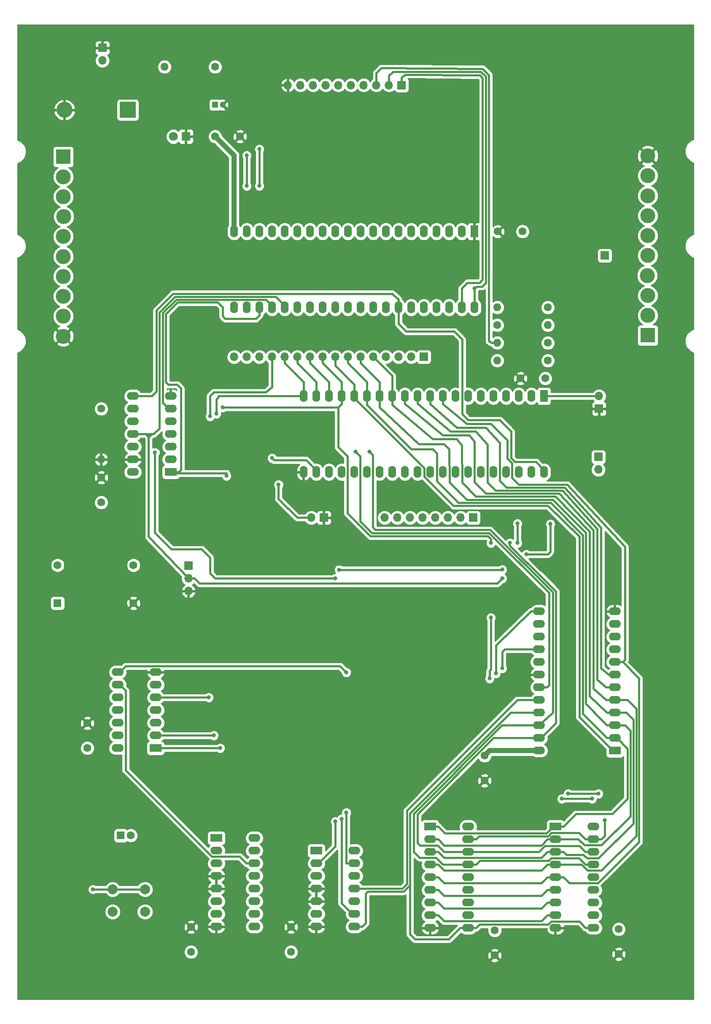
<source format=gtl>
G04 #@! TF.GenerationSoftware,KiCad,Pcbnew,(5.0.1-3-g963ef8bb5)*
G04 #@! TF.CreationDate,2021-05-31T16:28:18-07:00*
G04 #@! TF.ProjectId,three chip plus,7468726565206368697020706C75732E,ISS2*
G04 #@! TF.SameCoordinates,Original*
G04 #@! TF.FileFunction,Copper,L1,Top,Signal*
G04 #@! TF.FilePolarity,Positive*
%FSLAX46Y46*%
G04 Gerber Fmt 4.6, Leading zero omitted, Abs format (unit mm)*
G04 Created by KiCad (PCBNEW (5.0.1-3-g963ef8bb5)) date Monday, 31 May 2021 at 16:28:18*
%MOMM*%
%LPD*%
G01*
G04 APERTURE LIST*
G04 #@! TA.AperFunction,ComponentPad*
%ADD10R,1.600000X2.400000*%
G04 #@! TD*
G04 #@! TA.AperFunction,ComponentPad*
%ADD11O,1.600000X2.400000*%
G04 #@! TD*
G04 #@! TA.AperFunction,ComponentPad*
%ADD12R,1.700000X1.700000*%
G04 #@! TD*
G04 #@! TA.AperFunction,ComponentPad*
%ADD13O,1.700000X1.700000*%
G04 #@! TD*
G04 #@! TA.AperFunction,ComponentPad*
%ADD14C,3.000000*%
G04 #@! TD*
G04 #@! TA.AperFunction,ComponentPad*
%ADD15R,3.000000X3.000000*%
G04 #@! TD*
G04 #@! TA.AperFunction,ComponentPad*
%ADD16C,1.600000*%
G04 #@! TD*
G04 #@! TA.AperFunction,ComponentPad*
%ADD17O,1.600000X1.600000*%
G04 #@! TD*
G04 #@! TA.AperFunction,ComponentPad*
%ADD18C,2.000000*%
G04 #@! TD*
G04 #@! TA.AperFunction,ComponentPad*
%ADD19R,1.600000X1.600000*%
G04 #@! TD*
G04 #@! TA.AperFunction,ComponentPad*
%ADD20R,1.200000X1.200000*%
G04 #@! TD*
G04 #@! TA.AperFunction,ComponentPad*
%ADD21C,1.200000*%
G04 #@! TD*
G04 #@! TA.AperFunction,ComponentPad*
%ADD22R,3.200000X3.200000*%
G04 #@! TD*
G04 #@! TA.AperFunction,ComponentPad*
%ADD23O,3.200000X3.200000*%
G04 #@! TD*
G04 #@! TA.AperFunction,ComponentPad*
%ADD24R,1.800000X1.800000*%
G04 #@! TD*
G04 #@! TA.AperFunction,ComponentPad*
%ADD25C,1.800000*%
G04 #@! TD*
G04 #@! TA.AperFunction,ComponentPad*
%ADD26R,2.400000X1.600000*%
G04 #@! TD*
G04 #@! TA.AperFunction,ComponentPad*
%ADD27O,2.400000X1.600000*%
G04 #@! TD*
G04 #@! TA.AperFunction,ViaPad*
%ADD28C,0.800000*%
G04 #@! TD*
G04 #@! TA.AperFunction,Conductor*
%ADD29C,1.016000*%
G04 #@! TD*
G04 #@! TA.AperFunction,Conductor*
%ADD30C,0.381000*%
G04 #@! TD*
G04 #@! TA.AperFunction,Conductor*
%ADD31C,0.254000*%
G04 #@! TD*
G04 APERTURE END LIST*
D10*
G04 #@! TO.P,U5,1*
G04 #@! TO.N,Net-(JP1-Pad2)*
X137668000Y-94234000D03*
D11*
G04 #@! TO.P,U5,21*
G04 #@! TO.N,GND*
X89408000Y-109474000D03*
G04 #@! TO.P,U5,2*
G04 #@! TO.N,Net-(R4-Pad2)*
X135128000Y-94234000D03*
G04 #@! TO.P,U5,22*
G04 #@! TO.N,/A12*
X91948000Y-109474000D03*
G04 #@! TO.P,U5,3*
G04 #@! TO.N,Net-(U5-Pad3)*
X132588000Y-94234000D03*
G04 #@! TO.P,U5,23*
G04 #@! TO.N,/A13*
X94488000Y-109474000D03*
G04 #@! TO.P,U5,4*
G04 #@! TO.N,Net-(R1-Pad1)*
X130048000Y-94234000D03*
G04 #@! TO.P,U5,24*
G04 #@! TO.N,/A14*
X97028000Y-109474000D03*
G04 #@! TO.P,U5,5*
G04 #@! TO.N,Net-(U5-Pad5)*
X127508000Y-94234000D03*
G04 #@! TO.P,U5,25*
G04 #@! TO.N,/A15*
X99568000Y-109474000D03*
G04 #@! TO.P,U5,6*
G04 #@! TO.N,~NMI*
X124968000Y-94234000D03*
G04 #@! TO.P,U5,26*
G04 #@! TO.N,/D7*
X102108000Y-109474000D03*
G04 #@! TO.P,U5,7*
G04 #@! TO.N,Net-(U5-Pad7)*
X122428000Y-94234000D03*
G04 #@! TO.P,U5,27*
G04 #@! TO.N,/D6*
X104648000Y-109474000D03*
G04 #@! TO.P,U5,8*
G04 #@! TO.N,+5V*
X119888000Y-94234000D03*
G04 #@! TO.P,U5,28*
G04 #@! TO.N,/D5*
X107188000Y-109474000D03*
G04 #@! TO.P,U5,9*
G04 #@! TO.N,/A0*
X117348000Y-94234000D03*
G04 #@! TO.P,U5,29*
G04 #@! TO.N,/D4*
X109728000Y-109474000D03*
G04 #@! TO.P,U5,10*
G04 #@! TO.N,/A1*
X114808000Y-94234000D03*
G04 #@! TO.P,U5,30*
G04 #@! TO.N,/D3*
X112268000Y-109474000D03*
G04 #@! TO.P,U5,11*
G04 #@! TO.N,/A2*
X112268000Y-94234000D03*
G04 #@! TO.P,U5,31*
G04 #@! TO.N,/D2*
X114808000Y-109474000D03*
G04 #@! TO.P,U5,12*
G04 #@! TO.N,/A3*
X109728000Y-94234000D03*
G04 #@! TO.P,U5,32*
G04 #@! TO.N,/D1*
X117348000Y-109474000D03*
G04 #@! TO.P,U5,13*
G04 #@! TO.N,/A4*
X107188000Y-94234000D03*
G04 #@! TO.P,U5,33*
G04 #@! TO.N,/D0*
X119888000Y-109474000D03*
G04 #@! TO.P,U5,14*
G04 #@! TO.N,/A5*
X104648000Y-94234000D03*
G04 #@! TO.P,U5,34*
G04 #@! TO.N,Net-(J7-Pad2)*
X122428000Y-109474000D03*
G04 #@! TO.P,U5,15*
G04 #@! TO.N,/A6*
X102108000Y-94234000D03*
G04 #@! TO.P,U5,35*
G04 #@! TO.N,Net-(U5-Pad35)*
X124968000Y-109474000D03*
G04 #@! TO.P,U5,16*
G04 #@! TO.N,/A7*
X99568000Y-94234000D03*
G04 #@! TO.P,U5,36*
G04 #@! TO.N,+5V*
X127508000Y-109474000D03*
G04 #@! TO.P,U5,17*
G04 #@! TO.N,/A8*
X97028000Y-94234000D03*
G04 #@! TO.P,U5,37*
G04 #@! TO.N,Net-(JP3-Pad2)*
X130048000Y-109474000D03*
G04 #@! TO.P,U5,18*
G04 #@! TO.N,/A9*
X94488000Y-94234000D03*
G04 #@! TO.P,U5,38*
G04 #@! TO.N,Net-(JP2-Pad2)*
X132588000Y-109474000D03*
G04 #@! TO.P,U5,19*
G04 #@! TO.N,/A10*
X91948000Y-94234000D03*
G04 #@! TO.P,U5,39*
G04 #@! TO.N,Net-(U5-Pad39)*
X135128000Y-109474000D03*
G04 #@! TO.P,U5,20*
G04 #@! TO.N,/A11*
X89408000Y-94234000D03*
G04 #@! TO.P,U5,40*
G04 #@! TO.N,~RES*
X137668000Y-109474000D03*
G04 #@! TD*
D12*
G04 #@! TO.P,J1,1*
G04 #@! TO.N,GND*
X49022000Y-24384000D03*
D13*
G04 #@! TO.P,J1,2*
G04 #@! TO.N,+5V*
X49022000Y-26924000D03*
G04 #@! TD*
D14*
G04 #@! TO.P,J2,10*
G04 #@! TO.N,GND*
X41148000Y-82228000D03*
G04 #@! TO.P,J2,9*
G04 #@! TO.N,Net-(J2-Pad9)*
X41148000Y-78228000D03*
G04 #@! TO.P,J2,8*
G04 #@! TO.N,Net-(J2-Pad8)*
X41148000Y-74228000D03*
G04 #@! TO.P,J2,7*
G04 #@! TO.N,Net-(J2-Pad7)*
X41148000Y-70228000D03*
G04 #@! TO.P,J2,6*
G04 #@! TO.N,Net-(J2-Pad6)*
X41148000Y-66228000D03*
G04 #@! TO.P,J2,5*
G04 #@! TO.N,Net-(J2-Pad5)*
X41148000Y-62228000D03*
G04 #@! TO.P,J2,4*
G04 #@! TO.N,Net-(J2-Pad4)*
X41248000Y-58228000D03*
G04 #@! TO.P,J2,3*
G04 #@! TO.N,Net-(J2-Pad3)*
X41148000Y-54228000D03*
G04 #@! TO.P,J2,2*
G04 #@! TO.N,Net-(J2-Pad2)*
X41148000Y-50228000D03*
D15*
G04 #@! TO.P,J2,1*
G04 #@! TO.N,+5V*
X41148000Y-46228000D03*
G04 #@! TD*
G04 #@! TO.P,J3,1*
G04 #@! TO.N,+5V*
X158496000Y-82042000D03*
D14*
G04 #@! TO.P,J3,2*
G04 #@! TO.N,Net-(J3-Pad2)*
X158496000Y-78042000D03*
G04 #@! TO.P,J3,3*
G04 #@! TO.N,Net-(J3-Pad3)*
X158496000Y-74042000D03*
G04 #@! TO.P,J3,4*
G04 #@! TO.N,Net-(J3-Pad4)*
X158396000Y-70042000D03*
G04 #@! TO.P,J3,5*
G04 #@! TO.N,Net-(J3-Pad5)*
X158496000Y-66042000D03*
G04 #@! TO.P,J3,6*
G04 #@! TO.N,Net-(J3-Pad6)*
X158496000Y-62042000D03*
G04 #@! TO.P,J3,7*
G04 #@! TO.N,Net-(J3-Pad7)*
X158496000Y-58042000D03*
G04 #@! TO.P,J3,8*
G04 #@! TO.N,Net-(J3-Pad8)*
X158496000Y-54042000D03*
G04 #@! TO.P,J3,9*
G04 #@! TO.N,Net-(J3-Pad9)*
X158496000Y-50042000D03*
G04 #@! TO.P,J3,10*
G04 #@! TO.N,GND*
X158496000Y-46042000D03*
G04 #@! TD*
D12*
G04 #@! TO.P,J4,1*
G04 #@! TO.N,CA2*
X109093000Y-31877000D03*
D13*
G04 #@! TO.P,J4,2*
G04 #@! TO.N,CA1*
X106553000Y-31877000D03*
G04 #@! TO.P,J4,3*
G04 #@! TO.N,~NMI*
X104013000Y-31877000D03*
G04 #@! TO.P,J4,4*
G04 #@! TO.N,CB2*
X101473000Y-31877000D03*
G04 #@! TO.P,J4,5*
G04 #@! TO.N,CB1*
X98933000Y-31877000D03*
G04 #@! TO.P,J4,6*
G04 #@! TO.N,Net-(J4-Pad6)*
X96393000Y-31877000D03*
G04 #@! TO.P,J4,7*
G04 #@! TO.N,Net-(J4-Pad7)*
X93853000Y-31877000D03*
G04 #@! TO.P,J4,8*
G04 #@! TO.N,+5V*
X91313000Y-31877000D03*
G04 #@! TO.P,J4,9*
G04 #@! TO.N,Net-(J4-Pad9)*
X88773000Y-31877000D03*
G04 #@! TO.P,J4,10*
G04 #@! TO.N,GND*
X86233000Y-31877000D03*
G04 #@! TD*
D12*
G04 #@! TO.P,J5,1*
G04 #@! TO.N,/A0*
X113538000Y-86360000D03*
D13*
G04 #@! TO.P,J5,2*
G04 #@! TO.N,/A1*
X110998000Y-86360000D03*
G04 #@! TO.P,J5,3*
G04 #@! TO.N,/A2*
X108458000Y-86360000D03*
G04 #@! TO.P,J5,4*
G04 #@! TO.N,/A3*
X105918000Y-86360000D03*
G04 #@! TO.P,J5,5*
G04 #@! TO.N,/A4*
X103378000Y-86360000D03*
G04 #@! TO.P,J5,6*
G04 #@! TO.N,/A5*
X100838000Y-86360000D03*
G04 #@! TO.P,J5,7*
G04 #@! TO.N,/A6*
X98298000Y-86360000D03*
G04 #@! TO.P,J5,8*
G04 #@! TO.N,/A7*
X95758000Y-86360000D03*
G04 #@! TO.P,J5,9*
G04 #@! TO.N,/A8*
X93218000Y-86360000D03*
G04 #@! TO.P,J5,10*
G04 #@! TO.N,/A9*
X90678000Y-86360000D03*
G04 #@! TO.P,J5,11*
G04 #@! TO.N,/A10*
X88138000Y-86360000D03*
G04 #@! TO.P,J5,12*
G04 #@! TO.N,/A11*
X85598000Y-86360000D03*
G04 #@! TO.P,J5,13*
G04 #@! TO.N,/A12*
X83058000Y-86360000D03*
G04 #@! TO.P,J5,14*
G04 #@! TO.N,/A13*
X80518000Y-86360000D03*
G04 #@! TO.P,J5,15*
G04 #@! TO.N,/A14*
X77978000Y-86360000D03*
G04 #@! TO.P,J5,16*
G04 #@! TO.N,/A15*
X75438000Y-86360000D03*
G04 #@! TD*
D12*
G04 #@! TO.P,J6,1*
G04 #@! TO.N,/D0*
X123444000Y-118618000D03*
D13*
G04 #@! TO.P,J6,2*
G04 #@! TO.N,/D1*
X120904000Y-118618000D03*
G04 #@! TO.P,J6,3*
G04 #@! TO.N,/D2*
X118364000Y-118618000D03*
G04 #@! TO.P,J6,4*
G04 #@! TO.N,/D3*
X115824000Y-118618000D03*
G04 #@! TO.P,J6,5*
G04 #@! TO.N,/D4*
X113284000Y-118618000D03*
G04 #@! TO.P,J6,6*
G04 #@! TO.N,/D5*
X110744000Y-118618000D03*
G04 #@! TO.P,J6,7*
G04 #@! TO.N,/D6*
X108204000Y-118618000D03*
G04 #@! TO.P,J6,8*
G04 #@! TO.N,/D7*
X105664000Y-118618000D03*
G04 #@! TD*
G04 #@! TO.P,J7,2*
G04 #@! TO.N,Net-(J7-Pad2)*
X90932000Y-118618000D03*
D12*
G04 #@! TO.P,J7,1*
G04 #@! TO.N,GND*
X93472000Y-118618000D03*
G04 #@! TD*
G04 #@! TO.P,JP1,1*
G04 #@! TO.N,GND*
X148717000Y-96774000D03*
D13*
G04 #@! TO.P,JP1,2*
G04 #@! TO.N,Net-(JP1-Pad2)*
X148717000Y-94234000D03*
G04 #@! TD*
G04 #@! TO.P,JP2,2*
G04 #@! TO.N,Net-(JP2-Pad2)*
X148590000Y-108966000D03*
D12*
G04 #@! TO.P,JP2,1*
G04 #@! TO.N,+5V*
X148590000Y-106426000D03*
G04 #@! TD*
G04 #@! TO.P,JP3,1*
G04 #@! TO.N,Net-(JP3-Pad1)*
X66294000Y-128270000D03*
D13*
G04 #@! TO.P,JP3,2*
G04 #@! TO.N,Net-(JP3-Pad2)*
X66294000Y-130810000D03*
G04 #@! TO.P,JP3,3*
G04 #@! TO.N,GND*
X66294000Y-133350000D03*
G04 #@! TD*
D16*
G04 #@! TO.P,R1,1*
G04 #@! TO.N,Net-(R1-Pad1)*
X128270000Y-80010000D03*
D17*
G04 #@! TO.P,R1,2*
G04 #@! TO.N,+5V*
X138430000Y-80010000D03*
G04 #@! TD*
D16*
G04 #@! TO.P,R2,1*
G04 #@! TO.N,+5V*
X138430000Y-76454000D03*
D17*
G04 #@! TO.P,R2,2*
G04 #@! TO.N,CA1*
X128270000Y-76454000D03*
G04 #@! TD*
G04 #@! TO.P,R3,2*
G04 #@! TO.N,~NMI*
X128270000Y-83566000D03*
D16*
G04 #@! TO.P,R3,1*
G04 #@! TO.N,+5V*
X138430000Y-83566000D03*
G04 #@! TD*
D17*
G04 #@! TO.P,R4,2*
G04 #@! TO.N,Net-(R4-Pad2)*
X128270000Y-87122000D03*
D16*
G04 #@! TO.P,R4,1*
G04 #@! TO.N,+5V*
X138430000Y-87122000D03*
G04 #@! TD*
G04 #@! TO.P,R5,1*
G04 #@! TO.N,Net-(C3-Pad2)*
X48768000Y-96774000D03*
D17*
G04 #@! TO.P,R5,2*
G04 #@! TO.N,GND*
X48768000Y-106934000D03*
G04 #@! TD*
D18*
G04 #@! TO.P,SW1,2*
G04 #@! TO.N,+5V*
X51054000Y-197667000D03*
G04 #@! TO.P,SW1,1*
G04 #@! TO.N,Net-(C3-Pad2)*
X51054000Y-193167000D03*
G04 #@! TO.P,SW1,2*
G04 #@! TO.N,+5V*
X57554000Y-197667000D03*
G04 #@! TO.P,SW1,1*
G04 #@! TO.N,Net-(C3-Pad2)*
X57554000Y-193167000D03*
G04 #@! TD*
D19*
G04 #@! TO.P,X1,1*
G04 #@! TO.N,Net-(X1-Pad1)*
X40005000Y-135763000D03*
D16*
G04 #@! TO.P,X1,14*
G04 #@! TO.N,+5V*
X40005000Y-128143000D03*
G04 #@! TO.P,X1,8*
G04 #@! TO.N,Net-(JP3-Pad1)*
X55245000Y-128143000D03*
G04 #@! TO.P,X1,7*
G04 #@! TO.N,GND*
X55245000Y-135763000D03*
G04 #@! TD*
G04 #@! TO.P,C1,2*
G04 #@! TO.N,GND*
X76628000Y-42164000D03*
G04 #@! TO.P,C1,1*
G04 #@! TO.N,+5V*
X71628000Y-42164000D03*
G04 #@! TD*
D20*
G04 #@! TO.P,C2,1*
G04 #@! TO.N,+5V*
X71628000Y-35814000D03*
D21*
G04 #@! TO.P,C2,2*
G04 #@! TO.N,GND*
X73128000Y-35814000D03*
G04 #@! TD*
D19*
G04 #@! TO.P,C3,1*
G04 #@! TO.N,+5V*
X52705000Y-182372000D03*
D16*
G04 #@! TO.P,C3,2*
G04 #@! TO.N,Net-(C3-Pad2)*
X54705000Y-182372000D03*
G04 #@! TD*
G04 #@! TO.P,C4,1*
G04 #@! TO.N,+5V*
X45974000Y-164846000D03*
G04 #@! TO.P,C4,2*
G04 #@! TO.N,GND*
X45974000Y-159846000D03*
G04 #@! TD*
G04 #@! TO.P,C5,2*
G04 #@! TO.N,GND*
X125730000Y-171370000D03*
G04 #@! TO.P,C5,1*
G04 #@! TO.N,+5V*
X125730000Y-166370000D03*
G04 #@! TD*
G04 #@! TO.P,C6,1*
G04 #@! TO.N,+5V*
X133350000Y-61214000D03*
G04 #@! TO.P,C6,2*
G04 #@! TO.N,GND*
X128350000Y-61214000D03*
G04 #@! TD*
G04 #@! TO.P,C7,2*
G04 #@! TO.N,GND*
X132922000Y-90678000D03*
G04 #@! TO.P,C7,1*
G04 #@! TO.N,+5V*
X137922000Y-90678000D03*
G04 #@! TD*
G04 #@! TO.P,C8,1*
G04 #@! TO.N,+5V*
X48768000Y-115570000D03*
G04 #@! TO.P,C8,2*
G04 #@! TO.N,GND*
X48768000Y-110570000D03*
G04 #@! TD*
G04 #@! TO.P,C9,2*
G04 #@! TO.N,GND*
X66802000Y-200740000D03*
G04 #@! TO.P,C9,1*
G04 #@! TO.N,+5V*
X66802000Y-205740000D03*
G04 #@! TD*
G04 #@! TO.P,C10,1*
G04 #@! TO.N,+5V*
X86868000Y-205740000D03*
G04 #@! TO.P,C10,2*
G04 #@! TO.N,GND*
X86868000Y-200740000D03*
G04 #@! TD*
G04 #@! TO.P,C11,2*
G04 #@! TO.N,GND*
X127762000Y-206422000D03*
G04 #@! TO.P,C11,1*
G04 #@! TO.N,+5V*
X127762000Y-201422000D03*
G04 #@! TD*
G04 #@! TO.P,C12,1*
G04 #@! TO.N,+5V*
X152654000Y-201168000D03*
G04 #@! TO.P,C12,2*
G04 #@! TO.N,GND*
X152654000Y-206168000D03*
G04 #@! TD*
D22*
G04 #@! TO.P,D1,1*
G04 #@! TO.N,+5V*
X54102000Y-36830000D03*
D23*
G04 #@! TO.P,D1,2*
G04 #@! TO.N,GND*
X41402000Y-36830000D03*
G04 #@! TD*
D24*
G04 #@! TO.P,D2,1*
G04 #@! TO.N,GND*
X65786000Y-42164000D03*
D25*
G04 #@! TO.P,D2,2*
G04 #@! TO.N,Net-(D2-Pad2)*
X63246000Y-42164000D03*
G04 #@! TD*
D16*
G04 #@! TO.P,R6,1*
G04 #@! TO.N,Net-(D2-Pad2)*
X71628000Y-28194000D03*
D17*
G04 #@! TO.P,R6,2*
G04 #@! TO.N,+5V*
X61468000Y-28194000D03*
G04 #@! TD*
D26*
G04 #@! TO.P,U1,1*
G04 #@! TO.N,~IO_SEL*
X62738000Y-109474000D03*
D27*
G04 #@! TO.P,U1,8*
G04 #@! TO.N,~RES*
X55118000Y-94234000D03*
G04 #@! TO.P,U1,2*
G04 #@! TO.N,Net-(U1-Pad2)*
X62738000Y-106934000D03*
G04 #@! TO.P,U1,9*
G04 #@! TO.N,Net-(C3-Pad2)*
X55118000Y-96774000D03*
G04 #@! TO.P,U1,3*
G04 #@! TO.N,Net-(U1-Pad3)*
X62738000Y-104394000D03*
G04 #@! TO.P,U1,10*
G04 #@! TO.N,~PHI2*
X55118000Y-99314000D03*
G04 #@! TO.P,U1,4*
G04 #@! TO.N,Net-(U1-Pad4)*
X62738000Y-101854000D03*
G04 #@! TO.P,U1,11*
G04 #@! TO.N,Net-(JP3-Pad2)*
X55118000Y-101854000D03*
G04 #@! TO.P,U1,5*
G04 #@! TO.N,/A8*
X62738000Y-99314000D03*
G04 #@! TO.P,U1,12*
G04 #@! TO.N,Net-(U1-Pad12)*
X55118000Y-104394000D03*
G04 #@! TO.P,U1,6*
G04 #@! TO.N,Net-(U1-Pad6)*
X62738000Y-96774000D03*
G04 #@! TO.P,U1,13*
G04 #@! TO.N,GND*
X55118000Y-106934000D03*
G04 #@! TO.P,U1,7*
X62738000Y-94234000D03*
G04 #@! TO.P,U1,14*
G04 #@! TO.N,+5V*
X55118000Y-109474000D03*
G04 #@! TD*
G04 #@! TO.P,U2,14*
G04 #@! TO.N,+5V*
X99568000Y-185420000D03*
G04 #@! TO.P,U2,7*
G04 #@! TO.N,GND*
X91948000Y-200660000D03*
G04 #@! TO.P,U2,13*
G04 #@! TO.N,Net-(U2-Pad13)*
X99568000Y-187960000D03*
G04 #@! TO.P,U2,6*
G04 #@! TO.N,Net-(U2-Pad6)*
X91948000Y-198120000D03*
G04 #@! TO.P,U2,12*
G04 #@! TO.N,~PHI2*
X99568000Y-190500000D03*
G04 #@! TO.P,U2,5*
G04 #@! TO.N,GND*
X91948000Y-195580000D03*
G04 #@! TO.P,U2,11*
G04 #@! TO.N,~ROMCS*
X99568000Y-193040000D03*
G04 #@! TO.P,U2,4*
G04 #@! TO.N,GND*
X91948000Y-193040000D03*
G04 #@! TO.P,U2,10*
G04 #@! TO.N,~PHI2*
X99568000Y-195580000D03*
G04 #@! TO.P,U2,3*
G04 #@! TO.N,~RAM_CS*
X91948000Y-190500000D03*
G04 #@! TO.P,U2,9*
G04 #@! TO.N,Net-(J7-Pad2)*
X99568000Y-198120000D03*
G04 #@! TO.P,U2,2*
G04 #@! TO.N,~PHI2*
X91948000Y-187960000D03*
G04 #@! TO.P,U2,8*
G04 #@! TO.N,~RAM_WE*
X99568000Y-200660000D03*
D26*
G04 #@! TO.P,U2,1*
G04 #@! TO.N,Net-(U2-Pad1)*
X91948000Y-185420000D03*
G04 #@! TD*
G04 #@! TO.P,U3,1*
G04 #@! TO.N,/A8*
X59690000Y-164846000D03*
D27*
G04 #@! TO.P,U3,8*
G04 #@! TO.N,Net-(U2-Pad13)*
X52070000Y-149606000D03*
G04 #@! TO.P,U3,2*
G04 #@! TO.N,/A11*
X59690000Y-162306000D03*
G04 #@! TO.P,U3,9*
G04 #@! TO.N,Net-(U3-Pad9)*
X52070000Y-152146000D03*
G04 #@! TO.P,U3,3*
G04 #@! TO.N,Net-(U3-Pad3)*
X59690000Y-159766000D03*
G04 #@! TO.P,U3,10*
G04 #@! TO.N,Net-(U1-Pad4)*
X52070000Y-154686000D03*
G04 #@! TO.P,U3,4*
G04 #@! TO.N,Net-(U3-Pad3)*
X59690000Y-157226000D03*
G04 #@! TO.P,U3,11*
G04 #@! TO.N,Net-(U1-Pad3)*
X52070000Y-157226000D03*
G04 #@! TO.P,U3,5*
G04 #@! TO.N,/A12*
X59690000Y-154686000D03*
G04 #@! TO.P,U3,12*
G04 #@! TO.N,Net-(U1-Pad2)*
X52070000Y-159766000D03*
G04 #@! TO.P,U3,6*
G04 #@! TO.N,Net-(U3-Pad13)*
X59690000Y-152146000D03*
G04 #@! TO.P,U3,13*
X52070000Y-162306000D03*
G04 #@! TO.P,U3,7*
G04 #@! TO.N,GND*
X59690000Y-149606000D03*
G04 #@! TO.P,U3,14*
G04 #@! TO.N,+5V*
X52070000Y-164846000D03*
G04 #@! TD*
D11*
G04 #@! TO.P,U4,40*
G04 #@! TO.N,CA1*
X123698000Y-76454000D03*
G04 #@! TO.P,U4,20*
G04 #@! TO.N,+5V*
X75438000Y-61214000D03*
G04 #@! TO.P,U4,39*
G04 #@! TO.N,CA2*
X121158000Y-76454000D03*
G04 #@! TO.P,U4,19*
G04 #@! TO.N,CB2*
X77978000Y-61214000D03*
G04 #@! TO.P,U4,38*
G04 #@! TO.N,/A0*
X118618000Y-76454000D03*
G04 #@! TO.P,U4,18*
G04 #@! TO.N,CB1*
X80518000Y-61214000D03*
G04 #@! TO.P,U4,37*
G04 #@! TO.N,/A1*
X116078000Y-76454000D03*
G04 #@! TO.P,U4,17*
G04 #@! TO.N,Net-(J2-Pad9)*
X83058000Y-61214000D03*
G04 #@! TO.P,U4,36*
G04 #@! TO.N,/A2*
X113538000Y-76454000D03*
G04 #@! TO.P,U4,16*
G04 #@! TO.N,Net-(J2-Pad8)*
X85598000Y-61214000D03*
G04 #@! TO.P,U4,35*
G04 #@! TO.N,/A3*
X110998000Y-76454000D03*
G04 #@! TO.P,U4,15*
G04 #@! TO.N,Net-(J2-Pad7)*
X88138000Y-61214000D03*
G04 #@! TO.P,U4,34*
G04 #@! TO.N,~RES*
X108458000Y-76454000D03*
G04 #@! TO.P,U4,14*
G04 #@! TO.N,Net-(J2-Pad6)*
X90678000Y-61214000D03*
G04 #@! TO.P,U4,33*
G04 #@! TO.N,/D0*
X105918000Y-76454000D03*
G04 #@! TO.P,U4,13*
G04 #@! TO.N,Net-(J2-Pad5)*
X93218000Y-61214000D03*
G04 #@! TO.P,U4,32*
G04 #@! TO.N,/D1*
X103378000Y-76454000D03*
G04 #@! TO.P,U4,12*
G04 #@! TO.N,Net-(J2-Pad4)*
X95758000Y-61214000D03*
G04 #@! TO.P,U4,31*
G04 #@! TO.N,/D2*
X100838000Y-76454000D03*
G04 #@! TO.P,U4,11*
G04 #@! TO.N,Net-(J2-Pad3)*
X98298000Y-61214000D03*
G04 #@! TO.P,U4,30*
G04 #@! TO.N,/D3*
X98298000Y-76454000D03*
G04 #@! TO.P,U4,10*
G04 #@! TO.N,Net-(J2-Pad2)*
X100838000Y-61214000D03*
G04 #@! TO.P,U4,29*
G04 #@! TO.N,/D4*
X95758000Y-76454000D03*
G04 #@! TO.P,U4,9*
G04 #@! TO.N,Net-(J3-Pad9)*
X103378000Y-61214000D03*
G04 #@! TO.P,U4,28*
G04 #@! TO.N,/D5*
X93218000Y-76454000D03*
G04 #@! TO.P,U4,8*
G04 #@! TO.N,Net-(J3-Pad8)*
X105918000Y-61214000D03*
G04 #@! TO.P,U4,27*
G04 #@! TO.N,/D6*
X90678000Y-76454000D03*
G04 #@! TO.P,U4,7*
G04 #@! TO.N,Net-(J3-Pad7)*
X108458000Y-61214000D03*
G04 #@! TO.P,U4,26*
G04 #@! TO.N,/D7*
X88138000Y-76454000D03*
G04 #@! TO.P,U4,6*
G04 #@! TO.N,Net-(J3-Pad6)*
X110998000Y-61214000D03*
G04 #@! TO.P,U4,25*
G04 #@! TO.N,Net-(JP3-Pad2)*
X85598000Y-76454000D03*
G04 #@! TO.P,U4,5*
G04 #@! TO.N,Net-(J3-Pad5)*
X113538000Y-61214000D03*
G04 #@! TO.P,U4,24*
G04 #@! TO.N,Net-(U1-Pad6)*
X83058000Y-76454000D03*
G04 #@! TO.P,U4,4*
G04 #@! TO.N,Net-(J3-Pad4)*
X116078000Y-61214000D03*
G04 #@! TO.P,U4,23*
G04 #@! TO.N,~IO_SEL*
X80518000Y-76454000D03*
G04 #@! TO.P,U4,3*
G04 #@! TO.N,Net-(J3-Pad3)*
X118618000Y-61214000D03*
G04 #@! TO.P,U4,22*
G04 #@! TO.N,Net-(J7-Pad2)*
X77978000Y-76454000D03*
G04 #@! TO.P,U4,2*
G04 #@! TO.N,Net-(J3-Pad2)*
X121158000Y-61214000D03*
G04 #@! TO.P,U4,21*
G04 #@! TO.N,Net-(R1-Pad1)*
X75438000Y-76454000D03*
D10*
G04 #@! TO.P,U4,1*
G04 #@! TO.N,GND*
X123698000Y-61214000D03*
G04 #@! TD*
D26*
G04 #@! TO.P,U6,1*
G04 #@! TO.N,/A13*
X71882000Y-182880000D03*
D27*
G04 #@! TO.P,U6,9*
G04 #@! TO.N,Net-(U6-Pad9)*
X79502000Y-200660000D03*
G04 #@! TO.P,U6,2*
G04 #@! TO.N,/A14*
X71882000Y-185420000D03*
G04 #@! TO.P,U6,10*
G04 #@! TO.N,Net-(U6-Pad10)*
X79502000Y-198120000D03*
G04 #@! TO.P,U6,3*
G04 #@! TO.N,/A15*
X71882000Y-187960000D03*
G04 #@! TO.P,U6,11*
G04 #@! TO.N,Net-(U6-Pad11)*
X79502000Y-195580000D03*
G04 #@! TO.P,U6,4*
G04 #@! TO.N,GND*
X71882000Y-190500000D03*
G04 #@! TO.P,U6,12*
G04 #@! TO.N,Net-(U6-Pad12)*
X79502000Y-193040000D03*
G04 #@! TO.P,U6,5*
G04 #@! TO.N,GND*
X71882000Y-193040000D03*
G04 #@! TO.P,U6,13*
G04 #@! TO.N,Net-(U6-Pad13)*
X79502000Y-190500000D03*
G04 #@! TO.P,U6,6*
G04 #@! TO.N,+5V*
X71882000Y-195580000D03*
G04 #@! TO.P,U6,14*
G04 #@! TO.N,Net-(U3-Pad9)*
X79502000Y-187960000D03*
G04 #@! TO.P,U6,7*
G04 #@! TO.N,~IO_SEL*
X71882000Y-198120000D03*
G04 #@! TO.P,U6,15*
G04 #@! TO.N,Net-(U2-Pad1)*
X79502000Y-185420000D03*
G04 #@! TO.P,U6,8*
G04 #@! TO.N,GND*
X71882000Y-200660000D03*
G04 #@! TO.P,U6,16*
G04 #@! TO.N,+5V*
X79502000Y-182880000D03*
G04 #@! TD*
D26*
G04 #@! TO.P,U7,1*
G04 #@! TO.N,/A7*
X151892000Y-165354000D03*
D27*
G04 #@! TO.P,U7,13*
G04 #@! TO.N,/D3*
X136652000Y-137414000D03*
G04 #@! TO.P,U7,2*
G04 #@! TO.N,/A6*
X151892000Y-162814000D03*
G04 #@! TO.P,U7,14*
G04 #@! TO.N,/D4*
X136652000Y-139954000D03*
G04 #@! TO.P,U7,3*
G04 #@! TO.N,/A5*
X151892000Y-160274000D03*
G04 #@! TO.P,U7,15*
G04 #@! TO.N,/D5*
X136652000Y-142494000D03*
G04 #@! TO.P,U7,4*
G04 #@! TO.N,/A4*
X151892000Y-157734000D03*
G04 #@! TO.P,U7,16*
G04 #@! TO.N,/D6*
X136652000Y-145034000D03*
G04 #@! TO.P,U7,5*
G04 #@! TO.N,/A3*
X151892000Y-155194000D03*
G04 #@! TO.P,U7,17*
G04 #@! TO.N,/D7*
X136652000Y-147574000D03*
G04 #@! TO.P,U7,6*
G04 #@! TO.N,/A2*
X151892000Y-152654000D03*
G04 #@! TO.P,U7,18*
G04 #@! TO.N,GND*
X136652000Y-150114000D03*
G04 #@! TO.P,U7,7*
G04 #@! TO.N,/A1*
X151892000Y-150114000D03*
G04 #@! TO.P,U7,19*
G04 #@! TO.N,/A10*
X136652000Y-152654000D03*
G04 #@! TO.P,U7,8*
G04 #@! TO.N,/A0*
X151892000Y-147574000D03*
G04 #@! TO.P,U7,20*
G04 #@! TO.N,~ROMCS*
X136652000Y-155194000D03*
G04 #@! TO.P,U7,9*
G04 #@! TO.N,/D0*
X151892000Y-145034000D03*
G04 #@! TO.P,U7,21*
G04 #@! TO.N,~RAM_WE*
X136652000Y-157734000D03*
G04 #@! TO.P,U7,10*
G04 #@! TO.N,/D1*
X151892000Y-142494000D03*
G04 #@! TO.P,U7,22*
G04 #@! TO.N,/A9*
X136652000Y-160274000D03*
G04 #@! TO.P,U7,11*
G04 #@! TO.N,/D2*
X151892000Y-139954000D03*
G04 #@! TO.P,U7,23*
G04 #@! TO.N,/A8*
X136652000Y-162814000D03*
G04 #@! TO.P,U7,12*
G04 #@! TO.N,GND*
X151892000Y-137414000D03*
G04 #@! TO.P,U7,24*
G04 #@! TO.N,+5V*
X136652000Y-165354000D03*
G04 #@! TD*
D26*
G04 #@! TO.P,U8,1*
G04 #@! TO.N,/A6*
X114808000Y-180594000D03*
D27*
G04 #@! TO.P,U8,10*
G04 #@! TO.N,~RAM_WE*
X122428000Y-200914000D03*
G04 #@! TO.P,U8,2*
G04 #@! TO.N,/A5*
X114808000Y-183134000D03*
G04 #@! TO.P,U8,11*
G04 #@! TO.N,/D7*
X122428000Y-198374000D03*
G04 #@! TO.P,U8,3*
G04 #@! TO.N,/A4*
X114808000Y-185674000D03*
G04 #@! TO.P,U8,12*
G04 #@! TO.N,/D6*
X122428000Y-195834000D03*
G04 #@! TO.P,U8,4*
G04 #@! TO.N,/A3*
X114808000Y-188214000D03*
G04 #@! TO.P,U8,13*
G04 #@! TO.N,/D3*
X122428000Y-193294000D03*
G04 #@! TO.P,U8,5*
G04 #@! TO.N,/A0*
X114808000Y-190754000D03*
G04 #@! TO.P,U8,14*
G04 #@! TO.N,/D2*
X122428000Y-190754000D03*
G04 #@! TO.P,U8,6*
G04 #@! TO.N,/A1*
X114808000Y-193294000D03*
G04 #@! TO.P,U8,15*
G04 #@! TO.N,/A9*
X122428000Y-188214000D03*
G04 #@! TO.P,U8,7*
G04 #@! TO.N,/A2*
X114808000Y-195834000D03*
G04 #@! TO.P,U8,16*
G04 #@! TO.N,/A8*
X122428000Y-185674000D03*
G04 #@! TO.P,U8,8*
G04 #@! TO.N,~RAM_CS*
X114808000Y-198374000D03*
G04 #@! TO.P,U8,17*
G04 #@! TO.N,/A7*
X122428000Y-183134000D03*
G04 #@! TO.P,U8,9*
G04 #@! TO.N,GND*
X114808000Y-200914000D03*
G04 #@! TO.P,U8,18*
G04 #@! TO.N,+5V*
X122428000Y-180594000D03*
G04 #@! TD*
G04 #@! TO.P,U9,18*
G04 #@! TO.N,+5V*
X147574000Y-180594000D03*
G04 #@! TO.P,U9,9*
G04 #@! TO.N,GND*
X139954000Y-200914000D03*
G04 #@! TO.P,U9,17*
G04 #@! TO.N,/A7*
X147574000Y-183134000D03*
G04 #@! TO.P,U9,8*
G04 #@! TO.N,~RAM_CS*
X139954000Y-198374000D03*
G04 #@! TO.P,U9,16*
G04 #@! TO.N,/A8*
X147574000Y-185674000D03*
G04 #@! TO.P,U9,7*
G04 #@! TO.N,/A2*
X139954000Y-195834000D03*
G04 #@! TO.P,U9,15*
G04 #@! TO.N,/A9*
X147574000Y-188214000D03*
G04 #@! TO.P,U9,6*
G04 #@! TO.N,/A1*
X139954000Y-193294000D03*
G04 #@! TO.P,U9,14*
G04 #@! TO.N,/D0*
X147574000Y-190754000D03*
G04 #@! TO.P,U9,5*
G04 #@! TO.N,/A0*
X139954000Y-190754000D03*
G04 #@! TO.P,U9,13*
G04 #@! TO.N,/D1*
X147574000Y-193294000D03*
G04 #@! TO.P,U9,4*
G04 #@! TO.N,/A3*
X139954000Y-188214000D03*
G04 #@! TO.P,U9,12*
G04 #@! TO.N,/D4*
X147574000Y-195834000D03*
G04 #@! TO.P,U9,3*
G04 #@! TO.N,/A4*
X139954000Y-185674000D03*
G04 #@! TO.P,U9,11*
G04 #@! TO.N,/D5*
X147574000Y-198374000D03*
G04 #@! TO.P,U9,2*
G04 #@! TO.N,/A5*
X139954000Y-183134000D03*
G04 #@! TO.P,U9,10*
G04 #@! TO.N,~RAM_WE*
X147574000Y-200914000D03*
D26*
G04 #@! TO.P,U9,1*
G04 #@! TO.N,/A6*
X139954000Y-180594000D03*
G04 #@! TD*
D12*
G04 #@! TO.P,TP1,1*
G04 #@! TO.N,Net-(J3-Pad5)*
X149860000Y-66040000D03*
G04 #@! TD*
D28*
G04 #@! TO.N,GND*
X141732000Y-125222000D03*
X141732000Y-126492000D03*
X141732000Y-127762000D03*
G04 #@! TO.N,Net-(C3-Pad2)*
X47117000Y-193167000D03*
G04 #@! TO.N,CA1*
X123698000Y-72644000D03*
G04 #@! TO.N,CB2*
X77978000Y-45974000D03*
X77978000Y-52070000D03*
X77978000Y-52070000D03*
G04 #@! TO.N,CB1*
X80518000Y-52070000D03*
X80518000Y-44704000D03*
G04 #@! TO.N,Net-(J7-Pad2)*
X84357499Y-111984501D03*
X97028000Y-179070000D03*
X96548501Y-129060501D03*
X132334000Y-119780000D03*
X132334000Y-123698000D03*
X129286000Y-129032000D03*
G04 #@! TO.N,~PHI2*
X95758000Y-179578000D03*
X95758000Y-130810000D03*
G04 #@! TO.N,Net-(JP3-Pad2)*
X138938000Y-119888000D03*
X134112000Y-125984000D03*
X129286000Y-130810000D03*
G04 #@! TO.N,~IO_SEL*
X73914000Y-110236000D03*
G04 #@! TO.N,~PHI2*
X59563000Y-105537000D03*
G04 #@! TO.N,/A8*
X130810000Y-123698000D03*
X73152000Y-96520000D03*
X72644000Y-164846000D03*
X127000000Y-123698000D03*
G04 #@! TO.N,Net-(U2-Pad13)*
X97977490Y-177800000D03*
X97977490Y-149672510D03*
G04 #@! TO.N,/A11*
X71882000Y-97790000D03*
X71374000Y-162306000D03*
G04 #@! TO.N,/A12*
X83058000Y-106680000D03*
X70612000Y-98298000D03*
X70358000Y-154686000D03*
G04 #@! TO.N,/A1*
X141224000Y-175006000D03*
X147320000Y-175006000D03*
G04 #@! TO.N,/A2*
X142494000Y-173990000D03*
X148590000Y-173990000D03*
G04 #@! TO.N,/D2*
X126746000Y-150876000D03*
X127000000Y-138684000D03*
G04 #@! TO.N,/D3*
X128016000Y-149860000D03*
G04 #@! TO.N,/D6*
X129286000Y-148844000D03*
G04 #@! TO.N,/A7*
X149860000Y-179324000D03*
G04 #@! TO.N,/A9*
X102616000Y-105410000D03*
G04 #@! TO.N,/A10*
X99822000Y-105410000D03*
G04 #@! TD*
D29*
G04 #@! TO.N,+5V*
X71628000Y-42164000D02*
X75438000Y-45974000D01*
X75438000Y-45974000D02*
X75438000Y-61214000D01*
X126746000Y-165354000D02*
X136652000Y-165354000D01*
X125730000Y-166370000D02*
X126746000Y-165354000D01*
D30*
G04 #@! TO.N,Net-(C3-Pad2)*
X47117000Y-193167000D02*
X47117000Y-193167000D01*
X47682685Y-193167000D02*
X51054000Y-193167000D01*
X47117000Y-193167000D02*
X47682685Y-193167000D01*
X51054000Y-193167000D02*
X57554000Y-193167000D01*
G04 #@! TO.N,CA2*
X121158000Y-76454000D02*
X121158000Y-76054000D01*
X109093000Y-30353000D02*
X109093000Y-31877000D01*
X125349000Y-30480000D02*
X124841000Y-29845000D01*
X124714000Y-71501000D02*
X125349000Y-70866000D01*
X125349000Y-70866000D02*
X125349000Y-30480000D01*
X122301000Y-71501000D02*
X124714000Y-71501000D01*
X124841000Y-29845000D02*
X109711114Y-29734886D01*
X121158000Y-72644000D02*
X122301000Y-71501000D01*
X109711114Y-29734886D02*
X109093000Y-30353000D01*
X121158000Y-76454000D02*
X121158000Y-72644000D01*
G04 #@! TO.N,CA1*
X123698000Y-76454000D02*
X123698000Y-72644000D01*
X106553000Y-29972000D02*
X106553000Y-31877000D01*
X107371124Y-29153876D02*
X106553000Y-29972000D01*
X125005715Y-29153876D02*
X107371124Y-29153876D01*
X125984000Y-30099000D02*
X125005715Y-29153876D01*
X125984000Y-71501000D02*
X125984000Y-30099000D01*
X125240999Y-72244001D02*
X125984000Y-71501000D01*
X124206000Y-72244001D02*
X125240999Y-72244001D01*
X123698000Y-72644000D02*
X124206000Y-72244001D01*
G04 #@! TO.N,~NMI*
X104013000Y-29464000D02*
X104013000Y-31877000D01*
X105029000Y-28448000D02*
X104013000Y-29464000D01*
X127138630Y-83566000D02*
X126619000Y-83185000D01*
X125349000Y-28575000D02*
X105029000Y-28448000D01*
X126619000Y-29845000D02*
X125349000Y-28575000D01*
X126619000Y-83185000D02*
X126619000Y-29845000D01*
X128270000Y-83566000D02*
X127138630Y-83566000D01*
G04 #@! TO.N,CB2*
X77978000Y-45974000D02*
X77978000Y-46183491D01*
X77978000Y-46183491D02*
X77978000Y-46764501D01*
X77978000Y-52070000D02*
X77978000Y-51562000D01*
X77978000Y-51562000D02*
X77978000Y-46183491D01*
G04 #@! TO.N,CB1*
X80518000Y-52070000D02*
X80518000Y-44704000D01*
G04 #@! TO.N,Net-(J7-Pad2)*
X84357499Y-114837499D02*
X88138000Y-118618000D01*
X88138000Y-118618000D02*
X90932000Y-118618000D01*
X84357499Y-111984501D02*
X84357499Y-114837499D01*
X97028000Y-195980000D02*
X99168000Y-198120000D01*
X99168000Y-198120000D02*
X99568000Y-198120000D01*
X97028000Y-179070000D02*
X97028000Y-195980000D01*
X96548501Y-129060501D02*
X129257499Y-129060501D01*
X132334000Y-119780000D02*
X132334000Y-123698000D01*
G04 #@! TO.N,Net-(JP1-Pad2)*
X148717000Y-94234000D02*
X137668000Y-94234000D01*
G04 #@! TO.N,~PHI2*
X92348000Y-187960000D02*
X95758000Y-184550000D01*
X91948000Y-187960000D02*
X92348000Y-187960000D01*
X95758000Y-184550000D02*
X95758000Y-179578000D01*
G04 #@! TO.N,Net-(JP3-Pad2)*
X138938000Y-119888000D02*
X138938000Y-125476000D01*
X138938000Y-125476000D02*
X138430000Y-125984000D01*
X138430000Y-125984000D02*
X134112000Y-125984000D01*
G04 #@! TO.N,~IO_SEL*
X79813000Y-78740000D02*
X80518000Y-78035000D01*
X73152000Y-78232000D02*
X73660000Y-78740000D01*
X73152000Y-76454000D02*
X73152000Y-78232000D01*
X73660000Y-78740000D02*
X79813000Y-78740000D01*
X64770000Y-92710000D02*
X64008000Y-91948000D01*
X64061172Y-75444500D02*
X72142500Y-75444500D01*
X61728500Y-77777172D02*
X64061172Y-75444500D01*
X61728500Y-91446500D02*
X61728500Y-77777172D01*
X80518000Y-78035000D02*
X80518000Y-76454000D01*
X72142500Y-75444500D02*
X73152000Y-76454000D01*
X62230000Y-91948000D02*
X61728500Y-91446500D01*
X64770000Y-109023000D02*
X64770000Y-92710000D01*
X64008000Y-91948000D02*
X62230000Y-91948000D01*
X64319000Y-109474000D02*
X64770000Y-109023000D01*
X62738000Y-109474000D02*
X64319000Y-109474000D01*
X62992000Y-109728000D02*
X62738000Y-109474000D01*
X73914000Y-109728000D02*
X62992000Y-109728000D01*
X73914000Y-109728000D02*
X73914000Y-110236000D01*
G04 #@! TO.N,~RES*
X55118000Y-94234000D02*
X58928000Y-94234000D01*
X59870990Y-93291010D02*
X59870990Y-77035010D01*
X58928000Y-94234000D02*
X59870990Y-93291010D01*
X63204528Y-73701472D02*
X107229472Y-73701472D01*
X59870990Y-77035010D02*
X63204528Y-73701472D01*
X107229472Y-73701472D02*
X108204000Y-74676000D01*
X108458000Y-74873000D02*
X108458000Y-76454000D01*
X108261000Y-74676000D02*
X108458000Y-74873000D01*
X108204000Y-74676000D02*
X108261000Y-74676000D01*
X136036000Y-107442000D02*
X137668000Y-109074000D01*
X131826000Y-107442000D02*
X136036000Y-107442000D01*
X131064000Y-101346000D02*
X131064000Y-106680000D01*
X128778000Y-99060000D02*
X131064000Y-101346000D01*
X108458000Y-79756000D02*
X109982000Y-81280000D01*
X121237490Y-97869490D02*
X122428000Y-99060000D01*
X137668000Y-109074000D02*
X137668000Y-109474000D01*
X122428000Y-99060000D02*
X128778000Y-99060000D01*
X121237490Y-82883490D02*
X121237490Y-97869490D01*
X119634000Y-81280000D02*
X121237490Y-82883490D01*
X131064000Y-106680000D02*
X131826000Y-107442000D01*
X109982000Y-81280000D02*
X119634000Y-81280000D01*
X108458000Y-76454000D02*
X108458000Y-79756000D01*
G04 #@! TO.N,Net-(JP3-Pad2)*
X63579847Y-74282481D02*
X60452000Y-77410328D01*
X83826480Y-74282480D02*
X63579847Y-74282481D01*
X85598000Y-76054000D02*
X83826480Y-74282480D01*
X85598000Y-76454000D02*
X85598000Y-76054000D01*
G04 #@! TO.N,~PHI2*
X55518000Y-99314000D02*
X55118000Y-99314000D01*
X59563000Y-105537000D02*
X59563000Y-121666000D01*
X59563000Y-121666000D02*
X62865000Y-124968000D01*
X62865000Y-124968000D02*
X68961000Y-124968000D01*
X68961000Y-124968000D02*
X70612000Y-126619000D01*
X70612000Y-129794000D02*
X71628000Y-130810000D01*
X70612000Y-126619000D02*
X70612000Y-129794000D01*
X95758000Y-130810000D02*
X71628000Y-130810000D01*
G04 #@! TO.N,Net-(JP3-Pad2)*
X60452000Y-77410328D02*
X60452000Y-94380000D01*
G04 #@! TO.N,/A8*
X93218000Y-86360000D02*
X93218000Y-87630000D01*
X97028000Y-91440000D02*
X97028000Y-94234000D01*
X93218000Y-87630000D02*
X97028000Y-91440000D01*
X97028000Y-95815000D02*
X97028000Y-94234000D01*
X96323000Y-96520000D02*
X97028000Y-95815000D01*
X145993000Y-185674000D02*
X147574000Y-185674000D01*
X144802490Y-184483490D02*
X145993000Y-185674000D01*
X137845182Y-184483490D02*
X144802490Y-184483490D01*
X136654672Y-185674000D02*
X137845182Y-184483490D01*
X122428000Y-185674000D02*
X136654672Y-185674000D01*
X117602000Y-185674000D02*
X122428000Y-185674000D01*
X116332000Y-184404000D02*
X117602000Y-185674000D01*
X112268000Y-178070058D02*
X112268000Y-183896000D01*
X136652000Y-162814000D02*
X127524058Y-162814000D01*
X127524058Y-162814000D02*
X112268000Y-178070058D01*
X112776000Y-184404000D02*
X116332000Y-184404000D01*
X112268000Y-183896000D02*
X112776000Y-184404000D01*
X73152000Y-96520000D02*
X96323000Y-96520000D01*
X60090000Y-164846000D02*
X59690000Y-164846000D01*
X72644000Y-164846000D02*
X60090000Y-164846000D01*
X96323000Y-104451000D02*
X96323000Y-96520000D01*
X98218510Y-106346510D02*
X96323000Y-104451000D01*
X98218510Y-117776510D02*
X98218510Y-106346510D01*
X102765687Y-122323687D02*
X98218510Y-117776510D01*
X126387687Y-122323687D02*
X102765687Y-122323687D01*
X131930601Y-125326601D02*
X130818437Y-124214437D01*
X140027010Y-133363338D02*
X136566767Y-129903095D01*
X130818437Y-124214437D02*
X130810000Y-124214437D01*
X136541812Y-129903095D02*
X131930601Y-125326601D01*
X137052000Y-162814000D02*
X140027010Y-159838990D01*
X136566767Y-129903095D02*
X136541812Y-129903095D01*
X130810000Y-124214437D02*
X130810000Y-123698000D01*
X140027010Y-159838990D02*
X140027010Y-133363338D01*
X136652000Y-162814000D02*
X137052000Y-162814000D01*
X127000000Y-122936000D02*
X126387687Y-122323687D01*
X127000000Y-123698000D02*
X127000000Y-122936000D01*
G04 #@! TO.N,Net-(U1-Pad6)*
X81867490Y-74863490D02*
X63820510Y-74863490D01*
X83058000Y-76054000D02*
X81867490Y-74863490D01*
X83058000Y-76454000D02*
X83058000Y-76054000D01*
X62338000Y-96774000D02*
X62738000Y-96774000D01*
X61147490Y-77536510D02*
X61147490Y-95583490D01*
X61147490Y-95583490D02*
X62338000Y-96774000D01*
X63820510Y-74863490D02*
X61147490Y-77536510D01*
G04 #@! TO.N,Net-(U2-Pad13)*
X97977490Y-187950490D02*
X97977490Y-177800000D01*
X97987000Y-187960000D02*
X97977490Y-187950490D01*
X99568000Y-187960000D02*
X97987000Y-187960000D01*
X97977490Y-149672510D02*
X97977490Y-149672510D01*
X96720470Y-148415490D02*
X97577491Y-149272511D01*
X53660510Y-148415490D02*
X96720470Y-148415490D01*
X97577491Y-149272511D02*
X97977490Y-149672510D01*
X52470000Y-149606000D02*
X53660510Y-148415490D01*
X52070000Y-149606000D02*
X52470000Y-149606000D01*
G04 #@! TO.N,~ROMCS*
X110162990Y-177365010D02*
X132334000Y-155194000D01*
X132334000Y-155194000D02*
X136652000Y-155194000D01*
X110162990Y-192097010D02*
X110162990Y-177365010D01*
X109220000Y-193040000D02*
X110162990Y-192097010D01*
X99568000Y-193040000D02*
X109220000Y-193040000D01*
G04 #@! TO.N,~RAM_CS*
X138373000Y-198374000D02*
X139954000Y-198374000D01*
X137182490Y-199564510D02*
X138373000Y-198374000D01*
X117579510Y-199564510D02*
X137182490Y-199564510D01*
X116389000Y-198374000D02*
X117579510Y-199564510D01*
X114808000Y-198374000D02*
X116389000Y-198374000D01*
G04 #@! TO.N,~RAM_WE*
X122428000Y-200914000D02*
X124009000Y-200914000D01*
X138552866Y-200231499D02*
X139140365Y-199644000D01*
X124691501Y-200231499D02*
X138552866Y-200231499D01*
X124009000Y-200914000D02*
X124691501Y-200231499D01*
X139140365Y-199644000D02*
X144780000Y-199644000D01*
X144780000Y-199644000D02*
X145993000Y-200857000D01*
X147517000Y-200857000D02*
X147574000Y-200914000D01*
X145993000Y-200857000D02*
X147517000Y-200857000D01*
X120847000Y-200914000D02*
X122428000Y-200914000D01*
X118561000Y-203200000D02*
X120847000Y-200914000D01*
X111760000Y-203200000D02*
X118561000Y-203200000D01*
X110744000Y-202184000D02*
X111760000Y-203200000D01*
X130960714Y-157734000D02*
X110744000Y-177950714D01*
X136652000Y-157734000D02*
X130960714Y-157734000D01*
X101149000Y-200660000D02*
X101854000Y-199955000D01*
X99568000Y-200660000D02*
X101149000Y-200660000D01*
X101854000Y-194056000D02*
X102288990Y-193621010D01*
X101854000Y-199955000D02*
X101854000Y-194056000D01*
X110744000Y-192337672D02*
X110744000Y-192278000D01*
X109460663Y-193621009D02*
X110744000Y-192337672D01*
X102288990Y-193621010D02*
X109460663Y-193621009D01*
X110744000Y-192278000D02*
X110744000Y-202184000D01*
X110744000Y-177950714D02*
X110744000Y-192278000D01*
G04 #@! TO.N,/A11*
X85598000Y-86360000D02*
X85598000Y-87630000D01*
X89408000Y-91440000D02*
X89408000Y-94234000D01*
X85598000Y-87630000D02*
X89408000Y-91440000D01*
X72390000Y-94234000D02*
X89408000Y-94234000D01*
X71882000Y-94996000D02*
X72390000Y-94234000D01*
X71882000Y-97790000D02*
X71882000Y-94996000D01*
X71374000Y-162306000D02*
X61271000Y-162306000D01*
X61271000Y-162306000D02*
X59690000Y-162306000D01*
G04 #@! TO.N,Net-(U3-Pad9)*
X52470000Y-152146000D02*
X52070000Y-152146000D01*
X53660510Y-169282145D02*
X53660510Y-153336510D01*
X70988875Y-186610510D02*
X53660510Y-169282145D01*
X53660510Y-153336510D02*
X52470000Y-152146000D01*
X76571510Y-186610510D02*
X70988875Y-186610510D01*
X77921000Y-187960000D02*
X76571510Y-186610510D01*
X79502000Y-187960000D02*
X77921000Y-187960000D01*
G04 #@! TO.N,/A12*
X89953999Y-107079999D02*
X91948000Y-109074000D01*
X83457999Y-107079999D02*
X89953999Y-107079999D01*
X91948000Y-109074000D02*
X91948000Y-109474000D01*
X83058000Y-106680000D02*
X83457999Y-107079999D01*
X83058000Y-92456000D02*
X83058000Y-86360000D01*
X81788000Y-93472000D02*
X83058000Y-92456000D01*
X71374000Y-93472000D02*
X81788000Y-93472000D01*
X70612000Y-94234000D02*
X71374000Y-93472000D01*
X70612000Y-98298000D02*
X70612000Y-94234000D01*
X61271000Y-154686000D02*
X59690000Y-154686000D01*
X70358000Y-154686000D02*
X61271000Y-154686000D01*
G04 #@! TO.N,/A0*
X151892000Y-147574000D02*
X151492000Y-147574000D01*
X138373000Y-190754000D02*
X139954000Y-190754000D01*
X137182490Y-191944510D02*
X138373000Y-190754000D01*
X117579510Y-191944510D02*
X137182490Y-191944510D01*
X116389000Y-190754000D02*
X117579510Y-191944510D01*
X114808000Y-190754000D02*
X116389000Y-190754000D01*
X142725510Y-191944510D02*
X141535000Y-190754000D01*
X156756040Y-183655595D02*
X148467125Y-191944510D01*
X153473000Y-147574000D02*
X156756040Y-150857040D01*
X148467125Y-191944510D02*
X142725510Y-191944510D01*
X141535000Y-190754000D02*
X139954000Y-190754000D01*
X156756040Y-150857040D02*
X156756040Y-183655595D01*
X151892000Y-147574000D02*
X153473000Y-147574000D01*
X117348000Y-95815000D02*
X117348000Y-94234000D01*
X122174000Y-99822000D02*
X117348000Y-95815000D01*
X127000000Y-99822000D02*
X122174000Y-99822000D01*
X130302000Y-103124000D02*
X127000000Y-99822000D01*
X130302000Y-106739672D02*
X130302000Y-103124000D01*
X131238510Y-107676182D02*
X130302000Y-106739672D01*
X131238510Y-110664510D02*
X131238510Y-107676182D01*
X153924000Y-147123000D02*
X153924000Y-124460000D01*
X142291635Y-112014000D02*
X132588000Y-112014000D01*
X153924000Y-124460000D02*
X142291635Y-112014000D01*
X132588000Y-112014000D02*
X131238510Y-110664510D01*
X153473000Y-147574000D02*
X153924000Y-147123000D01*
G04 #@! TO.N,/A1*
X138373000Y-193294000D02*
X139954000Y-193294000D01*
X137182490Y-194484510D02*
X138373000Y-193294000D01*
X117579510Y-194484510D02*
X137182490Y-194484510D01*
X116389000Y-193294000D02*
X117579510Y-194484510D01*
X114808000Y-193294000D02*
X116389000Y-193294000D01*
X146812000Y-175006000D02*
X146812000Y-175006000D01*
X141224000Y-175006000D02*
X147320000Y-175006000D01*
X125984000Y-100584000D02*
X120142000Y-100584000D01*
X128778000Y-103632000D02*
X125984000Y-100584000D01*
X128778000Y-111252000D02*
X128778000Y-103632000D01*
X149098000Y-148844000D02*
X149098000Y-120624355D01*
X149098000Y-120624355D02*
X141805010Y-112595010D01*
X114808000Y-95815000D02*
X114808000Y-94234000D01*
X150622000Y-150114000D02*
X149098000Y-148844000D01*
X130121010Y-112595010D02*
X128778000Y-111252000D01*
X141805010Y-112595010D02*
X130121010Y-112595010D01*
X120142000Y-100584000D02*
X114808000Y-95815000D01*
X151892000Y-150114000D02*
X150622000Y-150114000D01*
G04 #@! TO.N,/A2*
X138373000Y-195834000D02*
X139954000Y-195834000D01*
X137182490Y-197024510D02*
X138373000Y-195834000D01*
X117579510Y-197024510D02*
X137182490Y-197024510D01*
X116389000Y-195834000D02*
X117579510Y-197024510D01*
X114808000Y-195834000D02*
X116389000Y-195834000D01*
X142494000Y-173990000D02*
X148590000Y-173990000D01*
X150114000Y-152654000D02*
X151892000Y-152654000D01*
X127908020Y-113176020D02*
X141370020Y-113176020D01*
X123952000Y-101346000D02*
X126317490Y-103965490D01*
X141370020Y-113176020D02*
X148336000Y-120904000D01*
X126317490Y-111585490D02*
X127908020Y-113176020D01*
X118872000Y-101346000D02*
X123952000Y-101346000D01*
X112268000Y-95758000D02*
X118872000Y-101346000D01*
X148336000Y-151130000D02*
X150114000Y-152654000D01*
X148336000Y-120904000D02*
X148336000Y-151130000D01*
X126317490Y-103965490D02*
X126317490Y-111585490D01*
X112268000Y-94234000D02*
X112268000Y-95758000D01*
G04 #@! TO.N,/A3*
X138373000Y-188214000D02*
X139954000Y-188214000D01*
X137182490Y-189404510D02*
X138373000Y-188214000D01*
X117579510Y-189404510D02*
X137182490Y-189404510D01*
X116389000Y-188214000D02*
X117579510Y-189404510D01*
X114808000Y-188214000D02*
X116389000Y-188214000D01*
X145171328Y-188214000D02*
X146361838Y-189404510D01*
X146361838Y-189404510D02*
X149177490Y-189404510D01*
X139954000Y-188214000D02*
X145171328Y-188214000D01*
X156175030Y-182406970D02*
X156175030Y-156937030D01*
X149177490Y-189404510D02*
X156175030Y-182406970D01*
X154432000Y-155194000D02*
X151892000Y-155194000D01*
X156175030Y-156937030D02*
X154432000Y-155194000D01*
X109728000Y-95815000D02*
X109728000Y-94234000D01*
X125949030Y-113757030D02*
X123698000Y-111506000D01*
X109925000Y-96012000D02*
X109728000Y-95815000D01*
X109982000Y-96012000D02*
X109925000Y-96012000D01*
X140681030Y-113757030D02*
X125949030Y-113757030D01*
X123698000Y-111506000D02*
X123698000Y-103378000D01*
X147574000Y-121158000D02*
X140681030Y-113757030D01*
X117348000Y-102108000D02*
X109982000Y-96012000D01*
X122682000Y-102108000D02*
X117348000Y-102108000D01*
X147586095Y-152908000D02*
X147574000Y-121158000D01*
X150114000Y-155194000D02*
X147586095Y-152908000D01*
X123698000Y-103378000D02*
X122682000Y-102108000D01*
X151892000Y-155194000D02*
X150114000Y-155194000D01*
G04 #@! TO.N,/D2*
X100838000Y-76454000D02*
X100838000Y-76904058D01*
X126746000Y-149352000D02*
X126746000Y-150876000D01*
X127000000Y-149098000D02*
X126746000Y-149352000D01*
X127000000Y-138684000D02*
X127000000Y-149098000D01*
G04 #@! TO.N,/D3*
X98298000Y-76454000D02*
X98298000Y-76854000D01*
X128016000Y-144272000D02*
X135071000Y-137414000D01*
X135071000Y-137414000D02*
X136652000Y-137414000D01*
X128016000Y-149860000D02*
X128016000Y-144272000D01*
G04 #@! TO.N,/D6*
X129794000Y-145034000D02*
X136652000Y-145034000D01*
X129286000Y-145542000D02*
X129794000Y-145034000D01*
X129286000Y-148844000D02*
X129286000Y-145542000D01*
G04 #@! TO.N,/A4*
X107188000Y-90170000D02*
X107188000Y-94234000D01*
X103378000Y-86360000D02*
X107188000Y-90170000D01*
X137182490Y-186864510D02*
X138373000Y-185674000D01*
X117579510Y-186864510D02*
X137182490Y-186864510D01*
X116389000Y-185674000D02*
X117579510Y-186864510D01*
X138373000Y-185674000D02*
X139954000Y-185674000D01*
X114808000Y-185674000D02*
X116389000Y-185674000D01*
X150311000Y-157734000D02*
X151892000Y-157734000D01*
X146812000Y-154432000D02*
X150311000Y-157734000D01*
X146812000Y-121412000D02*
X146812000Y-154432000D01*
X139992040Y-114338040D02*
X146812000Y-121412000D01*
X123990040Y-114338040D02*
X139992040Y-114338040D01*
X121237490Y-111585490D02*
X123990040Y-114338040D01*
X121163077Y-104140000D02*
X121237490Y-111585490D01*
X107188000Y-94234000D02*
X107188000Y-96012000D01*
X107188000Y-96012000D02*
X115316000Y-102870000D01*
X120142000Y-102870000D02*
X121163077Y-104140000D01*
X115316000Y-102870000D02*
X120142000Y-102870000D01*
X155594020Y-179939980D02*
X155594020Y-159150020D01*
X148590000Y-186944000D02*
X155594020Y-179939980D01*
X139954000Y-185674000D02*
X141535000Y-185674000D01*
X146304000Y-186944000D02*
X148590000Y-186944000D01*
X155594020Y-159150020D02*
X154178000Y-157734000D01*
X145542000Y-186255009D02*
X146304000Y-186944000D01*
X142116009Y-186255009D02*
X145542000Y-186255009D01*
X154178000Y-157734000D02*
X151892000Y-157734000D01*
X141535000Y-185674000D02*
X142116009Y-186255009D01*
G04 #@! TO.N,/A5*
X100838000Y-87562081D02*
X104648000Y-91372081D01*
X100838000Y-86360000D02*
X100838000Y-87562081D01*
X104648000Y-91372081D02*
X104648000Y-94234000D01*
X116389000Y-183134000D02*
X117602000Y-184347000D01*
X114808000Y-183134000D02*
X116389000Y-183134000D01*
X138373000Y-183134000D02*
X139954000Y-183134000D01*
X137160000Y-184347000D02*
X138373000Y-183134000D01*
X117602000Y-184347000D02*
X137160000Y-184347000D01*
X104648000Y-96520000D02*
X104648000Y-94234000D01*
X112522000Y-103886000D02*
X104648000Y-96520000D01*
X117602000Y-103886000D02*
X112522000Y-103886000D01*
X118618000Y-104902000D02*
X117602000Y-103886000D01*
X118697490Y-111585490D02*
X118618000Y-104902000D01*
X122174000Y-115062000D02*
X118697490Y-111585490D01*
X146050000Y-121666000D02*
X139446000Y-115062000D01*
X146050000Y-155956000D02*
X146050000Y-121666000D01*
X139446000Y-115062000D02*
X122174000Y-115062000D01*
X149549000Y-159455000D02*
X146050000Y-155956000D01*
X149549000Y-159512000D02*
X149549000Y-159455000D01*
X150311000Y-160274000D02*
X149549000Y-159512000D01*
X151892000Y-160274000D02*
X150311000Y-160274000D01*
X153924000Y-160274000D02*
X151892000Y-160274000D01*
X155013010Y-161363010D02*
X153924000Y-160274000D01*
X155013010Y-178488990D02*
X155013010Y-161363010D01*
X149177490Y-184324510D02*
X155013010Y-178488990D01*
X145796000Y-184324510D02*
X149177490Y-184324510D01*
X144526000Y-183134000D02*
X145796000Y-184324510D01*
X139954000Y-183134000D02*
X144526000Y-183134000D01*
G04 #@! TO.N,/A6*
X98298000Y-86360000D02*
X98298000Y-87630000D01*
X102108000Y-91440000D02*
X102108000Y-94234000D01*
X98298000Y-87630000D02*
X102108000Y-91440000D01*
X139554000Y-180594000D02*
X139954000Y-180594000D01*
X138204510Y-181943490D02*
X139554000Y-180594000D01*
X117738490Y-181943490D02*
X138204510Y-181943490D01*
X116389000Y-180594000D02*
X117738490Y-181943490D01*
X114808000Y-180594000D02*
X116389000Y-180594000D01*
X141535000Y-180594000D02*
X144075000Y-178054000D01*
X139954000Y-180594000D02*
X141535000Y-180594000D01*
X144075000Y-178054000D02*
X151384000Y-178054000D01*
X151384000Y-178054000D02*
X154432000Y-175006000D01*
X152292000Y-162814000D02*
X151892000Y-162814000D01*
X154432000Y-164954000D02*
X152292000Y-162814000D01*
X154432000Y-175006000D02*
X154432000Y-164954000D01*
X110998000Y-104902000D02*
X102108000Y-96012000D01*
X102108000Y-96012000D02*
X102108000Y-94234000D01*
X115316000Y-104902000D02*
X110998000Y-104902000D01*
X116157490Y-105743490D02*
X115316000Y-104902000D01*
X116157490Y-111331490D02*
X116157490Y-105743490D01*
X120469010Y-115643010D02*
X116157490Y-111331490D01*
X139011010Y-115643010D02*
X120469010Y-115643010D01*
X151892000Y-162814000D02*
X150311000Y-162814000D01*
X150311000Y-162814000D02*
X145468990Y-157971990D01*
X145468990Y-122100990D02*
X139011010Y-115643010D01*
X145468990Y-157971990D02*
X145468990Y-122100990D01*
G04 #@! TO.N,/A7*
X95758000Y-86360000D02*
X95758000Y-88138000D01*
X99568000Y-91948000D02*
X99568000Y-94234000D01*
X95758000Y-88138000D02*
X99568000Y-91948000D01*
X124618500Y-182524500D02*
X138479865Y-182524500D01*
X138479865Y-182524500D02*
X139140365Y-181864000D01*
X124009000Y-183134000D02*
X124618500Y-182524500D01*
X122428000Y-183134000D02*
X124009000Y-183134000D01*
X145993000Y-183134000D02*
X147574000Y-183134000D01*
X144723000Y-181864000D02*
X145993000Y-183134000D01*
X139140365Y-181864000D02*
X144723000Y-181864000D01*
X149155000Y-183134000D02*
X149860000Y-182429000D01*
X147574000Y-183134000D02*
X149155000Y-183134000D01*
X149860000Y-182429000D02*
X149860000Y-179324000D01*
X149860000Y-179324000D02*
X149860000Y-179324000D01*
X113617490Y-110367125D02*
X113617490Y-108683490D01*
X99568000Y-94634000D02*
X99568000Y-94234000D01*
X113617490Y-108683490D02*
X99568000Y-94634000D01*
X119474385Y-116224020D02*
X113617490Y-110367125D01*
X138430000Y-116224020D02*
X119474385Y-116224020D01*
X144780000Y-122428000D02*
X138430000Y-116224020D01*
X144780000Y-158642000D02*
X144780000Y-122428000D01*
X151492000Y-165354000D02*
X144780000Y-158642000D01*
X151892000Y-165354000D02*
X151492000Y-165354000D01*
G04 #@! TO.N,/A9*
X90678000Y-87562081D02*
X94488000Y-91372081D01*
X90678000Y-86360000D02*
X90678000Y-87562081D01*
X94488000Y-91372081D02*
X94488000Y-94234000D01*
X138638845Y-187445520D02*
X139140365Y-186944000D01*
X124777480Y-187445520D02*
X138638845Y-187445520D01*
X124009000Y-188214000D02*
X124777480Y-187445520D01*
X122428000Y-188214000D02*
X124009000Y-188214000D01*
X145993000Y-188214000D02*
X147574000Y-188214000D01*
X144723000Y-186944000D02*
X145993000Y-188214000D01*
X139140365Y-186944000D02*
X144723000Y-186944000D01*
X129242386Y-160274000D02*
X111506000Y-178010386D01*
X136652000Y-160274000D02*
X129242386Y-160274000D01*
X111506000Y-178010386D02*
X111506000Y-185674000D01*
X112696510Y-186864510D02*
X115998510Y-186864510D01*
X111506000Y-185674000D02*
X112696510Y-186864510D01*
X117348000Y-188214000D02*
X122428000Y-188214000D01*
X115998510Y-186864510D02*
X117348000Y-188214000D01*
X103298510Y-106092510D02*
X102616000Y-105410000D01*
X103298510Y-120570510D02*
X103298510Y-106092510D01*
X139446000Y-157734000D02*
X139446000Y-133604000D01*
X103806510Y-121078510D02*
X103298510Y-120570510D01*
X136652000Y-160274000D02*
X139446000Y-157734000D01*
X126825490Y-121078510D02*
X103806510Y-121078510D01*
X139446000Y-133604000D02*
X126825490Y-121078510D01*
G04 #@! TO.N,/A10*
X88138000Y-86360000D02*
X88138000Y-87630000D01*
X91948000Y-91440000D02*
X91948000Y-94234000D01*
X88138000Y-87630000D02*
X91948000Y-91440000D01*
X100221999Y-105809999D02*
X99822000Y-105410000D01*
X100758510Y-106346510D02*
X100221999Y-105809999D01*
X126669903Y-121742677D02*
X103141005Y-121742677D01*
X100758510Y-119360182D02*
X100758510Y-106346510D01*
X138684000Y-133666321D02*
X138683960Y-133666281D01*
X138684000Y-152203000D02*
X138684000Y-133666321D01*
X138683960Y-133666281D02*
X126669903Y-121742677D01*
X138233000Y-152654000D02*
X138684000Y-152203000D01*
X103141005Y-121742677D02*
X100758510Y-119360182D01*
X136652000Y-152654000D02*
X138233000Y-152654000D01*
G04 #@! TO.N,Net-(JP3-Pad2)*
X60452000Y-94380000D02*
X60452000Y-100711000D01*
X58293000Y-122428000D02*
X66294000Y-130810000D01*
X58293000Y-102489000D02*
X58293000Y-122428000D01*
X57785000Y-101854000D02*
X58293000Y-102489000D01*
X55118000Y-101854000D02*
X57785000Y-101854000D01*
X59309000Y-101854000D02*
X60452000Y-100711000D01*
X58293000Y-102489000D02*
X58928000Y-101854000D01*
X58928000Y-101854000D02*
X59309000Y-101854000D01*
X67496081Y-130810000D02*
X68512081Y-131826000D01*
X66294000Y-130810000D02*
X67496081Y-130810000D01*
X128270000Y-131826000D02*
X129286000Y-130810000D01*
X68512081Y-131826000D02*
X128270000Y-131826000D01*
X57785000Y-101854000D02*
X58293000Y-101854000D01*
X58293000Y-101854000D02*
X58293000Y-102108000D01*
X58293000Y-101854000D02*
X58928000Y-101854000D01*
G04 #@! TD*
D31*
G04 #@! TO.N,GND*
G36*
X167667001Y-42728715D02*
X167405696Y-42811355D01*
X167360528Y-42833483D01*
X167312448Y-42848274D01*
X167216120Y-42904227D01*
X167216109Y-42904232D01*
X167216105Y-42904236D01*
X166781196Y-43204819D01*
X166744528Y-43239253D01*
X166702927Y-43267525D01*
X166627301Y-43349337D01*
X166299998Y-43764517D01*
X166275076Y-43808210D01*
X166243626Y-43847466D01*
X166195399Y-43947899D01*
X166004646Y-44440966D01*
X165993673Y-44490056D01*
X165975157Y-44536823D01*
X165958593Y-44646996D01*
X165921254Y-45174355D01*
X165925201Y-45224500D01*
X165921254Y-45274645D01*
X165937818Y-45384818D01*
X166057194Y-45899844D01*
X166075711Y-45946614D01*
X166086684Y-45995702D01*
X166134905Y-46096122D01*
X166134910Y-46096134D01*
X166134914Y-46096139D01*
X166400449Y-46553291D01*
X166431899Y-46592547D01*
X166456820Y-46636238D01*
X166532446Y-46718050D01*
X166920667Y-47076918D01*
X166962270Y-47105191D01*
X166998937Y-47139624D01*
X167095276Y-47195582D01*
X167571856Y-47424433D01*
X167619933Y-47439224D01*
X167665105Y-47461353D01*
X167667001Y-47461792D01*
X167667001Y-61778715D01*
X167405696Y-61861355D01*
X167360528Y-61883483D01*
X167312448Y-61898274D01*
X167216120Y-61954227D01*
X167216109Y-61954232D01*
X167216105Y-61954236D01*
X166781196Y-62254819D01*
X166744528Y-62289253D01*
X166702927Y-62317525D01*
X166627301Y-62399337D01*
X166299998Y-62814517D01*
X166275076Y-62858210D01*
X166243626Y-62897466D01*
X166195399Y-62997899D01*
X166004646Y-63490966D01*
X165993673Y-63540056D01*
X165975157Y-63586823D01*
X165958593Y-63696996D01*
X165921254Y-64224355D01*
X165925201Y-64274500D01*
X165921254Y-64324645D01*
X165937818Y-64434818D01*
X166057194Y-64949844D01*
X166075711Y-64996614D01*
X166086684Y-65045702D01*
X166134905Y-65146122D01*
X166134910Y-65146134D01*
X166134914Y-65146139D01*
X166400449Y-65603291D01*
X166431899Y-65642547D01*
X166456820Y-65686238D01*
X166532446Y-65768050D01*
X166920667Y-66126918D01*
X166962270Y-66155191D01*
X166998937Y-66189624D01*
X167095276Y-66245582D01*
X167571856Y-66474433D01*
X167619933Y-66489224D01*
X167665105Y-66511353D01*
X167667001Y-66511792D01*
X167667001Y-80828715D01*
X167405696Y-80911355D01*
X167360528Y-80933483D01*
X167312448Y-80948274D01*
X167216120Y-81004227D01*
X167216109Y-81004232D01*
X167216105Y-81004236D01*
X166781196Y-81304819D01*
X166744528Y-81339253D01*
X166702927Y-81367525D01*
X166627301Y-81449337D01*
X166299998Y-81864517D01*
X166275076Y-81908210D01*
X166243626Y-81947466D01*
X166195399Y-82047899D01*
X166004646Y-82540966D01*
X165993673Y-82590056D01*
X165975157Y-82636823D01*
X165958593Y-82746996D01*
X165921254Y-83274355D01*
X165925201Y-83324500D01*
X165921254Y-83374645D01*
X165937818Y-83484818D01*
X166057194Y-83999844D01*
X166075711Y-84046614D01*
X166086684Y-84095702D01*
X166134905Y-84196122D01*
X166134910Y-84196134D01*
X166134914Y-84196139D01*
X166400449Y-84653291D01*
X166431899Y-84692547D01*
X166456820Y-84736238D01*
X166532446Y-84818050D01*
X166920667Y-85176918D01*
X166962270Y-85205191D01*
X166998937Y-85239624D01*
X167095276Y-85295582D01*
X167571856Y-85524433D01*
X167619933Y-85539224D01*
X167665105Y-85561353D01*
X167667001Y-85561792D01*
X167667000Y-215165000D01*
X31977000Y-215165000D01*
X31977000Y-207429745D01*
X126933861Y-207429745D01*
X127007995Y-207675864D01*
X127545223Y-207868965D01*
X128115454Y-207841778D01*
X128516005Y-207675864D01*
X128590139Y-207429745D01*
X127762000Y-206601605D01*
X126933861Y-207429745D01*
X31977000Y-207429745D01*
X31977000Y-205454561D01*
X65367000Y-205454561D01*
X65367000Y-206025439D01*
X65585466Y-206552862D01*
X65989138Y-206956534D01*
X66516561Y-207175000D01*
X67087439Y-207175000D01*
X67614862Y-206956534D01*
X68018534Y-206552862D01*
X68237000Y-206025439D01*
X68237000Y-205454561D01*
X85433000Y-205454561D01*
X85433000Y-206025439D01*
X85651466Y-206552862D01*
X86055138Y-206956534D01*
X86582561Y-207175000D01*
X87153439Y-207175000D01*
X87680862Y-206956534D01*
X88084534Y-206552862D01*
X88228530Y-206205223D01*
X126315035Y-206205223D01*
X126342222Y-206775454D01*
X126508136Y-207176005D01*
X126754255Y-207250139D01*
X127582395Y-206422000D01*
X127941605Y-206422000D01*
X128769745Y-207250139D01*
X129015864Y-207176005D01*
X129015957Y-207175745D01*
X151825861Y-207175745D01*
X151899995Y-207421864D01*
X152437223Y-207614965D01*
X153007454Y-207587778D01*
X153408005Y-207421864D01*
X153482139Y-207175745D01*
X152654000Y-206347605D01*
X151825861Y-207175745D01*
X129015957Y-207175745D01*
X129208965Y-206638777D01*
X129181778Y-206068546D01*
X129133182Y-205951223D01*
X151207035Y-205951223D01*
X151234222Y-206521454D01*
X151400136Y-206922005D01*
X151646255Y-206996139D01*
X152474395Y-206168000D01*
X152833605Y-206168000D01*
X153661745Y-206996139D01*
X153907864Y-206922005D01*
X154100965Y-206384777D01*
X154073778Y-205814546D01*
X153907864Y-205413995D01*
X153661745Y-205339861D01*
X152833605Y-206168000D01*
X152474395Y-206168000D01*
X151646255Y-205339861D01*
X151400136Y-205413995D01*
X151207035Y-205951223D01*
X129133182Y-205951223D01*
X129015864Y-205667995D01*
X128769745Y-205593861D01*
X127941605Y-206422000D01*
X127582395Y-206422000D01*
X126754255Y-205593861D01*
X126508136Y-205667995D01*
X126315035Y-206205223D01*
X88228530Y-206205223D01*
X88303000Y-206025439D01*
X88303000Y-205454561D01*
X88286305Y-205414255D01*
X126933861Y-205414255D01*
X127762000Y-206242395D01*
X128590139Y-205414255D01*
X128516005Y-205168136D01*
X128494080Y-205160255D01*
X151825861Y-205160255D01*
X152654000Y-205988395D01*
X153482139Y-205160255D01*
X153408005Y-204914136D01*
X152870777Y-204721035D01*
X152300546Y-204748222D01*
X151899995Y-204914136D01*
X151825861Y-205160255D01*
X128494080Y-205160255D01*
X127978777Y-204975035D01*
X127408546Y-205002222D01*
X127007995Y-205168136D01*
X126933861Y-205414255D01*
X88286305Y-205414255D01*
X88084534Y-204927138D01*
X87680862Y-204523466D01*
X87153439Y-204305000D01*
X86582561Y-204305000D01*
X86055138Y-204523466D01*
X85651466Y-204927138D01*
X85433000Y-205454561D01*
X68237000Y-205454561D01*
X68018534Y-204927138D01*
X67614862Y-204523466D01*
X67087439Y-204305000D01*
X66516561Y-204305000D01*
X65989138Y-204523466D01*
X65585466Y-204927138D01*
X65367000Y-205454561D01*
X31977000Y-205454561D01*
X31977000Y-201747745D01*
X65973861Y-201747745D01*
X66047995Y-201993864D01*
X66585223Y-202186965D01*
X67155454Y-202159778D01*
X67556005Y-201993864D01*
X67630139Y-201747745D01*
X66802000Y-200919605D01*
X65973861Y-201747745D01*
X31977000Y-201747745D01*
X31977000Y-200523223D01*
X65355035Y-200523223D01*
X65382222Y-201093454D01*
X65548136Y-201494005D01*
X65794255Y-201568139D01*
X66622395Y-200740000D01*
X66981605Y-200740000D01*
X67809745Y-201568139D01*
X68055864Y-201494005D01*
X68230179Y-201009039D01*
X70090096Y-201009039D01*
X70107633Y-201091819D01*
X70377500Y-201584896D01*
X70815517Y-201937166D01*
X71355000Y-202095000D01*
X71755000Y-202095000D01*
X71755000Y-200787000D01*
X72009000Y-200787000D01*
X72009000Y-202095000D01*
X72409000Y-202095000D01*
X72948483Y-201937166D01*
X73386500Y-201584896D01*
X73656367Y-201091819D01*
X73673904Y-201009039D01*
X73551915Y-200787000D01*
X72009000Y-200787000D01*
X71755000Y-200787000D01*
X70212085Y-200787000D01*
X70090096Y-201009039D01*
X68230179Y-201009039D01*
X68248965Y-200956777D01*
X68221778Y-200386546D01*
X68055864Y-199985995D01*
X67809745Y-199911861D01*
X66981605Y-200740000D01*
X66622395Y-200740000D01*
X65794255Y-199911861D01*
X65548136Y-199985995D01*
X65355035Y-200523223D01*
X31977000Y-200523223D01*
X31977000Y-199732255D01*
X65973861Y-199732255D01*
X66802000Y-200560395D01*
X67630139Y-199732255D01*
X67556005Y-199486136D01*
X67018777Y-199293035D01*
X66448546Y-199320222D01*
X66047995Y-199486136D01*
X65973861Y-199732255D01*
X31977000Y-199732255D01*
X31977000Y-197341778D01*
X49419000Y-197341778D01*
X49419000Y-197992222D01*
X49667914Y-198593153D01*
X50127847Y-199053086D01*
X50728778Y-199302000D01*
X51379222Y-199302000D01*
X51980153Y-199053086D01*
X52440086Y-198593153D01*
X52689000Y-197992222D01*
X52689000Y-197341778D01*
X55919000Y-197341778D01*
X55919000Y-197992222D01*
X56167914Y-198593153D01*
X56627847Y-199053086D01*
X57228778Y-199302000D01*
X57879222Y-199302000D01*
X58480153Y-199053086D01*
X58940086Y-198593153D01*
X59189000Y-197992222D01*
X59189000Y-197341778D01*
X58940086Y-196740847D01*
X58480153Y-196280914D01*
X57879222Y-196032000D01*
X57228778Y-196032000D01*
X56627847Y-196280914D01*
X56167914Y-196740847D01*
X55919000Y-197341778D01*
X52689000Y-197341778D01*
X52440086Y-196740847D01*
X51980153Y-196280914D01*
X51379222Y-196032000D01*
X50728778Y-196032000D01*
X50127847Y-196280914D01*
X49667914Y-196740847D01*
X49419000Y-197341778D01*
X31977000Y-197341778D01*
X31977000Y-195580000D01*
X70018887Y-195580000D01*
X70130260Y-196139909D01*
X70447423Y-196614577D01*
X70799758Y-196850000D01*
X70447423Y-197085423D01*
X70130260Y-197560091D01*
X70018887Y-198120000D01*
X70130260Y-198679909D01*
X70447423Y-199154577D01*
X70803499Y-199392499D01*
X70377500Y-199735104D01*
X70107633Y-200228181D01*
X70090096Y-200310961D01*
X70212085Y-200533000D01*
X71755000Y-200533000D01*
X71755000Y-200513000D01*
X72009000Y-200513000D01*
X72009000Y-200533000D01*
X73551915Y-200533000D01*
X73673904Y-200310961D01*
X73656367Y-200228181D01*
X73386500Y-199735104D01*
X72960501Y-199392499D01*
X73316577Y-199154577D01*
X73633740Y-198679909D01*
X73745113Y-198120000D01*
X73633740Y-197560091D01*
X73316577Y-197085423D01*
X72964242Y-196850000D01*
X73316577Y-196614577D01*
X73633740Y-196139909D01*
X73745113Y-195580000D01*
X73633740Y-195020091D01*
X73316577Y-194545423D01*
X72960501Y-194307501D01*
X73386500Y-193964896D01*
X73656367Y-193471819D01*
X73673904Y-193389039D01*
X73551915Y-193167000D01*
X72009000Y-193167000D01*
X72009000Y-193187000D01*
X71755000Y-193187000D01*
X71755000Y-193167000D01*
X70212085Y-193167000D01*
X70090096Y-193389039D01*
X70107633Y-193471819D01*
X70377500Y-193964896D01*
X70803499Y-194307501D01*
X70447423Y-194545423D01*
X70130260Y-195020091D01*
X70018887Y-195580000D01*
X31977000Y-195580000D01*
X31977000Y-192961126D01*
X46082000Y-192961126D01*
X46082000Y-193372874D01*
X46239569Y-193753280D01*
X46530720Y-194044431D01*
X46911126Y-194202000D01*
X47322874Y-194202000D01*
X47703280Y-194044431D01*
X47755211Y-193992500D01*
X49626222Y-193992500D01*
X49667914Y-194093153D01*
X50127847Y-194553086D01*
X50728778Y-194802000D01*
X51379222Y-194802000D01*
X51980153Y-194553086D01*
X52440086Y-194093153D01*
X52481778Y-193992500D01*
X56126222Y-193992500D01*
X56167914Y-194093153D01*
X56627847Y-194553086D01*
X57228778Y-194802000D01*
X57879222Y-194802000D01*
X58480153Y-194553086D01*
X58940086Y-194093153D01*
X59189000Y-193492222D01*
X59189000Y-192841778D01*
X58940086Y-192240847D01*
X58480153Y-191780914D01*
X57879222Y-191532000D01*
X57228778Y-191532000D01*
X56627847Y-191780914D01*
X56167914Y-192240847D01*
X56126222Y-192341500D01*
X52481778Y-192341500D01*
X52440086Y-192240847D01*
X51980153Y-191780914D01*
X51379222Y-191532000D01*
X50728778Y-191532000D01*
X50127847Y-191780914D01*
X49667914Y-192240847D01*
X49626222Y-192341500D01*
X47755211Y-192341500D01*
X47703280Y-192289569D01*
X47322874Y-192132000D01*
X46911126Y-192132000D01*
X46530720Y-192289569D01*
X46239569Y-192580720D01*
X46082000Y-192961126D01*
X31977000Y-192961126D01*
X31977000Y-190849039D01*
X70090096Y-190849039D01*
X70107633Y-190931819D01*
X70377500Y-191424896D01*
X70806607Y-191770000D01*
X70377500Y-192115104D01*
X70107633Y-192608181D01*
X70090096Y-192690961D01*
X70212085Y-192913000D01*
X71755000Y-192913000D01*
X71755000Y-190627000D01*
X72009000Y-190627000D01*
X72009000Y-192913000D01*
X73551915Y-192913000D01*
X73673904Y-192690961D01*
X73656367Y-192608181D01*
X73386500Y-192115104D01*
X72957393Y-191770000D01*
X73386500Y-191424896D01*
X73656367Y-190931819D01*
X73673904Y-190849039D01*
X73551915Y-190627000D01*
X72009000Y-190627000D01*
X71755000Y-190627000D01*
X70212085Y-190627000D01*
X70090096Y-190849039D01*
X31977000Y-190849039D01*
X31977000Y-181572000D01*
X51257560Y-181572000D01*
X51257560Y-183172000D01*
X51306843Y-183419765D01*
X51447191Y-183629809D01*
X51657235Y-183770157D01*
X51905000Y-183819440D01*
X53505000Y-183819440D01*
X53752765Y-183770157D01*
X53962809Y-183629809D01*
X53969090Y-183620409D01*
X54419561Y-183807000D01*
X54990439Y-183807000D01*
X55517862Y-183588534D01*
X55921534Y-183184862D01*
X56140000Y-182657439D01*
X56140000Y-182086561D01*
X55921534Y-181559138D01*
X55517862Y-181155466D01*
X54990439Y-180937000D01*
X54419561Y-180937000D01*
X53969090Y-181123591D01*
X53962809Y-181114191D01*
X53752765Y-180973843D01*
X53505000Y-180924560D01*
X51905000Y-180924560D01*
X51657235Y-180973843D01*
X51447191Y-181114191D01*
X51306843Y-181324235D01*
X51257560Y-181572000D01*
X31977000Y-181572000D01*
X31977000Y-164560561D01*
X44539000Y-164560561D01*
X44539000Y-165131439D01*
X44757466Y-165658862D01*
X45161138Y-166062534D01*
X45688561Y-166281000D01*
X46259439Y-166281000D01*
X46786862Y-166062534D01*
X47190534Y-165658862D01*
X47409000Y-165131439D01*
X47409000Y-164560561D01*
X47190534Y-164033138D01*
X46786862Y-163629466D01*
X46259439Y-163411000D01*
X45688561Y-163411000D01*
X45161138Y-163629466D01*
X44757466Y-164033138D01*
X44539000Y-164560561D01*
X31977000Y-164560561D01*
X31977000Y-160853745D01*
X45145861Y-160853745D01*
X45219995Y-161099864D01*
X45757223Y-161292965D01*
X46327454Y-161265778D01*
X46728005Y-161099864D01*
X46802139Y-160853745D01*
X45974000Y-160025605D01*
X45145861Y-160853745D01*
X31977000Y-160853745D01*
X31977000Y-159629223D01*
X44527035Y-159629223D01*
X44554222Y-160199454D01*
X44720136Y-160600005D01*
X44966255Y-160674139D01*
X45794395Y-159846000D01*
X46153605Y-159846000D01*
X46981745Y-160674139D01*
X47227864Y-160600005D01*
X47420965Y-160062777D01*
X47393778Y-159492546D01*
X47227864Y-159091995D01*
X46981745Y-159017861D01*
X46153605Y-159846000D01*
X45794395Y-159846000D01*
X44966255Y-159017861D01*
X44720136Y-159091995D01*
X44527035Y-159629223D01*
X31977000Y-159629223D01*
X31977000Y-158838255D01*
X45145861Y-158838255D01*
X45974000Y-159666395D01*
X46802139Y-158838255D01*
X46728005Y-158592136D01*
X46190777Y-158399035D01*
X45620546Y-158426222D01*
X45219995Y-158592136D01*
X45145861Y-158838255D01*
X31977000Y-158838255D01*
X31977000Y-149606000D01*
X50206887Y-149606000D01*
X50318260Y-150165909D01*
X50635423Y-150640577D01*
X50987758Y-150876000D01*
X50635423Y-151111423D01*
X50318260Y-151586091D01*
X50206887Y-152146000D01*
X50318260Y-152705909D01*
X50635423Y-153180577D01*
X50987758Y-153416000D01*
X50635423Y-153651423D01*
X50318260Y-154126091D01*
X50206887Y-154686000D01*
X50318260Y-155245909D01*
X50635423Y-155720577D01*
X50987758Y-155956000D01*
X50635423Y-156191423D01*
X50318260Y-156666091D01*
X50206887Y-157226000D01*
X50318260Y-157785909D01*
X50635423Y-158260577D01*
X50987758Y-158496000D01*
X50635423Y-158731423D01*
X50318260Y-159206091D01*
X50206887Y-159766000D01*
X50318260Y-160325909D01*
X50635423Y-160800577D01*
X50987758Y-161036000D01*
X50635423Y-161271423D01*
X50318260Y-161746091D01*
X50206887Y-162306000D01*
X50318260Y-162865909D01*
X50635423Y-163340577D01*
X50987758Y-163576000D01*
X50635423Y-163811423D01*
X50318260Y-164286091D01*
X50206887Y-164846000D01*
X50318260Y-165405909D01*
X50635423Y-165880577D01*
X51110091Y-166197740D01*
X51528667Y-166281000D01*
X52611333Y-166281000D01*
X52835010Y-166236508D01*
X52835010Y-169200843D01*
X52818838Y-169282145D01*
X52835010Y-169363446D01*
X52835010Y-169363447D01*
X52882906Y-169604238D01*
X53065358Y-169877297D01*
X53134287Y-169923354D01*
X70322827Y-187111895D01*
X70130260Y-187400091D01*
X70018887Y-187960000D01*
X70130260Y-188519909D01*
X70447423Y-188994577D01*
X70803499Y-189232499D01*
X70377500Y-189575104D01*
X70107633Y-190068181D01*
X70090096Y-190150961D01*
X70212085Y-190373000D01*
X71755000Y-190373000D01*
X71755000Y-190353000D01*
X72009000Y-190353000D01*
X72009000Y-190373000D01*
X73551915Y-190373000D01*
X73673904Y-190150961D01*
X73656367Y-190068181D01*
X73386500Y-189575104D01*
X72960501Y-189232499D01*
X73316577Y-188994577D01*
X73633740Y-188519909D01*
X73745113Y-187960000D01*
X73640885Y-187436010D01*
X76229578Y-187436010D01*
X77279793Y-188486226D01*
X77325848Y-188555152D01*
X77598906Y-188737604D01*
X77839697Y-188785500D01*
X77839701Y-188785500D01*
X77920999Y-188801671D01*
X77936471Y-188798593D01*
X78067423Y-188994577D01*
X78419758Y-189230000D01*
X78067423Y-189465423D01*
X77750260Y-189940091D01*
X77638887Y-190500000D01*
X77750260Y-191059909D01*
X78067423Y-191534577D01*
X78419758Y-191770000D01*
X78067423Y-192005423D01*
X77750260Y-192480091D01*
X77638887Y-193040000D01*
X77750260Y-193599909D01*
X78067423Y-194074577D01*
X78419758Y-194310000D01*
X78067423Y-194545423D01*
X77750260Y-195020091D01*
X77638887Y-195580000D01*
X77750260Y-196139909D01*
X78067423Y-196614577D01*
X78419758Y-196850000D01*
X78067423Y-197085423D01*
X77750260Y-197560091D01*
X77638887Y-198120000D01*
X77750260Y-198679909D01*
X78067423Y-199154577D01*
X78419758Y-199390000D01*
X78067423Y-199625423D01*
X77750260Y-200100091D01*
X77638887Y-200660000D01*
X77750260Y-201219909D01*
X78067423Y-201694577D01*
X78542091Y-202011740D01*
X78960667Y-202095000D01*
X80043333Y-202095000D01*
X80461909Y-202011740D01*
X80857005Y-201747745D01*
X86039861Y-201747745D01*
X86113995Y-201993864D01*
X86651223Y-202186965D01*
X87221454Y-202159778D01*
X87622005Y-201993864D01*
X87696139Y-201747745D01*
X86868000Y-200919605D01*
X86039861Y-201747745D01*
X80857005Y-201747745D01*
X80936577Y-201694577D01*
X81253740Y-201219909D01*
X81365113Y-200660000D01*
X81337907Y-200523223D01*
X85421035Y-200523223D01*
X85448222Y-201093454D01*
X85614136Y-201494005D01*
X85860255Y-201568139D01*
X86688395Y-200740000D01*
X87047605Y-200740000D01*
X87875745Y-201568139D01*
X88121864Y-201494005D01*
X88296179Y-201009039D01*
X90156096Y-201009039D01*
X90173633Y-201091819D01*
X90443500Y-201584896D01*
X90881517Y-201937166D01*
X91421000Y-202095000D01*
X91821000Y-202095000D01*
X91821000Y-200787000D01*
X92075000Y-200787000D01*
X92075000Y-202095000D01*
X92475000Y-202095000D01*
X93014483Y-201937166D01*
X93452500Y-201584896D01*
X93722367Y-201091819D01*
X93739904Y-201009039D01*
X93617915Y-200787000D01*
X92075000Y-200787000D01*
X91821000Y-200787000D01*
X90278085Y-200787000D01*
X90156096Y-201009039D01*
X88296179Y-201009039D01*
X88314965Y-200956777D01*
X88287778Y-200386546D01*
X88121864Y-199985995D01*
X87875745Y-199911861D01*
X87047605Y-200740000D01*
X86688395Y-200740000D01*
X85860255Y-199911861D01*
X85614136Y-199985995D01*
X85421035Y-200523223D01*
X81337907Y-200523223D01*
X81253740Y-200100091D01*
X81007960Y-199732255D01*
X86039861Y-199732255D01*
X86868000Y-200560395D01*
X87696139Y-199732255D01*
X87622005Y-199486136D01*
X87084777Y-199293035D01*
X86514546Y-199320222D01*
X86113995Y-199486136D01*
X86039861Y-199732255D01*
X81007960Y-199732255D01*
X80936577Y-199625423D01*
X80584242Y-199390000D01*
X80936577Y-199154577D01*
X81253740Y-198679909D01*
X81365113Y-198120000D01*
X90084887Y-198120000D01*
X90196260Y-198679909D01*
X90513423Y-199154577D01*
X90869499Y-199392499D01*
X90443500Y-199735104D01*
X90173633Y-200228181D01*
X90156096Y-200310961D01*
X90278085Y-200533000D01*
X91821000Y-200533000D01*
X91821000Y-200513000D01*
X92075000Y-200513000D01*
X92075000Y-200533000D01*
X93617915Y-200533000D01*
X93739904Y-200310961D01*
X93722367Y-200228181D01*
X93452500Y-199735104D01*
X93026501Y-199392499D01*
X93382577Y-199154577D01*
X93699740Y-198679909D01*
X93811113Y-198120000D01*
X93699740Y-197560091D01*
X93382577Y-197085423D01*
X93026501Y-196847501D01*
X93452500Y-196504896D01*
X93722367Y-196011819D01*
X93739904Y-195929039D01*
X93617915Y-195707000D01*
X92075000Y-195707000D01*
X92075000Y-195727000D01*
X91821000Y-195727000D01*
X91821000Y-195707000D01*
X90278085Y-195707000D01*
X90156096Y-195929039D01*
X90173633Y-196011819D01*
X90443500Y-196504896D01*
X90869499Y-196847501D01*
X90513423Y-197085423D01*
X90196260Y-197560091D01*
X90084887Y-198120000D01*
X81365113Y-198120000D01*
X81253740Y-197560091D01*
X80936577Y-197085423D01*
X80584242Y-196850000D01*
X80936577Y-196614577D01*
X81253740Y-196139909D01*
X81365113Y-195580000D01*
X81253740Y-195020091D01*
X80936577Y-194545423D01*
X80584242Y-194310000D01*
X80936577Y-194074577D01*
X81253740Y-193599909D01*
X81295684Y-193389039D01*
X90156096Y-193389039D01*
X90173633Y-193471819D01*
X90443500Y-193964896D01*
X90872607Y-194310000D01*
X90443500Y-194655104D01*
X90173633Y-195148181D01*
X90156096Y-195230961D01*
X90278085Y-195453000D01*
X91821000Y-195453000D01*
X91821000Y-193167000D01*
X92075000Y-193167000D01*
X92075000Y-195453000D01*
X93617915Y-195453000D01*
X93739904Y-195230961D01*
X93722367Y-195148181D01*
X93452500Y-194655104D01*
X93023393Y-194310000D01*
X93452500Y-193964896D01*
X93722367Y-193471819D01*
X93739904Y-193389039D01*
X93617915Y-193167000D01*
X92075000Y-193167000D01*
X91821000Y-193167000D01*
X90278085Y-193167000D01*
X90156096Y-193389039D01*
X81295684Y-193389039D01*
X81365113Y-193040000D01*
X81253740Y-192480091D01*
X80936577Y-192005423D01*
X80584242Y-191770000D01*
X80936577Y-191534577D01*
X81253740Y-191059909D01*
X81365113Y-190500000D01*
X81253740Y-189940091D01*
X80936577Y-189465423D01*
X80584242Y-189230000D01*
X80936577Y-188994577D01*
X81253740Y-188519909D01*
X81365113Y-187960000D01*
X81253740Y-187400091D01*
X80936577Y-186925423D01*
X80584242Y-186690000D01*
X80936577Y-186454577D01*
X81253740Y-185979909D01*
X81365113Y-185420000D01*
X81253740Y-184860091D01*
X80936577Y-184385423D01*
X80584242Y-184150000D01*
X80936577Y-183914577D01*
X81253740Y-183439909D01*
X81365113Y-182880000D01*
X81253740Y-182320091D01*
X80936577Y-181845423D01*
X80461909Y-181528260D01*
X80043333Y-181445000D01*
X78960667Y-181445000D01*
X78542091Y-181528260D01*
X78067423Y-181845423D01*
X77750260Y-182320091D01*
X77638887Y-182880000D01*
X77750260Y-183439909D01*
X78067423Y-183914577D01*
X78419758Y-184150000D01*
X78067423Y-184385423D01*
X77750260Y-184860091D01*
X77638887Y-185420000D01*
X77750260Y-185979909D01*
X78067423Y-186454577D01*
X78419758Y-186690000D01*
X78067423Y-186925423D01*
X78061989Y-186933556D01*
X77212719Y-186084287D01*
X77166662Y-186015358D01*
X76893604Y-185832906D01*
X76652813Y-185785010D01*
X76652811Y-185785010D01*
X76571510Y-185768838D01*
X76490209Y-185785010D01*
X73672508Y-185785010D01*
X73745113Y-185420000D01*
X73633740Y-184860091D01*
X73316577Y-184385423D01*
X73195894Y-184304785D01*
X73329765Y-184278157D01*
X73539809Y-184137809D01*
X73680157Y-183927765D01*
X73729440Y-183680000D01*
X73729440Y-182080000D01*
X73680157Y-181832235D01*
X73539809Y-181622191D01*
X73329765Y-181481843D01*
X73082000Y-181432560D01*
X70682000Y-181432560D01*
X70434235Y-181481843D01*
X70224191Y-181622191D01*
X70083843Y-181832235D01*
X70034560Y-182080000D01*
X70034560Y-183680000D01*
X70083843Y-183927765D01*
X70224191Y-184137809D01*
X70434235Y-184278157D01*
X70568106Y-184304785D01*
X70447423Y-184385423D01*
X70240661Y-184694864D01*
X54486010Y-168940213D01*
X54486010Y-153417807D01*
X54502181Y-153336509D01*
X54486010Y-153255211D01*
X54486010Y-153255207D01*
X54438114Y-153014416D01*
X54255662Y-152741358D01*
X54186738Y-152695305D01*
X53884057Y-152392623D01*
X53933113Y-152146000D01*
X57826887Y-152146000D01*
X57938260Y-152705909D01*
X58255423Y-153180577D01*
X58607758Y-153416000D01*
X58255423Y-153651423D01*
X57938260Y-154126091D01*
X57826887Y-154686000D01*
X57938260Y-155245909D01*
X58255423Y-155720577D01*
X58607758Y-155956000D01*
X58255423Y-156191423D01*
X57938260Y-156666091D01*
X57826887Y-157226000D01*
X57938260Y-157785909D01*
X58255423Y-158260577D01*
X58607758Y-158496000D01*
X58255423Y-158731423D01*
X57938260Y-159206091D01*
X57826887Y-159766000D01*
X57938260Y-160325909D01*
X58255423Y-160800577D01*
X58607758Y-161036000D01*
X58255423Y-161271423D01*
X57938260Y-161746091D01*
X57826887Y-162306000D01*
X57938260Y-162865909D01*
X58255423Y-163340577D01*
X58376106Y-163421215D01*
X58242235Y-163447843D01*
X58032191Y-163588191D01*
X57891843Y-163798235D01*
X57842560Y-164046000D01*
X57842560Y-165646000D01*
X57891843Y-165893765D01*
X58032191Y-166103809D01*
X58242235Y-166244157D01*
X58490000Y-166293440D01*
X60890000Y-166293440D01*
X61137765Y-166244157D01*
X61347809Y-166103809D01*
X61488157Y-165893765D01*
X61532368Y-165671500D01*
X72005789Y-165671500D01*
X72057720Y-165723431D01*
X72438126Y-165881000D01*
X72849874Y-165881000D01*
X73230280Y-165723431D01*
X73521431Y-165432280D01*
X73679000Y-165051874D01*
X73679000Y-164640126D01*
X73521431Y-164259720D01*
X73230280Y-163968569D01*
X72849874Y-163811000D01*
X72438126Y-163811000D01*
X72057720Y-163968569D01*
X72005789Y-164020500D01*
X61532368Y-164020500D01*
X61488157Y-163798235D01*
X61347809Y-163588191D01*
X61137765Y-163447843D01*
X61003894Y-163421215D01*
X61124577Y-163340577D01*
X61264278Y-163131500D01*
X70735789Y-163131500D01*
X70787720Y-163183431D01*
X71168126Y-163341000D01*
X71579874Y-163341000D01*
X71960280Y-163183431D01*
X72251431Y-162892280D01*
X72409000Y-162511874D01*
X72409000Y-162100126D01*
X72251431Y-161719720D01*
X71960280Y-161428569D01*
X71579874Y-161271000D01*
X71168126Y-161271000D01*
X70787720Y-161428569D01*
X70735789Y-161480500D01*
X61264278Y-161480500D01*
X61124577Y-161271423D01*
X60772242Y-161036000D01*
X61124577Y-160800577D01*
X61441740Y-160325909D01*
X61553113Y-159766000D01*
X61441740Y-159206091D01*
X61124577Y-158731423D01*
X60772242Y-158496000D01*
X61124577Y-158260577D01*
X61441740Y-157785909D01*
X61553113Y-157226000D01*
X61441740Y-156666091D01*
X61124577Y-156191423D01*
X60772242Y-155956000D01*
X61124577Y-155720577D01*
X61264278Y-155511500D01*
X69719789Y-155511500D01*
X69771720Y-155563431D01*
X70152126Y-155721000D01*
X70563874Y-155721000D01*
X70944280Y-155563431D01*
X71235431Y-155272280D01*
X71393000Y-154891874D01*
X71393000Y-154480126D01*
X71235431Y-154099720D01*
X70944280Y-153808569D01*
X70563874Y-153651000D01*
X70152126Y-153651000D01*
X69771720Y-153808569D01*
X69719789Y-153860500D01*
X61264278Y-153860500D01*
X61124577Y-153651423D01*
X60772242Y-153416000D01*
X61124577Y-153180577D01*
X61441740Y-152705909D01*
X61553113Y-152146000D01*
X61441740Y-151586091D01*
X61124577Y-151111423D01*
X60768501Y-150873501D01*
X61194500Y-150530896D01*
X61464367Y-150037819D01*
X61481904Y-149955039D01*
X61359915Y-149733000D01*
X59817000Y-149733000D01*
X59817000Y-149753000D01*
X59563000Y-149753000D01*
X59563000Y-149733000D01*
X58020085Y-149733000D01*
X57898096Y-149955039D01*
X57915633Y-150037819D01*
X58185500Y-150530896D01*
X58611499Y-150873501D01*
X58255423Y-151111423D01*
X57938260Y-151586091D01*
X57826887Y-152146000D01*
X53933113Y-152146000D01*
X53821740Y-151586091D01*
X53504577Y-151111423D01*
X53152242Y-150876000D01*
X53504577Y-150640577D01*
X53821740Y-150165909D01*
X53933113Y-149606000D01*
X53884057Y-149359377D01*
X54002444Y-149240990D01*
X57901479Y-149240990D01*
X57898096Y-149256961D01*
X58020085Y-149479000D01*
X59563000Y-149479000D01*
X59563000Y-149459000D01*
X59817000Y-149459000D01*
X59817000Y-149479000D01*
X61359915Y-149479000D01*
X61481904Y-149256961D01*
X61478521Y-149240990D01*
X96378538Y-149240990D01*
X96942490Y-149804943D01*
X96942490Y-149878384D01*
X97100059Y-150258790D01*
X97391210Y-150549941D01*
X97771616Y-150707510D01*
X98183364Y-150707510D01*
X98563770Y-150549941D01*
X98854921Y-150258790D01*
X99012490Y-149878384D01*
X99012490Y-149466636D01*
X98854921Y-149086230D01*
X98563770Y-148795079D01*
X98183364Y-148637510D01*
X98109923Y-148637510D01*
X97361679Y-147889267D01*
X97315622Y-147820338D01*
X97042564Y-147637886D01*
X96801773Y-147589990D01*
X96801771Y-147589990D01*
X96720470Y-147573818D01*
X96639169Y-147589990D01*
X53741807Y-147589990D01*
X53660509Y-147573819D01*
X53579211Y-147589990D01*
X53579207Y-147589990D01*
X53338416Y-147637886D01*
X53338414Y-147637887D01*
X53338415Y-147637887D01*
X53134282Y-147774284D01*
X53134281Y-147774285D01*
X53065358Y-147820338D01*
X53019305Y-147889262D01*
X52716623Y-148191944D01*
X52611333Y-148171000D01*
X51528667Y-148171000D01*
X51110091Y-148254260D01*
X50635423Y-148571423D01*
X50318260Y-149046091D01*
X50206887Y-149606000D01*
X31977000Y-149606000D01*
X31977000Y-134963000D01*
X38557560Y-134963000D01*
X38557560Y-136563000D01*
X38606843Y-136810765D01*
X38747191Y-137020809D01*
X38957235Y-137161157D01*
X39205000Y-137210440D01*
X40805000Y-137210440D01*
X41052765Y-137161157D01*
X41262809Y-137020809D01*
X41403157Y-136810765D01*
X41411117Y-136770745D01*
X54416861Y-136770745D01*
X54490995Y-137016864D01*
X55028223Y-137209965D01*
X55598454Y-137182778D01*
X55999005Y-137016864D01*
X56073139Y-136770745D01*
X55245000Y-135942605D01*
X54416861Y-136770745D01*
X41411117Y-136770745D01*
X41452440Y-136563000D01*
X41452440Y-135546223D01*
X53798035Y-135546223D01*
X53825222Y-136116454D01*
X53991136Y-136517005D01*
X54237255Y-136591139D01*
X55065395Y-135763000D01*
X55424605Y-135763000D01*
X56252745Y-136591139D01*
X56498864Y-136517005D01*
X56691965Y-135979777D01*
X56664778Y-135409546D01*
X56498864Y-135008995D01*
X56252745Y-134934861D01*
X55424605Y-135763000D01*
X55065395Y-135763000D01*
X54237255Y-134934861D01*
X53991136Y-135008995D01*
X53798035Y-135546223D01*
X41452440Y-135546223D01*
X41452440Y-134963000D01*
X41411118Y-134755255D01*
X54416861Y-134755255D01*
X55245000Y-135583395D01*
X56073139Y-134755255D01*
X55999005Y-134509136D01*
X55461777Y-134316035D01*
X54891546Y-134343222D01*
X54490995Y-134509136D01*
X54416861Y-134755255D01*
X41411118Y-134755255D01*
X41403157Y-134715235D01*
X41262809Y-134505191D01*
X41052765Y-134364843D01*
X40805000Y-134315560D01*
X39205000Y-134315560D01*
X38957235Y-134364843D01*
X38747191Y-134505191D01*
X38606843Y-134715235D01*
X38557560Y-134963000D01*
X31977000Y-134963000D01*
X31977000Y-133706890D01*
X64852524Y-133706890D01*
X65022355Y-134116924D01*
X65412642Y-134545183D01*
X65937108Y-134791486D01*
X66167000Y-134670819D01*
X66167000Y-133477000D01*
X66421000Y-133477000D01*
X66421000Y-134670819D01*
X66650892Y-134791486D01*
X67175358Y-134545183D01*
X67565645Y-134116924D01*
X67735476Y-133706890D01*
X67614155Y-133477000D01*
X66421000Y-133477000D01*
X66167000Y-133477000D01*
X64973845Y-133477000D01*
X64852524Y-133706890D01*
X31977000Y-133706890D01*
X31977000Y-127857561D01*
X38570000Y-127857561D01*
X38570000Y-128428439D01*
X38788466Y-128955862D01*
X39192138Y-129359534D01*
X39719561Y-129578000D01*
X40290439Y-129578000D01*
X40817862Y-129359534D01*
X41221534Y-128955862D01*
X41440000Y-128428439D01*
X41440000Y-127857561D01*
X53810000Y-127857561D01*
X53810000Y-128428439D01*
X54028466Y-128955862D01*
X54432138Y-129359534D01*
X54959561Y-129578000D01*
X55530439Y-129578000D01*
X56057862Y-129359534D01*
X56461534Y-128955862D01*
X56680000Y-128428439D01*
X56680000Y-127857561D01*
X56461534Y-127330138D01*
X56057862Y-126926466D01*
X55530439Y-126708000D01*
X54959561Y-126708000D01*
X54432138Y-126926466D01*
X54028466Y-127330138D01*
X53810000Y-127857561D01*
X41440000Y-127857561D01*
X41221534Y-127330138D01*
X40817862Y-126926466D01*
X40290439Y-126708000D01*
X39719561Y-126708000D01*
X39192138Y-126926466D01*
X38788466Y-127330138D01*
X38570000Y-127857561D01*
X31977000Y-127857561D01*
X31977000Y-115284561D01*
X47333000Y-115284561D01*
X47333000Y-115855439D01*
X47551466Y-116382862D01*
X47955138Y-116786534D01*
X48482561Y-117005000D01*
X49053439Y-117005000D01*
X49580862Y-116786534D01*
X49984534Y-116382862D01*
X50203000Y-115855439D01*
X50203000Y-115284561D01*
X49984534Y-114757138D01*
X49580862Y-114353466D01*
X49053439Y-114135000D01*
X48482561Y-114135000D01*
X47955138Y-114353466D01*
X47551466Y-114757138D01*
X47333000Y-115284561D01*
X31977000Y-115284561D01*
X31977000Y-111577745D01*
X47939861Y-111577745D01*
X48013995Y-111823864D01*
X48551223Y-112016965D01*
X49121454Y-111989778D01*
X49522005Y-111823864D01*
X49596139Y-111577745D01*
X48768000Y-110749605D01*
X47939861Y-111577745D01*
X31977000Y-111577745D01*
X31977000Y-110353223D01*
X47321035Y-110353223D01*
X47348222Y-110923454D01*
X47514136Y-111324005D01*
X47760255Y-111398139D01*
X48588395Y-110570000D01*
X48947605Y-110570000D01*
X49775745Y-111398139D01*
X50021864Y-111324005D01*
X50214965Y-110786777D01*
X50187778Y-110216546D01*
X50021864Y-109815995D01*
X49775745Y-109741861D01*
X48947605Y-110570000D01*
X48588395Y-110570000D01*
X47760255Y-109741861D01*
X47514136Y-109815995D01*
X47321035Y-110353223D01*
X31977000Y-110353223D01*
X31977000Y-109562255D01*
X47939861Y-109562255D01*
X48768000Y-110390395D01*
X49596139Y-109562255D01*
X49569556Y-109474000D01*
X53254887Y-109474000D01*
X53366260Y-110033909D01*
X53683423Y-110508577D01*
X54158091Y-110825740D01*
X54576667Y-110909000D01*
X55659333Y-110909000D01*
X56077909Y-110825740D01*
X56552577Y-110508577D01*
X56869740Y-110033909D01*
X56981113Y-109474000D01*
X56869740Y-108914091D01*
X56552577Y-108439423D01*
X56196501Y-108201501D01*
X56622500Y-107858896D01*
X56892367Y-107365819D01*
X56909904Y-107283039D01*
X56787915Y-107061000D01*
X55245000Y-107061000D01*
X55245000Y-107081000D01*
X54991000Y-107081000D01*
X54991000Y-107061000D01*
X53448085Y-107061000D01*
X53326096Y-107283039D01*
X53343633Y-107365819D01*
X53613500Y-107858896D01*
X54039499Y-108201501D01*
X53683423Y-108439423D01*
X53366260Y-108914091D01*
X53254887Y-109474000D01*
X49569556Y-109474000D01*
X49522005Y-109316136D01*
X48984777Y-109123035D01*
X48414546Y-109150222D01*
X48013995Y-109316136D01*
X47939861Y-109562255D01*
X31977000Y-109562255D01*
X31977000Y-107283041D01*
X47376086Y-107283041D01*
X47615611Y-107789134D01*
X48030577Y-108165041D01*
X48418961Y-108325904D01*
X48641000Y-108203915D01*
X48641000Y-107061000D01*
X48895000Y-107061000D01*
X48895000Y-108203915D01*
X49117039Y-108325904D01*
X49505423Y-108165041D01*
X49920389Y-107789134D01*
X50159914Y-107283041D01*
X50038629Y-107061000D01*
X48895000Y-107061000D01*
X48641000Y-107061000D01*
X47497371Y-107061000D01*
X47376086Y-107283041D01*
X31977000Y-107283041D01*
X31977000Y-106584959D01*
X47376086Y-106584959D01*
X47497371Y-106807000D01*
X48641000Y-106807000D01*
X48641000Y-105664085D01*
X48895000Y-105664085D01*
X48895000Y-106807000D01*
X50038629Y-106807000D01*
X50159914Y-106584959D01*
X49920389Y-106078866D01*
X49505423Y-105702959D01*
X49117039Y-105542096D01*
X48895000Y-105664085D01*
X48641000Y-105664085D01*
X48418961Y-105542096D01*
X48030577Y-105702959D01*
X47615611Y-106078866D01*
X47376086Y-106584959D01*
X31977000Y-106584959D01*
X31977000Y-96488561D01*
X47333000Y-96488561D01*
X47333000Y-97059439D01*
X47551466Y-97586862D01*
X47955138Y-97990534D01*
X48482561Y-98209000D01*
X49053439Y-98209000D01*
X49580862Y-97990534D01*
X49984534Y-97586862D01*
X50203000Y-97059439D01*
X50203000Y-96488561D01*
X49984534Y-95961138D01*
X49580862Y-95557466D01*
X49053439Y-95339000D01*
X48482561Y-95339000D01*
X47955138Y-95557466D01*
X47551466Y-95961138D01*
X47333000Y-96488561D01*
X31977000Y-96488561D01*
X31977000Y-94234000D01*
X53254887Y-94234000D01*
X53366260Y-94793909D01*
X53683423Y-95268577D01*
X54035758Y-95504000D01*
X53683423Y-95739423D01*
X53366260Y-96214091D01*
X53254887Y-96774000D01*
X53366260Y-97333909D01*
X53683423Y-97808577D01*
X54035758Y-98044000D01*
X53683423Y-98279423D01*
X53366260Y-98754091D01*
X53254887Y-99314000D01*
X53366260Y-99873909D01*
X53683423Y-100348577D01*
X54035758Y-100584000D01*
X53683423Y-100819423D01*
X53366260Y-101294091D01*
X53254887Y-101854000D01*
X53366260Y-102413909D01*
X53683423Y-102888577D01*
X54035758Y-103124000D01*
X53683423Y-103359423D01*
X53366260Y-103834091D01*
X53254887Y-104394000D01*
X53366260Y-104953909D01*
X53683423Y-105428577D01*
X54039499Y-105666499D01*
X53613500Y-106009104D01*
X53343633Y-106502181D01*
X53326096Y-106584961D01*
X53448085Y-106807000D01*
X54991000Y-106807000D01*
X54991000Y-106787000D01*
X55245000Y-106787000D01*
X55245000Y-106807000D01*
X56787915Y-106807000D01*
X56909904Y-106584961D01*
X56892367Y-106502181D01*
X56622500Y-106009104D01*
X56196501Y-105666499D01*
X56552577Y-105428577D01*
X56869740Y-104953909D01*
X56981113Y-104394000D01*
X56869740Y-103834091D01*
X56552577Y-103359423D01*
X56200242Y-103124000D01*
X56552577Y-102888577D01*
X56692278Y-102679500D01*
X57388246Y-102679500D01*
X57467500Y-102778568D01*
X57467501Y-122336993D01*
X57451556Y-122408432D01*
X57467501Y-122499627D01*
X57467501Y-122509303D01*
X57481485Y-122579608D01*
X57508118Y-122731928D01*
X57513455Y-122740332D01*
X57515397Y-122750094D01*
X57601290Y-122878642D01*
X57639733Y-122939176D01*
X57646416Y-122946177D01*
X57697849Y-123023152D01*
X57758709Y-123063817D01*
X64844211Y-130486725D01*
X64779908Y-130810000D01*
X64895161Y-131389418D01*
X65223375Y-131880625D01*
X65542478Y-132093843D01*
X65412642Y-132154817D01*
X65022355Y-132583076D01*
X64852524Y-132993110D01*
X64973845Y-133223000D01*
X66167000Y-133223000D01*
X66167000Y-133203000D01*
X66421000Y-133203000D01*
X66421000Y-133223000D01*
X67614155Y-133223000D01*
X67735476Y-132993110D01*
X67565645Y-132583076D01*
X67175358Y-132154817D01*
X67045522Y-132093843D01*
X67364625Y-131880625D01*
X67378503Y-131859855D01*
X67870874Y-132352226D01*
X67916929Y-132421152D01*
X68189987Y-132603604D01*
X68430778Y-132651500D01*
X68430779Y-132651500D01*
X68512081Y-132667672D01*
X68593382Y-132651500D01*
X128188699Y-132651500D01*
X128270000Y-132667672D01*
X128351301Y-132651500D01*
X128351303Y-132651500D01*
X128592094Y-132603604D01*
X128865152Y-132421152D01*
X128911209Y-132352223D01*
X129418433Y-131845000D01*
X129491874Y-131845000D01*
X129872280Y-131687431D01*
X130163431Y-131396280D01*
X130321000Y-131015874D01*
X130321000Y-130604126D01*
X130163431Y-130223720D01*
X129872280Y-129932569D01*
X129844350Y-129921000D01*
X129872280Y-129909431D01*
X130163431Y-129618280D01*
X130321000Y-129237874D01*
X130321000Y-128826126D01*
X130163431Y-128445720D01*
X129872280Y-128154569D01*
X129491874Y-127997000D01*
X129080126Y-127997000D01*
X128699720Y-128154569D01*
X128619288Y-128235001D01*
X97186712Y-128235001D01*
X97134781Y-128183070D01*
X96754375Y-128025501D01*
X96342627Y-128025501D01*
X95962221Y-128183070D01*
X95671070Y-128474221D01*
X95513501Y-128854627D01*
X95513501Y-129266375D01*
X95671070Y-129646781D01*
X95799289Y-129775000D01*
X95552126Y-129775000D01*
X95171720Y-129932569D01*
X95119789Y-129984500D01*
X71969933Y-129984500D01*
X71437500Y-129452068D01*
X71437500Y-126700303D01*
X71453672Y-126619000D01*
X71389604Y-126296906D01*
X71253206Y-126092773D01*
X71207152Y-126023848D01*
X71138226Y-125977793D01*
X69602209Y-124441777D01*
X69556152Y-124372848D01*
X69283094Y-124190396D01*
X69042303Y-124142500D01*
X69042301Y-124142500D01*
X68961000Y-124126328D01*
X68879699Y-124142500D01*
X63206933Y-124142500D01*
X60388500Y-121324068D01*
X60388500Y-111778627D01*
X83322499Y-111778627D01*
X83322499Y-112190375D01*
X83480068Y-112570781D01*
X83531999Y-112622712D01*
X83532000Y-114756193D01*
X83515827Y-114837499D01*
X83579896Y-115159593D01*
X83762348Y-115432651D01*
X83831274Y-115478706D01*
X87496793Y-119144226D01*
X87542848Y-119213152D01*
X87611773Y-119259206D01*
X87815905Y-119395604D01*
X88138000Y-119459672D01*
X88219303Y-119443500D01*
X89697588Y-119443500D01*
X89861375Y-119688625D01*
X90352582Y-120016839D01*
X90785744Y-120103000D01*
X91078256Y-120103000D01*
X91511418Y-120016839D01*
X92002625Y-119688625D01*
X92017096Y-119666967D01*
X92083673Y-119827698D01*
X92262301Y-120006327D01*
X92495690Y-120103000D01*
X93186250Y-120103000D01*
X93345000Y-119944250D01*
X93345000Y-118745000D01*
X93599000Y-118745000D01*
X93599000Y-119944250D01*
X93757750Y-120103000D01*
X94448310Y-120103000D01*
X94681699Y-120006327D01*
X94860327Y-119827698D01*
X94957000Y-119594309D01*
X94957000Y-118903750D01*
X94798250Y-118745000D01*
X93599000Y-118745000D01*
X93345000Y-118745000D01*
X93325000Y-118745000D01*
X93325000Y-118491000D01*
X93345000Y-118491000D01*
X93345000Y-117291750D01*
X93599000Y-117291750D01*
X93599000Y-118491000D01*
X94798250Y-118491000D01*
X94957000Y-118332250D01*
X94957000Y-117641691D01*
X94860327Y-117408302D01*
X94681699Y-117229673D01*
X94448310Y-117133000D01*
X93757750Y-117133000D01*
X93599000Y-117291750D01*
X93345000Y-117291750D01*
X93186250Y-117133000D01*
X92495690Y-117133000D01*
X92262301Y-117229673D01*
X92083673Y-117408302D01*
X92017096Y-117569033D01*
X92002625Y-117547375D01*
X91511418Y-117219161D01*
X91078256Y-117133000D01*
X90785744Y-117133000D01*
X90352582Y-117219161D01*
X89861375Y-117547375D01*
X89697588Y-117792500D01*
X88479933Y-117792500D01*
X85182999Y-114495567D01*
X85182999Y-112622712D01*
X85234930Y-112570781D01*
X85392499Y-112190375D01*
X85392499Y-111778627D01*
X85234930Y-111398221D01*
X84943779Y-111107070D01*
X84563373Y-110949501D01*
X84151625Y-110949501D01*
X83771219Y-111107070D01*
X83480068Y-111398221D01*
X83322499Y-111778627D01*
X60388500Y-111778627D01*
X60388500Y-106175211D01*
X60440431Y-106123280D01*
X60598000Y-105742874D01*
X60598000Y-105331126D01*
X60440431Y-104950720D01*
X60149280Y-104659569D01*
X59768874Y-104502000D01*
X59357126Y-104502000D01*
X59118500Y-104600842D01*
X59118500Y-102830932D01*
X59262925Y-102686507D01*
X59309000Y-102695672D01*
X59390301Y-102679500D01*
X59390303Y-102679500D01*
X59631094Y-102631604D01*
X59904152Y-102449152D01*
X59950209Y-102380223D01*
X60973824Y-101356608D01*
X60874887Y-101854000D01*
X60986260Y-102413909D01*
X61303423Y-102888577D01*
X61655758Y-103124000D01*
X61303423Y-103359423D01*
X60986260Y-103834091D01*
X60874887Y-104394000D01*
X60986260Y-104953909D01*
X61303423Y-105428577D01*
X61655758Y-105664000D01*
X61303423Y-105899423D01*
X60986260Y-106374091D01*
X60874887Y-106934000D01*
X60986260Y-107493909D01*
X61303423Y-107968577D01*
X61424106Y-108049215D01*
X61290235Y-108075843D01*
X61080191Y-108216191D01*
X60939843Y-108426235D01*
X60890560Y-108674000D01*
X60890560Y-110274000D01*
X60939843Y-110521765D01*
X61080191Y-110731809D01*
X61290235Y-110872157D01*
X61538000Y-110921440D01*
X63938000Y-110921440D01*
X64185765Y-110872157D01*
X64395809Y-110731809D01*
X64514952Y-110553500D01*
X72925237Y-110553500D01*
X73036569Y-110822280D01*
X73327720Y-111113431D01*
X73708126Y-111271000D01*
X74119874Y-111271000D01*
X74500280Y-111113431D01*
X74791431Y-110822280D01*
X74949000Y-110441874D01*
X74949000Y-110030126D01*
X74791431Y-109649720D01*
X74742711Y-109601000D01*
X87973000Y-109601000D01*
X87973000Y-110001000D01*
X88130834Y-110540483D01*
X88483104Y-110978500D01*
X88976181Y-111248367D01*
X89058961Y-111265904D01*
X89281000Y-111143915D01*
X89281000Y-109601000D01*
X87973000Y-109601000D01*
X74742711Y-109601000D01*
X74727356Y-109585645D01*
X74721321Y-109555302D01*
X74691604Y-109405906D01*
X74509152Y-109132848D01*
X74494466Y-109123035D01*
X74236094Y-108950396D01*
X73995303Y-108902500D01*
X73995302Y-108902500D01*
X73914000Y-108886328D01*
X73832697Y-108902500D01*
X65595500Y-108902500D01*
X65595500Y-92791303D01*
X65611672Y-92710000D01*
X65547604Y-92387905D01*
X65436580Y-92221748D01*
X65365152Y-92114848D01*
X65296226Y-92068793D01*
X64649209Y-91421777D01*
X64603152Y-91352848D01*
X64330094Y-91170396D01*
X64089303Y-91122500D01*
X64089301Y-91122500D01*
X64008000Y-91106328D01*
X63926699Y-91122500D01*
X62571932Y-91122500D01*
X62554000Y-91104568D01*
X62554000Y-78119104D01*
X64403106Y-76270000D01*
X71800568Y-76270000D01*
X72326500Y-76795933D01*
X72326501Y-78150694D01*
X72310328Y-78232000D01*
X72357009Y-78466678D01*
X72374397Y-78554094D01*
X72556849Y-78827152D01*
X72625774Y-78873207D01*
X73018793Y-79266225D01*
X73064848Y-79335152D01*
X73337906Y-79517604D01*
X73578697Y-79565500D01*
X73578701Y-79565500D01*
X73659999Y-79581671D01*
X73741297Y-79565500D01*
X79731699Y-79565500D01*
X79813000Y-79581672D01*
X79894301Y-79565500D01*
X79894303Y-79565500D01*
X80135094Y-79517604D01*
X80408152Y-79335152D01*
X80454209Y-79266223D01*
X81044226Y-78676207D01*
X81113152Y-78630152D01*
X81295604Y-78357094D01*
X81343500Y-78116303D01*
X81343500Y-78116302D01*
X81359672Y-78035000D01*
X81356594Y-78019528D01*
X81552576Y-77888577D01*
X81788000Y-77536241D01*
X82023423Y-77888576D01*
X82498091Y-78205740D01*
X83058000Y-78317113D01*
X83617908Y-78205740D01*
X84092576Y-77888577D01*
X84328000Y-77536241D01*
X84563423Y-77888576D01*
X85038091Y-78205740D01*
X85598000Y-78317113D01*
X86157908Y-78205740D01*
X86632576Y-77888577D01*
X86868000Y-77536241D01*
X87103423Y-77888576D01*
X87578091Y-78205740D01*
X88138000Y-78317113D01*
X88697908Y-78205740D01*
X89172576Y-77888577D01*
X89408000Y-77536241D01*
X89643423Y-77888576D01*
X90118091Y-78205740D01*
X90678000Y-78317113D01*
X91237908Y-78205740D01*
X91712576Y-77888577D01*
X91948000Y-77536241D01*
X92183423Y-77888576D01*
X92658091Y-78205740D01*
X93218000Y-78317113D01*
X93777908Y-78205740D01*
X94252576Y-77888577D01*
X94488000Y-77536241D01*
X94723423Y-77888576D01*
X95198091Y-78205740D01*
X95758000Y-78317113D01*
X96317908Y-78205740D01*
X96792576Y-77888577D01*
X97028000Y-77536241D01*
X97263423Y-77888576D01*
X97738091Y-78205740D01*
X98298000Y-78317113D01*
X98857908Y-78205740D01*
X99332576Y-77888577D01*
X99568000Y-77536241D01*
X99803423Y-77888576D01*
X100278091Y-78205740D01*
X100838000Y-78317113D01*
X101397908Y-78205740D01*
X101872576Y-77888577D01*
X102108000Y-77536241D01*
X102343423Y-77888576D01*
X102818091Y-78205740D01*
X103378000Y-78317113D01*
X103937908Y-78205740D01*
X104412576Y-77888577D01*
X104648000Y-77536241D01*
X104883423Y-77888576D01*
X105358091Y-78205740D01*
X105918000Y-78317113D01*
X106477908Y-78205740D01*
X106952576Y-77888577D01*
X107188000Y-77536241D01*
X107423423Y-77888576D01*
X107632500Y-78028278D01*
X107632501Y-79674694D01*
X107616328Y-79756000D01*
X107643890Y-79894560D01*
X107680397Y-80078094D01*
X107862849Y-80351152D01*
X107931775Y-80397207D01*
X109340795Y-81806229D01*
X109386848Y-81875152D01*
X109455771Y-81921205D01*
X109455772Y-81921206D01*
X109558331Y-81989733D01*
X109659906Y-82057604D01*
X109900697Y-82105500D01*
X109900701Y-82105500D01*
X109981999Y-82121671D01*
X110063297Y-82105500D01*
X119292068Y-82105500D01*
X120411990Y-83225423D01*
X120411991Y-92475115D01*
X119888000Y-92370887D01*
X119328092Y-92482260D01*
X118853424Y-92799423D01*
X118618000Y-93151759D01*
X118382577Y-92799423D01*
X117907909Y-92482260D01*
X117348000Y-92370887D01*
X116788092Y-92482260D01*
X116313424Y-92799423D01*
X116078000Y-93151759D01*
X115842577Y-92799423D01*
X115367909Y-92482260D01*
X114808000Y-92370887D01*
X114248092Y-92482260D01*
X113773424Y-92799423D01*
X113538000Y-93151759D01*
X113302577Y-92799423D01*
X112827909Y-92482260D01*
X112268000Y-92370887D01*
X111708092Y-92482260D01*
X111233424Y-92799423D01*
X110998000Y-93151759D01*
X110762577Y-92799423D01*
X110287909Y-92482260D01*
X109728000Y-92370887D01*
X109168092Y-92482260D01*
X108693424Y-92799423D01*
X108458000Y-93151759D01*
X108222577Y-92799423D01*
X108013500Y-92659722D01*
X108013500Y-90251303D01*
X108029672Y-90170000D01*
X107965604Y-89847906D01*
X107829206Y-89643773D01*
X107783152Y-89574848D01*
X107714226Y-89528793D01*
X106030433Y-87845000D01*
X106064256Y-87845000D01*
X106497418Y-87758839D01*
X106988625Y-87430625D01*
X107188000Y-87132239D01*
X107387375Y-87430625D01*
X107878582Y-87758839D01*
X108311744Y-87845000D01*
X108604256Y-87845000D01*
X109037418Y-87758839D01*
X109528625Y-87430625D01*
X109728000Y-87132239D01*
X109927375Y-87430625D01*
X110418582Y-87758839D01*
X110851744Y-87845000D01*
X111144256Y-87845000D01*
X111577418Y-87758839D01*
X112068625Y-87430625D01*
X112080816Y-87412381D01*
X112089843Y-87457765D01*
X112230191Y-87667809D01*
X112440235Y-87808157D01*
X112688000Y-87857440D01*
X114388000Y-87857440D01*
X114635765Y-87808157D01*
X114845809Y-87667809D01*
X114986157Y-87457765D01*
X115035440Y-87210000D01*
X115035440Y-85510000D01*
X114986157Y-85262235D01*
X114845809Y-85052191D01*
X114635765Y-84911843D01*
X114388000Y-84862560D01*
X112688000Y-84862560D01*
X112440235Y-84911843D01*
X112230191Y-85052191D01*
X112089843Y-85262235D01*
X112080816Y-85307619D01*
X112068625Y-85289375D01*
X111577418Y-84961161D01*
X111144256Y-84875000D01*
X110851744Y-84875000D01*
X110418582Y-84961161D01*
X109927375Y-85289375D01*
X109728000Y-85587761D01*
X109528625Y-85289375D01*
X109037418Y-84961161D01*
X108604256Y-84875000D01*
X108311744Y-84875000D01*
X107878582Y-84961161D01*
X107387375Y-85289375D01*
X107188000Y-85587761D01*
X106988625Y-85289375D01*
X106497418Y-84961161D01*
X106064256Y-84875000D01*
X105771744Y-84875000D01*
X105338582Y-84961161D01*
X104847375Y-85289375D01*
X104648000Y-85587761D01*
X104448625Y-85289375D01*
X103957418Y-84961161D01*
X103524256Y-84875000D01*
X103231744Y-84875000D01*
X102798582Y-84961161D01*
X102307375Y-85289375D01*
X102108000Y-85587761D01*
X101908625Y-85289375D01*
X101417418Y-84961161D01*
X100984256Y-84875000D01*
X100691744Y-84875000D01*
X100258582Y-84961161D01*
X99767375Y-85289375D01*
X99568000Y-85587761D01*
X99368625Y-85289375D01*
X98877418Y-84961161D01*
X98444256Y-84875000D01*
X98151744Y-84875000D01*
X97718582Y-84961161D01*
X97227375Y-85289375D01*
X97028000Y-85587761D01*
X96828625Y-85289375D01*
X96337418Y-84961161D01*
X95904256Y-84875000D01*
X95611744Y-84875000D01*
X95178582Y-84961161D01*
X94687375Y-85289375D01*
X94488000Y-85587761D01*
X94288625Y-85289375D01*
X93797418Y-84961161D01*
X93364256Y-84875000D01*
X93071744Y-84875000D01*
X92638582Y-84961161D01*
X92147375Y-85289375D01*
X91948000Y-85587761D01*
X91748625Y-85289375D01*
X91257418Y-84961161D01*
X90824256Y-84875000D01*
X90531744Y-84875000D01*
X90098582Y-84961161D01*
X89607375Y-85289375D01*
X89408000Y-85587761D01*
X89208625Y-85289375D01*
X88717418Y-84961161D01*
X88284256Y-84875000D01*
X87991744Y-84875000D01*
X87558582Y-84961161D01*
X87067375Y-85289375D01*
X86868000Y-85587761D01*
X86668625Y-85289375D01*
X86177418Y-84961161D01*
X85744256Y-84875000D01*
X85451744Y-84875000D01*
X85018582Y-84961161D01*
X84527375Y-85289375D01*
X84328000Y-85587761D01*
X84128625Y-85289375D01*
X83637418Y-84961161D01*
X83204256Y-84875000D01*
X82911744Y-84875000D01*
X82478582Y-84961161D01*
X81987375Y-85289375D01*
X81788000Y-85587761D01*
X81588625Y-85289375D01*
X81097418Y-84961161D01*
X80664256Y-84875000D01*
X80371744Y-84875000D01*
X79938582Y-84961161D01*
X79447375Y-85289375D01*
X79248000Y-85587761D01*
X79048625Y-85289375D01*
X78557418Y-84961161D01*
X78124256Y-84875000D01*
X77831744Y-84875000D01*
X77398582Y-84961161D01*
X76907375Y-85289375D01*
X76708000Y-85587761D01*
X76508625Y-85289375D01*
X76017418Y-84961161D01*
X75584256Y-84875000D01*
X75291744Y-84875000D01*
X74858582Y-84961161D01*
X74367375Y-85289375D01*
X74039161Y-85780582D01*
X73923908Y-86360000D01*
X74039161Y-86939418D01*
X74367375Y-87430625D01*
X74858582Y-87758839D01*
X75291744Y-87845000D01*
X75584256Y-87845000D01*
X76017418Y-87758839D01*
X76508625Y-87430625D01*
X76708000Y-87132239D01*
X76907375Y-87430625D01*
X77398582Y-87758839D01*
X77831744Y-87845000D01*
X78124256Y-87845000D01*
X78557418Y-87758839D01*
X79048625Y-87430625D01*
X79248000Y-87132239D01*
X79447375Y-87430625D01*
X79938582Y-87758839D01*
X80371744Y-87845000D01*
X80664256Y-87845000D01*
X81097418Y-87758839D01*
X81588625Y-87430625D01*
X81788000Y-87132239D01*
X81987375Y-87430625D01*
X82232501Y-87594413D01*
X82232500Y-92059244D01*
X81498431Y-92646500D01*
X71455303Y-92646500D01*
X71374000Y-92630328D01*
X71051905Y-92694396D01*
X70933519Y-92773500D01*
X70778848Y-92876848D01*
X70732793Y-92945774D01*
X70085775Y-93592793D01*
X70016849Y-93638848D01*
X69970794Y-93707774D01*
X69834397Y-93911906D01*
X69770328Y-94234000D01*
X69786501Y-94315306D01*
X69786500Y-97659789D01*
X69734569Y-97711720D01*
X69577000Y-98092126D01*
X69577000Y-98503874D01*
X69734569Y-98884280D01*
X70025720Y-99175431D01*
X70406126Y-99333000D01*
X70817874Y-99333000D01*
X71198280Y-99175431D01*
X71489431Y-98884280D01*
X71537730Y-98767675D01*
X71676126Y-98825000D01*
X72087874Y-98825000D01*
X72468280Y-98667431D01*
X72759431Y-98376280D01*
X72917000Y-97995874D01*
X72917000Y-97584126D01*
X72896405Y-97534405D01*
X72946126Y-97555000D01*
X73357874Y-97555000D01*
X73738280Y-97397431D01*
X73790211Y-97345500D01*
X95497501Y-97345500D01*
X95497500Y-104369698D01*
X95481328Y-104451000D01*
X95497500Y-104532301D01*
X95497500Y-104532302D01*
X95545396Y-104773093D01*
X95727848Y-105046152D01*
X95796777Y-105092209D01*
X97393011Y-106688444D01*
X97393011Y-107683492D01*
X97028000Y-107610887D01*
X96468092Y-107722260D01*
X95993424Y-108039423D01*
X95758000Y-108391759D01*
X95522577Y-108039423D01*
X95047909Y-107722260D01*
X94488000Y-107610887D01*
X93928092Y-107722260D01*
X93453424Y-108039423D01*
X93218000Y-108391759D01*
X92982577Y-108039423D01*
X92507909Y-107722260D01*
X91948000Y-107610887D01*
X91701376Y-107659944D01*
X90595208Y-106553776D01*
X90549151Y-106484847D01*
X90276093Y-106302395D01*
X90035302Y-106254499D01*
X90035300Y-106254499D01*
X89953999Y-106238327D01*
X89872698Y-106254499D01*
X84002028Y-106254499D01*
X83935431Y-106093720D01*
X83644280Y-105802569D01*
X83263874Y-105645000D01*
X82852126Y-105645000D01*
X82471720Y-105802569D01*
X82180569Y-106093720D01*
X82023000Y-106474126D01*
X82023000Y-106885874D01*
X82180569Y-107266280D01*
X82471720Y-107557431D01*
X82852126Y-107715000D01*
X82922485Y-107715000D01*
X83135905Y-107857603D01*
X83376696Y-107905499D01*
X83376697Y-107905499D01*
X83457998Y-107921671D01*
X83539300Y-107905499D01*
X88600041Y-107905499D01*
X88483104Y-107969500D01*
X88130834Y-108407517D01*
X87973000Y-108947000D01*
X87973000Y-109347000D01*
X89281000Y-109347000D01*
X89281000Y-109327000D01*
X89535000Y-109327000D01*
X89535000Y-109347000D01*
X89555000Y-109347000D01*
X89555000Y-109601000D01*
X89535000Y-109601000D01*
X89535000Y-111143915D01*
X89757039Y-111265904D01*
X89839819Y-111248367D01*
X90332896Y-110978500D01*
X90675501Y-110552501D01*
X90913423Y-110908576D01*
X91388091Y-111225740D01*
X91948000Y-111337113D01*
X92507908Y-111225740D01*
X92982576Y-110908577D01*
X93218000Y-110556241D01*
X93453423Y-110908576D01*
X93928091Y-111225740D01*
X94488000Y-111337113D01*
X95047908Y-111225740D01*
X95522576Y-110908577D01*
X95758000Y-110556241D01*
X95993423Y-110908576D01*
X96468091Y-111225740D01*
X97028000Y-111337113D01*
X97393011Y-111264508D01*
X97393010Y-117695208D01*
X97376838Y-117776510D01*
X97393010Y-117857811D01*
X97393010Y-117857812D01*
X97440906Y-118098603D01*
X97623358Y-118371662D01*
X97692287Y-118417719D01*
X102124482Y-122849916D01*
X102170535Y-122918839D01*
X102239458Y-122964892D01*
X102239459Y-122964893D01*
X102316229Y-123016189D01*
X102443593Y-123101291D01*
X102684384Y-123149187D01*
X102684388Y-123149187D01*
X102765686Y-123165358D01*
X102846984Y-123149187D01*
X126045755Y-123149187D01*
X126089097Y-123192529D01*
X125965000Y-123492126D01*
X125965000Y-123903874D01*
X126122569Y-124284280D01*
X126413720Y-124575431D01*
X126794126Y-124733000D01*
X127205874Y-124733000D01*
X127586280Y-124575431D01*
X127877431Y-124284280D01*
X127930304Y-124156634D01*
X137858501Y-134010084D01*
X137858501Y-136227027D01*
X137611909Y-136062260D01*
X137193333Y-135979000D01*
X136110667Y-135979000D01*
X135692091Y-136062260D01*
X135217423Y-136379423D01*
X135087777Y-136573452D01*
X135082916Y-136572413D01*
X134995596Y-136588500D01*
X134989697Y-136588500D01*
X134915659Y-136603227D01*
X134759947Y-136631914D01*
X134754856Y-136635213D01*
X134748906Y-136636396D01*
X134617223Y-136724384D01*
X134553904Y-136765408D01*
X134549677Y-136769517D01*
X134475848Y-136818848D01*
X134433073Y-136882865D01*
X127825500Y-143305932D01*
X127825500Y-139322211D01*
X127877431Y-139270280D01*
X128035000Y-138889874D01*
X128035000Y-138478126D01*
X127877431Y-138097720D01*
X127586280Y-137806569D01*
X127205874Y-137649000D01*
X126794126Y-137649000D01*
X126413720Y-137806569D01*
X126122569Y-138097720D01*
X125965000Y-138478126D01*
X125965000Y-138889874D01*
X126122569Y-139270280D01*
X126174500Y-139322211D01*
X126174501Y-148741044D01*
X126150848Y-148756848D01*
X125968396Y-149029907D01*
X125920500Y-149270697D01*
X125904328Y-149352000D01*
X125920500Y-149433302D01*
X125920501Y-150237788D01*
X125868569Y-150289720D01*
X125711000Y-150670126D01*
X125711000Y-151081874D01*
X125868569Y-151462280D01*
X126159720Y-151753431D01*
X126540126Y-151911000D01*
X126951874Y-151911000D01*
X127332280Y-151753431D01*
X127623431Y-151462280D01*
X127781000Y-151081874D01*
X127781000Y-150882936D01*
X127810126Y-150895000D01*
X128221874Y-150895000D01*
X128602280Y-150737431D01*
X128893431Y-150446280D01*
X129051000Y-150065874D01*
X129051000Y-149866936D01*
X129080126Y-149879000D01*
X129491874Y-149879000D01*
X129872280Y-149721431D01*
X130163431Y-149430280D01*
X130321000Y-149049874D01*
X130321000Y-148638126D01*
X130163431Y-148257720D01*
X130111500Y-148205789D01*
X130111500Y-145883932D01*
X130135933Y-145859500D01*
X135077722Y-145859500D01*
X135217423Y-146068577D01*
X135569758Y-146304000D01*
X135217423Y-146539423D01*
X134900260Y-147014091D01*
X134788887Y-147574000D01*
X134900260Y-148133909D01*
X135217423Y-148608577D01*
X135573499Y-148846499D01*
X135147500Y-149189104D01*
X134877633Y-149682181D01*
X134860096Y-149764961D01*
X134982085Y-149987000D01*
X136525000Y-149987000D01*
X136525000Y-149967000D01*
X136779000Y-149967000D01*
X136779000Y-149987000D01*
X136799000Y-149987000D01*
X136799000Y-150241000D01*
X136779000Y-150241000D01*
X136779000Y-150261000D01*
X136525000Y-150261000D01*
X136525000Y-150241000D01*
X134982085Y-150241000D01*
X134860096Y-150463039D01*
X134877633Y-150545819D01*
X135147500Y-151038896D01*
X135573499Y-151381501D01*
X135217423Y-151619423D01*
X134900260Y-152094091D01*
X134788887Y-152654000D01*
X134900260Y-153213909D01*
X135217423Y-153688577D01*
X135569758Y-153924000D01*
X135217423Y-154159423D01*
X135077722Y-154368500D01*
X132415301Y-154368500D01*
X132333999Y-154352328D01*
X132252698Y-154368500D01*
X132252697Y-154368500D01*
X132011906Y-154416396D01*
X131738848Y-154598848D01*
X131692793Y-154667774D01*
X109636765Y-176723803D01*
X109567839Y-176769858D01*
X109521784Y-176838784D01*
X109385387Y-177042916D01*
X109321318Y-177365010D01*
X109337491Y-177446316D01*
X109337490Y-191755077D01*
X108878068Y-192214500D01*
X101142278Y-192214500D01*
X101002577Y-192005423D01*
X100650242Y-191770000D01*
X101002577Y-191534577D01*
X101319740Y-191059909D01*
X101431113Y-190500000D01*
X101319740Y-189940091D01*
X101002577Y-189465423D01*
X100650242Y-189230000D01*
X101002577Y-188994577D01*
X101319740Y-188519909D01*
X101431113Y-187960000D01*
X101319740Y-187400091D01*
X101002577Y-186925423D01*
X100650242Y-186690000D01*
X101002577Y-186454577D01*
X101319740Y-185979909D01*
X101431113Y-185420000D01*
X101319740Y-184860091D01*
X101002577Y-184385423D01*
X100527909Y-184068260D01*
X100109333Y-183985000D01*
X99026667Y-183985000D01*
X98802990Y-184029492D01*
X98802990Y-178438211D01*
X98854921Y-178386280D01*
X99012490Y-178005874D01*
X99012490Y-177594126D01*
X98854921Y-177213720D01*
X98563770Y-176922569D01*
X98183364Y-176765000D01*
X97771616Y-176765000D01*
X97391210Y-176922569D01*
X97100059Y-177213720D01*
X96942490Y-177594126D01*
X96942490Y-178005874D01*
X96954554Y-178035000D01*
X96822126Y-178035000D01*
X96441720Y-178192569D01*
X96150569Y-178483720D01*
X96102270Y-178600325D01*
X95963874Y-178543000D01*
X95552126Y-178543000D01*
X95171720Y-178700569D01*
X94880569Y-178991720D01*
X94723000Y-179372126D01*
X94723000Y-179783874D01*
X94880569Y-180164280D01*
X94932501Y-180216212D01*
X94932500Y-184208067D01*
X93795440Y-185345127D01*
X93795440Y-184620000D01*
X93746157Y-184372235D01*
X93605809Y-184162191D01*
X93395765Y-184021843D01*
X93148000Y-183972560D01*
X90748000Y-183972560D01*
X90500235Y-184021843D01*
X90290191Y-184162191D01*
X90149843Y-184372235D01*
X90100560Y-184620000D01*
X90100560Y-186220000D01*
X90149843Y-186467765D01*
X90290191Y-186677809D01*
X90500235Y-186818157D01*
X90634106Y-186844785D01*
X90513423Y-186925423D01*
X90196260Y-187400091D01*
X90084887Y-187960000D01*
X90196260Y-188519909D01*
X90513423Y-188994577D01*
X90865758Y-189230000D01*
X90513423Y-189465423D01*
X90196260Y-189940091D01*
X90084887Y-190500000D01*
X90196260Y-191059909D01*
X90513423Y-191534577D01*
X90869499Y-191772499D01*
X90443500Y-192115104D01*
X90173633Y-192608181D01*
X90156096Y-192690961D01*
X90278085Y-192913000D01*
X91821000Y-192913000D01*
X91821000Y-192893000D01*
X92075000Y-192893000D01*
X92075000Y-192913000D01*
X93617915Y-192913000D01*
X93739904Y-192690961D01*
X93722367Y-192608181D01*
X93452500Y-192115104D01*
X93026501Y-191772499D01*
X93382577Y-191534577D01*
X93699740Y-191059909D01*
X93811113Y-190500000D01*
X93699740Y-189940091D01*
X93382577Y-189465423D01*
X93030242Y-189230000D01*
X93382577Y-188994577D01*
X93699740Y-188519909D01*
X93811113Y-187960000D01*
X93762056Y-187713376D01*
X96202500Y-185272933D01*
X96202501Y-195898694D01*
X96186328Y-195980000D01*
X96221356Y-196156094D01*
X96250397Y-196302094D01*
X96432849Y-196575152D01*
X96501775Y-196621207D01*
X97753944Y-197873376D01*
X97704887Y-198120000D01*
X97816260Y-198679909D01*
X98133423Y-199154577D01*
X98485758Y-199390000D01*
X98133423Y-199625423D01*
X97816260Y-200100091D01*
X97704887Y-200660000D01*
X97816260Y-201219909D01*
X98133423Y-201694577D01*
X98608091Y-202011740D01*
X99026667Y-202095000D01*
X100109333Y-202095000D01*
X100527909Y-202011740D01*
X101002577Y-201694577D01*
X101133528Y-201498594D01*
X101149000Y-201501672D01*
X101230301Y-201485500D01*
X101230303Y-201485500D01*
X101471094Y-201437604D01*
X101744152Y-201255152D01*
X101790209Y-201186223D01*
X102380226Y-200596207D01*
X102449152Y-200550152D01*
X102631604Y-200277094D01*
X102679500Y-200036303D01*
X102679500Y-200036302D01*
X102695672Y-199955000D01*
X102679500Y-199873697D01*
X102679500Y-194446510D01*
X109379357Y-194446508D01*
X109460663Y-194462681D01*
X109782757Y-194398612D01*
X109918500Y-194307911D01*
X109918501Y-202102694D01*
X109902328Y-202184000D01*
X109966397Y-202506094D01*
X110148849Y-202779152D01*
X110217775Y-202825207D01*
X111118793Y-203726226D01*
X111164848Y-203795152D01*
X111437906Y-203977604D01*
X111678697Y-204025500D01*
X111678698Y-204025500D01*
X111760000Y-204041672D01*
X111841301Y-204025500D01*
X118479699Y-204025500D01*
X118561000Y-204041672D01*
X118642301Y-204025500D01*
X118642303Y-204025500D01*
X118883094Y-203977604D01*
X119156152Y-203795152D01*
X119202209Y-203726223D01*
X120987989Y-201940444D01*
X120993423Y-201948577D01*
X121468091Y-202265740D01*
X121886667Y-202349000D01*
X122969333Y-202349000D01*
X123387909Y-202265740D01*
X123862577Y-201948577D01*
X123993528Y-201752594D01*
X124009000Y-201755672D01*
X124090301Y-201739500D01*
X124090303Y-201739500D01*
X124331094Y-201691604D01*
X124604152Y-201509152D01*
X124650209Y-201440223D01*
X125033434Y-201056999D01*
X126359956Y-201056999D01*
X126327000Y-201136561D01*
X126327000Y-201707439D01*
X126545466Y-202234862D01*
X126949138Y-202638534D01*
X127476561Y-202857000D01*
X128047439Y-202857000D01*
X128574862Y-202638534D01*
X128978534Y-202234862D01*
X129197000Y-201707439D01*
X129197000Y-201136561D01*
X129164044Y-201056999D01*
X138275295Y-201056999D01*
X138162096Y-201263039D01*
X138179633Y-201345819D01*
X138449500Y-201838896D01*
X138887517Y-202191166D01*
X139427000Y-202349000D01*
X139827000Y-202349000D01*
X139827000Y-201041000D01*
X140081000Y-201041000D01*
X140081000Y-202349000D01*
X140481000Y-202349000D01*
X141020483Y-202191166D01*
X141458500Y-201838896D01*
X141728367Y-201345819D01*
X141745904Y-201263039D01*
X141623915Y-201041000D01*
X140081000Y-201041000D01*
X139827000Y-201041000D01*
X139807000Y-201041000D01*
X139807000Y-200787000D01*
X139827000Y-200787000D01*
X139827000Y-200767000D01*
X140081000Y-200767000D01*
X140081000Y-200787000D01*
X141623915Y-200787000D01*
X141745904Y-200564961D01*
X141728367Y-200482181D01*
X141721427Y-200469500D01*
X144438068Y-200469500D01*
X145351793Y-201383226D01*
X145397848Y-201452152D01*
X145670906Y-201634604D01*
X145911697Y-201682500D01*
X145911701Y-201682500D01*
X145969290Y-201693955D01*
X146139423Y-201948577D01*
X146614091Y-202265740D01*
X147032667Y-202349000D01*
X148115333Y-202349000D01*
X148533909Y-202265740D01*
X149008577Y-201948577D01*
X149325740Y-201473909D01*
X149437113Y-200914000D01*
X149430860Y-200882561D01*
X151219000Y-200882561D01*
X151219000Y-201453439D01*
X151437466Y-201980862D01*
X151841138Y-202384534D01*
X152368561Y-202603000D01*
X152939439Y-202603000D01*
X153466862Y-202384534D01*
X153870534Y-201980862D01*
X154089000Y-201453439D01*
X154089000Y-200882561D01*
X153870534Y-200355138D01*
X153466862Y-199951466D01*
X152939439Y-199733000D01*
X152368561Y-199733000D01*
X151841138Y-199951466D01*
X151437466Y-200355138D01*
X151219000Y-200882561D01*
X149430860Y-200882561D01*
X149325740Y-200354091D01*
X149008577Y-199879423D01*
X148656242Y-199644000D01*
X149008577Y-199408577D01*
X149325740Y-198933909D01*
X149437113Y-198374000D01*
X149325740Y-197814091D01*
X149008577Y-197339423D01*
X148656242Y-197104000D01*
X149008577Y-196868577D01*
X149325740Y-196393909D01*
X149437113Y-195834000D01*
X149325740Y-195274091D01*
X149008577Y-194799423D01*
X148656242Y-194564000D01*
X149008577Y-194328577D01*
X149325740Y-193853909D01*
X149437113Y-193294000D01*
X149325740Y-192734091D01*
X149133173Y-192445894D01*
X157282266Y-184296802D01*
X157351192Y-184250747D01*
X157533644Y-183977689D01*
X157581540Y-183736898D01*
X157581540Y-183736897D01*
X157597712Y-183655596D01*
X157581540Y-183574294D01*
X157581540Y-150938343D01*
X157597712Y-150857040D01*
X157573921Y-150737431D01*
X157533644Y-150534946D01*
X157351192Y-150261888D01*
X157282266Y-150215833D01*
X154625469Y-147559037D01*
X154701604Y-147445094D01*
X154749500Y-147204303D01*
X154749500Y-147204299D01*
X154765671Y-147123001D01*
X154749500Y-147041703D01*
X154749500Y-124555404D01*
X154765192Y-124488424D01*
X154749500Y-124392752D01*
X154749500Y-124378697D01*
X154736359Y-124312632D01*
X154712038Y-124164350D01*
X154704422Y-124152074D01*
X154701604Y-124137906D01*
X154618122Y-124012967D01*
X154582612Y-123955728D01*
X154573016Y-123945460D01*
X154519152Y-123864848D01*
X154461951Y-123826628D01*
X142940651Y-111499461D01*
X142886787Y-111418848D01*
X142761841Y-111335361D01*
X142639806Y-111247718D01*
X142625743Y-111244423D01*
X142613729Y-111236396D01*
X142466328Y-111207076D01*
X142320059Y-111172809D01*
X142224391Y-111188500D01*
X138283642Y-111188500D01*
X138702576Y-110908577D01*
X139019740Y-110433909D01*
X139103000Y-110015333D01*
X139103000Y-108966000D01*
X147075908Y-108966000D01*
X147191161Y-109545418D01*
X147519375Y-110036625D01*
X148010582Y-110364839D01*
X148443744Y-110451000D01*
X148736256Y-110451000D01*
X149169418Y-110364839D01*
X149660625Y-110036625D01*
X149988839Y-109545418D01*
X150104092Y-108966000D01*
X149988839Y-108386582D01*
X149660625Y-107895375D01*
X149642381Y-107883184D01*
X149687765Y-107874157D01*
X149897809Y-107733809D01*
X150038157Y-107523765D01*
X150087440Y-107276000D01*
X150087440Y-105576000D01*
X150038157Y-105328235D01*
X149897809Y-105118191D01*
X149687765Y-104977843D01*
X149440000Y-104928560D01*
X147740000Y-104928560D01*
X147492235Y-104977843D01*
X147282191Y-105118191D01*
X147141843Y-105328235D01*
X147092560Y-105576000D01*
X147092560Y-107276000D01*
X147141843Y-107523765D01*
X147282191Y-107733809D01*
X147492235Y-107874157D01*
X147537619Y-107883184D01*
X147519375Y-107895375D01*
X147191161Y-108386582D01*
X147075908Y-108966000D01*
X139103000Y-108966000D01*
X139103000Y-108932668D01*
X139019740Y-108514091D01*
X138702577Y-108039423D01*
X138227909Y-107722260D01*
X137668000Y-107610887D01*
X137421376Y-107659944D01*
X136677209Y-106915777D01*
X136631152Y-106846848D01*
X136358094Y-106664396D01*
X136117303Y-106616500D01*
X136117301Y-106616500D01*
X136036000Y-106600328D01*
X135954699Y-106616500D01*
X132167933Y-106616500D01*
X131889500Y-106338068D01*
X131889500Y-101427297D01*
X131905671Y-101345999D01*
X131889500Y-101264701D01*
X131889500Y-101264697D01*
X131841604Y-101023906D01*
X131659152Y-100750848D01*
X131590226Y-100704793D01*
X129419209Y-98533777D01*
X129373152Y-98464848D01*
X129100094Y-98282396D01*
X128859303Y-98234500D01*
X128859301Y-98234500D01*
X128778000Y-98218328D01*
X128696699Y-98234500D01*
X122769934Y-98234500D01*
X122062990Y-97527558D01*
X122062990Y-97059750D01*
X147232000Y-97059750D01*
X147232000Y-97750310D01*
X147328673Y-97983699D01*
X147507302Y-98162327D01*
X147740691Y-98259000D01*
X148431250Y-98259000D01*
X148590000Y-98100250D01*
X148590000Y-96901000D01*
X148844000Y-96901000D01*
X148844000Y-98100250D01*
X149002750Y-98259000D01*
X149693309Y-98259000D01*
X149926698Y-98162327D01*
X150105327Y-97983699D01*
X150202000Y-97750310D01*
X150202000Y-97059750D01*
X150043250Y-96901000D01*
X148844000Y-96901000D01*
X148590000Y-96901000D01*
X147390750Y-96901000D01*
X147232000Y-97059750D01*
X122062990Y-97059750D01*
X122062990Y-96024508D01*
X122428000Y-96097113D01*
X122987908Y-95985740D01*
X123462576Y-95668577D01*
X123698000Y-95316241D01*
X123933423Y-95668576D01*
X124408091Y-95985740D01*
X124968000Y-96097113D01*
X125527908Y-95985740D01*
X126002576Y-95668577D01*
X126238000Y-95316241D01*
X126473423Y-95668576D01*
X126948091Y-95985740D01*
X127508000Y-96097113D01*
X128067908Y-95985740D01*
X128542576Y-95668577D01*
X128778000Y-95316241D01*
X129013423Y-95668576D01*
X129488091Y-95985740D01*
X130048000Y-96097113D01*
X130607908Y-95985740D01*
X131082576Y-95668577D01*
X131318000Y-95316241D01*
X131553423Y-95668576D01*
X132028091Y-95985740D01*
X132588000Y-96097113D01*
X133147908Y-95985740D01*
X133622576Y-95668577D01*
X133858000Y-95316241D01*
X134093423Y-95668576D01*
X134568091Y-95985740D01*
X135128000Y-96097113D01*
X135687908Y-95985740D01*
X136162576Y-95668577D01*
X136243215Y-95547893D01*
X136269843Y-95681765D01*
X136410191Y-95891809D01*
X136620235Y-96032157D01*
X136868000Y-96081440D01*
X138468000Y-96081440D01*
X138715765Y-96032157D01*
X138925809Y-95891809D01*
X139066157Y-95681765D01*
X139115440Y-95434000D01*
X139115440Y-95059500D01*
X147482588Y-95059500D01*
X147646375Y-95304625D01*
X147668033Y-95319096D01*
X147507302Y-95385673D01*
X147328673Y-95564301D01*
X147232000Y-95797690D01*
X147232000Y-96488250D01*
X147390750Y-96647000D01*
X148590000Y-96647000D01*
X148590000Y-96627000D01*
X148844000Y-96627000D01*
X148844000Y-96647000D01*
X150043250Y-96647000D01*
X150202000Y-96488250D01*
X150202000Y-95797690D01*
X150105327Y-95564301D01*
X149926698Y-95385673D01*
X149765967Y-95319096D01*
X149787625Y-95304625D01*
X150115839Y-94813418D01*
X150231092Y-94234000D01*
X150115839Y-93654582D01*
X149787625Y-93163375D01*
X149296418Y-92835161D01*
X148863256Y-92749000D01*
X148570744Y-92749000D01*
X148137582Y-92835161D01*
X147646375Y-93163375D01*
X147482588Y-93408500D01*
X139115440Y-93408500D01*
X139115440Y-93034000D01*
X139066157Y-92786235D01*
X138925809Y-92576191D01*
X138715765Y-92435843D01*
X138468000Y-92386560D01*
X136868000Y-92386560D01*
X136620235Y-92435843D01*
X136410191Y-92576191D01*
X136269843Y-92786235D01*
X136243215Y-92920106D01*
X136162577Y-92799423D01*
X135687909Y-92482260D01*
X135128000Y-92370887D01*
X134568092Y-92482260D01*
X134093424Y-92799423D01*
X133858000Y-93151759D01*
X133622577Y-92799423D01*
X133147909Y-92482260D01*
X132588000Y-92370887D01*
X132028092Y-92482260D01*
X131553424Y-92799423D01*
X131318000Y-93151759D01*
X131082577Y-92799423D01*
X130607909Y-92482260D01*
X130048000Y-92370887D01*
X129488092Y-92482260D01*
X129013424Y-92799423D01*
X128778000Y-93151759D01*
X128542577Y-92799423D01*
X128067909Y-92482260D01*
X127508000Y-92370887D01*
X126948092Y-92482260D01*
X126473424Y-92799423D01*
X126238000Y-93151759D01*
X126002577Y-92799423D01*
X125527909Y-92482260D01*
X124968000Y-92370887D01*
X124408092Y-92482260D01*
X123933424Y-92799423D01*
X123698000Y-93151759D01*
X123462577Y-92799423D01*
X122987909Y-92482260D01*
X122428000Y-92370887D01*
X122062990Y-92443492D01*
X122062990Y-91685745D01*
X132093861Y-91685745D01*
X132167995Y-91931864D01*
X132705223Y-92124965D01*
X133275454Y-92097778D01*
X133676005Y-91931864D01*
X133750139Y-91685745D01*
X132922000Y-90857605D01*
X132093861Y-91685745D01*
X122062990Y-91685745D01*
X122062990Y-90461223D01*
X131475035Y-90461223D01*
X131502222Y-91031454D01*
X131668136Y-91432005D01*
X131914255Y-91506139D01*
X132742395Y-90678000D01*
X133101605Y-90678000D01*
X133929745Y-91506139D01*
X134175864Y-91432005D01*
X134368965Y-90894777D01*
X134345021Y-90392561D01*
X136487000Y-90392561D01*
X136487000Y-90963439D01*
X136705466Y-91490862D01*
X137109138Y-91894534D01*
X137636561Y-92113000D01*
X138207439Y-92113000D01*
X138734862Y-91894534D01*
X139138534Y-91490862D01*
X139357000Y-90963439D01*
X139357000Y-90392561D01*
X139138534Y-89865138D01*
X138734862Y-89461466D01*
X138207439Y-89243000D01*
X137636561Y-89243000D01*
X137109138Y-89461466D01*
X136705466Y-89865138D01*
X136487000Y-90392561D01*
X134345021Y-90392561D01*
X134341778Y-90324546D01*
X134175864Y-89923995D01*
X133929745Y-89849861D01*
X133101605Y-90678000D01*
X132742395Y-90678000D01*
X131914255Y-89849861D01*
X131668136Y-89923995D01*
X131475035Y-90461223D01*
X122062990Y-90461223D01*
X122062990Y-89670255D01*
X132093861Y-89670255D01*
X132922000Y-90498395D01*
X133750139Y-89670255D01*
X133676005Y-89424136D01*
X133138777Y-89231035D01*
X132568546Y-89258222D01*
X132167995Y-89424136D01*
X132093861Y-89670255D01*
X122062990Y-89670255D01*
X122062990Y-87122000D01*
X126806887Y-87122000D01*
X126918260Y-87681909D01*
X127235423Y-88156577D01*
X127710091Y-88473740D01*
X128128667Y-88557000D01*
X128411333Y-88557000D01*
X128829909Y-88473740D01*
X129304577Y-88156577D01*
X129621740Y-87681909D01*
X129733113Y-87122000D01*
X129676336Y-86836561D01*
X136995000Y-86836561D01*
X136995000Y-87407439D01*
X137213466Y-87934862D01*
X137617138Y-88338534D01*
X138144561Y-88557000D01*
X138715439Y-88557000D01*
X139242862Y-88338534D01*
X139646534Y-87934862D01*
X139865000Y-87407439D01*
X139865000Y-86836561D01*
X139646534Y-86309138D01*
X139242862Y-85905466D01*
X138715439Y-85687000D01*
X138144561Y-85687000D01*
X137617138Y-85905466D01*
X137213466Y-86309138D01*
X136995000Y-86836561D01*
X129676336Y-86836561D01*
X129621740Y-86562091D01*
X129304577Y-86087423D01*
X128829909Y-85770260D01*
X128411333Y-85687000D01*
X128128667Y-85687000D01*
X127710091Y-85770260D01*
X127235423Y-86087423D01*
X126918260Y-86562091D01*
X126806887Y-87122000D01*
X122062990Y-87122000D01*
X122062990Y-82964787D01*
X122079161Y-82883489D01*
X122062990Y-82802191D01*
X122062990Y-82802187D01*
X122015094Y-82561396D01*
X121832642Y-82288338D01*
X121763716Y-82242283D01*
X120275209Y-80753777D01*
X120229152Y-80684848D01*
X119956094Y-80502396D01*
X119715303Y-80454500D01*
X119715301Y-80454500D01*
X119634000Y-80438328D01*
X119552699Y-80454500D01*
X110323934Y-80454500D01*
X109283500Y-79414068D01*
X109283500Y-78028277D01*
X109492576Y-77888577D01*
X109728000Y-77536241D01*
X109963423Y-77888576D01*
X110438091Y-78205740D01*
X110998000Y-78317113D01*
X111557908Y-78205740D01*
X112032576Y-77888577D01*
X112268000Y-77536241D01*
X112503423Y-77888576D01*
X112978091Y-78205740D01*
X113538000Y-78317113D01*
X114097908Y-78205740D01*
X114572576Y-77888577D01*
X114808000Y-77536241D01*
X115043423Y-77888576D01*
X115518091Y-78205740D01*
X116078000Y-78317113D01*
X116637908Y-78205740D01*
X117112576Y-77888577D01*
X117348000Y-77536241D01*
X117583423Y-77888576D01*
X118058091Y-78205740D01*
X118618000Y-78317113D01*
X119177908Y-78205740D01*
X119652576Y-77888577D01*
X119888000Y-77536241D01*
X120123423Y-77888576D01*
X120598091Y-78205740D01*
X121158000Y-78317113D01*
X121717908Y-78205740D01*
X122192576Y-77888577D01*
X122428000Y-77536241D01*
X122663423Y-77888576D01*
X123138091Y-78205740D01*
X123698000Y-78317113D01*
X124257908Y-78205740D01*
X124732576Y-77888577D01*
X125049740Y-77413909D01*
X125133000Y-76995333D01*
X125133000Y-75912668D01*
X125049740Y-75494091D01*
X124732577Y-75019423D01*
X124523500Y-74879722D01*
X124523500Y-73282211D01*
X124575431Y-73230280D01*
X124642028Y-73069501D01*
X125159698Y-73069501D01*
X125240999Y-73085673D01*
X125322300Y-73069501D01*
X125322302Y-73069501D01*
X125563093Y-73021605D01*
X125793500Y-72867651D01*
X125793500Y-83167019D01*
X125787126Y-83313046D01*
X125821683Y-83407988D01*
X125841396Y-83507093D01*
X125877329Y-83560870D01*
X125899449Y-83621644D01*
X125967711Y-83696137D01*
X126023848Y-83780152D01*
X126145416Y-83861382D01*
X126533122Y-84145654D01*
X126543478Y-84161152D01*
X126665032Y-84242372D01*
X126716077Y-84279799D01*
X126732521Y-84287467D01*
X126816536Y-84343604D01*
X126879969Y-84356222D01*
X126938585Y-84383554D01*
X127039531Y-84387960D01*
X127057327Y-84391500D01*
X127095722Y-84391500D01*
X127235423Y-84600577D01*
X127710091Y-84917740D01*
X128128667Y-85001000D01*
X128411333Y-85001000D01*
X128829909Y-84917740D01*
X129304577Y-84600577D01*
X129621740Y-84125909D01*
X129733113Y-83566000D01*
X129676336Y-83280561D01*
X136995000Y-83280561D01*
X136995000Y-83851439D01*
X137213466Y-84378862D01*
X137617138Y-84782534D01*
X138144561Y-85001000D01*
X138715439Y-85001000D01*
X139242862Y-84782534D01*
X139646534Y-84378862D01*
X139865000Y-83851439D01*
X139865000Y-83280561D01*
X139646534Y-82753138D01*
X139242862Y-82349466D01*
X138715439Y-82131000D01*
X138144561Y-82131000D01*
X137617138Y-82349466D01*
X137213466Y-82753138D01*
X136995000Y-83280561D01*
X129676336Y-83280561D01*
X129621740Y-83006091D01*
X129304577Y-82531423D01*
X128829909Y-82214260D01*
X128411333Y-82131000D01*
X128128667Y-82131000D01*
X127710091Y-82214260D01*
X127444500Y-82391722D01*
X127444500Y-81213896D01*
X127457138Y-81226534D01*
X127984561Y-81445000D01*
X128555439Y-81445000D01*
X129082862Y-81226534D01*
X129486534Y-80822862D01*
X129705000Y-80295439D01*
X129705000Y-80010000D01*
X136966887Y-80010000D01*
X137078260Y-80569909D01*
X137395423Y-81044577D01*
X137870091Y-81361740D01*
X138288667Y-81445000D01*
X138571333Y-81445000D01*
X138989909Y-81361740D01*
X139464577Y-81044577D01*
X139781740Y-80569909D01*
X139893113Y-80010000D01*
X139781740Y-79450091D01*
X139464577Y-78975423D01*
X138989909Y-78658260D01*
X138571333Y-78575000D01*
X138288667Y-78575000D01*
X137870091Y-78658260D01*
X137395423Y-78975423D01*
X137078260Y-79450091D01*
X136966887Y-80010000D01*
X129705000Y-80010000D01*
X129705000Y-79724561D01*
X129486534Y-79197138D01*
X129082862Y-78793466D01*
X128555439Y-78575000D01*
X127984561Y-78575000D01*
X127457138Y-78793466D01*
X127444500Y-78806104D01*
X127444500Y-77628278D01*
X127710091Y-77805740D01*
X128128667Y-77889000D01*
X128411333Y-77889000D01*
X128829909Y-77805740D01*
X129304577Y-77488577D01*
X129621740Y-77013909D01*
X129733113Y-76454000D01*
X129676336Y-76168561D01*
X136995000Y-76168561D01*
X136995000Y-76739439D01*
X137213466Y-77266862D01*
X137617138Y-77670534D01*
X138144561Y-77889000D01*
X138715439Y-77889000D01*
X139242862Y-77670534D01*
X139646534Y-77266862D01*
X139865000Y-76739439D01*
X139865000Y-76168561D01*
X139646534Y-75641138D01*
X139242862Y-75237466D01*
X138715439Y-75019000D01*
X138144561Y-75019000D01*
X137617138Y-75237466D01*
X137213466Y-75641138D01*
X136995000Y-76168561D01*
X129676336Y-76168561D01*
X129621740Y-75894091D01*
X129304577Y-75419423D01*
X128829909Y-75102260D01*
X128411333Y-75019000D01*
X128128667Y-75019000D01*
X127710091Y-75102260D01*
X127444500Y-75279722D01*
X127444500Y-69617322D01*
X156261000Y-69617322D01*
X156261000Y-70466678D01*
X156586034Y-71251380D01*
X157186620Y-71851966D01*
X157695403Y-72062711D01*
X157286620Y-72232034D01*
X156686034Y-72832620D01*
X156361000Y-73617322D01*
X156361000Y-74466678D01*
X156686034Y-75251380D01*
X157286620Y-75851966D01*
X157745403Y-76042000D01*
X157286620Y-76232034D01*
X156686034Y-76832620D01*
X156361000Y-77617322D01*
X156361000Y-78466678D01*
X156686034Y-79251380D01*
X157286620Y-79851966D01*
X157389451Y-79894560D01*
X156996000Y-79894560D01*
X156748235Y-79943843D01*
X156538191Y-80084191D01*
X156397843Y-80294235D01*
X156348560Y-80542000D01*
X156348560Y-83542000D01*
X156397843Y-83789765D01*
X156538191Y-83999809D01*
X156748235Y-84140157D01*
X156996000Y-84189440D01*
X159996000Y-84189440D01*
X160243765Y-84140157D01*
X160453809Y-83999809D01*
X160594157Y-83789765D01*
X160643440Y-83542000D01*
X160643440Y-80542000D01*
X160594157Y-80294235D01*
X160453809Y-80084191D01*
X160243765Y-79943843D01*
X159996000Y-79894560D01*
X159602549Y-79894560D01*
X159705380Y-79851966D01*
X160305966Y-79251380D01*
X160631000Y-78466678D01*
X160631000Y-77617322D01*
X160305966Y-76832620D01*
X159705380Y-76232034D01*
X159246597Y-76042000D01*
X159705380Y-75851966D01*
X160305966Y-75251380D01*
X160631000Y-74466678D01*
X160631000Y-73617322D01*
X160305966Y-72832620D01*
X159705380Y-72232034D01*
X159196597Y-72021289D01*
X159605380Y-71851966D01*
X160205966Y-71251380D01*
X160531000Y-70466678D01*
X160531000Y-69617322D01*
X160205966Y-68832620D01*
X159605380Y-68232034D01*
X159196597Y-68062711D01*
X159705380Y-67851966D01*
X160305966Y-67251380D01*
X160631000Y-66466678D01*
X160631000Y-65617322D01*
X160305966Y-64832620D01*
X159705380Y-64232034D01*
X159246597Y-64042000D01*
X159705380Y-63851966D01*
X160305966Y-63251380D01*
X160631000Y-62466678D01*
X160631000Y-61617322D01*
X160305966Y-60832620D01*
X159705380Y-60232034D01*
X159246597Y-60042000D01*
X159705380Y-59851966D01*
X160305966Y-59251380D01*
X160631000Y-58466678D01*
X160631000Y-57617322D01*
X160305966Y-56832620D01*
X159705380Y-56232034D01*
X159246597Y-56042000D01*
X159705380Y-55851966D01*
X160305966Y-55251380D01*
X160631000Y-54466678D01*
X160631000Y-53617322D01*
X160305966Y-52832620D01*
X159705380Y-52232034D01*
X159246597Y-52042000D01*
X159705380Y-51851966D01*
X160305966Y-51251380D01*
X160631000Y-50466678D01*
X160631000Y-49617322D01*
X160305966Y-48832620D01*
X159705380Y-48232034D01*
X159256688Y-48046180D01*
X159670582Y-47874739D01*
X159830365Y-47555970D01*
X158496000Y-46221605D01*
X157161635Y-47555970D01*
X157321418Y-47874739D01*
X157746715Y-48041457D01*
X157286620Y-48232034D01*
X156686034Y-48832620D01*
X156361000Y-49617322D01*
X156361000Y-50466678D01*
X156686034Y-51251380D01*
X157286620Y-51851966D01*
X157745403Y-52042000D01*
X157286620Y-52232034D01*
X156686034Y-52832620D01*
X156361000Y-53617322D01*
X156361000Y-54466678D01*
X156686034Y-55251380D01*
X157286620Y-55851966D01*
X157745403Y-56042000D01*
X157286620Y-56232034D01*
X156686034Y-56832620D01*
X156361000Y-57617322D01*
X156361000Y-58466678D01*
X156686034Y-59251380D01*
X157286620Y-59851966D01*
X157745403Y-60042000D01*
X157286620Y-60232034D01*
X156686034Y-60832620D01*
X156361000Y-61617322D01*
X156361000Y-62466678D01*
X156686034Y-63251380D01*
X157286620Y-63851966D01*
X157745403Y-64042000D01*
X157286620Y-64232034D01*
X156686034Y-64832620D01*
X156361000Y-65617322D01*
X156361000Y-66466678D01*
X156686034Y-67251380D01*
X157286620Y-67851966D01*
X157695403Y-68021289D01*
X157186620Y-68232034D01*
X156586034Y-68832620D01*
X156261000Y-69617322D01*
X127444500Y-69617322D01*
X127444500Y-65190000D01*
X148362560Y-65190000D01*
X148362560Y-66890000D01*
X148411843Y-67137765D01*
X148552191Y-67347809D01*
X148762235Y-67488157D01*
X149010000Y-67537440D01*
X150710000Y-67537440D01*
X150957765Y-67488157D01*
X151167809Y-67347809D01*
X151308157Y-67137765D01*
X151357440Y-66890000D01*
X151357440Y-65190000D01*
X151308157Y-64942235D01*
X151167809Y-64732191D01*
X150957765Y-64591843D01*
X150710000Y-64542560D01*
X149010000Y-64542560D01*
X148762235Y-64591843D01*
X148552191Y-64732191D01*
X148411843Y-64942235D01*
X148362560Y-65190000D01*
X127444500Y-65190000D01*
X127444500Y-62299108D01*
X127521861Y-62221747D01*
X127595995Y-62467864D01*
X128133223Y-62660965D01*
X128703454Y-62633778D01*
X129104005Y-62467864D01*
X129178139Y-62221745D01*
X128350000Y-61393605D01*
X128335858Y-61407748D01*
X128156252Y-61228142D01*
X128170395Y-61214000D01*
X128529605Y-61214000D01*
X129357745Y-62042139D01*
X129603864Y-61968005D01*
X129796965Y-61430777D01*
X129773021Y-60928561D01*
X131915000Y-60928561D01*
X131915000Y-61499439D01*
X132133466Y-62026862D01*
X132537138Y-62430534D01*
X133064561Y-62649000D01*
X133635439Y-62649000D01*
X134162862Y-62430534D01*
X134566534Y-62026862D01*
X134785000Y-61499439D01*
X134785000Y-60928561D01*
X134566534Y-60401138D01*
X134162862Y-59997466D01*
X133635439Y-59779000D01*
X133064561Y-59779000D01*
X132537138Y-59997466D01*
X132133466Y-60401138D01*
X131915000Y-60928561D01*
X129773021Y-60928561D01*
X129769778Y-60860546D01*
X129603864Y-60459995D01*
X129357745Y-60385861D01*
X128529605Y-61214000D01*
X128170395Y-61214000D01*
X128156252Y-61199858D01*
X128335858Y-61020252D01*
X128350000Y-61034395D01*
X129178139Y-60206255D01*
X129104005Y-59960136D01*
X128566777Y-59767035D01*
X127996546Y-59794222D01*
X127595995Y-59960136D01*
X127521861Y-60206253D01*
X127444500Y-60128892D01*
X127444500Y-45658187D01*
X156353277Y-45658187D01*
X156369503Y-46507387D01*
X156663261Y-47216582D01*
X156982030Y-47376365D01*
X158316395Y-46042000D01*
X158675605Y-46042000D01*
X160009970Y-47376365D01*
X160328739Y-47216582D01*
X160638723Y-46425813D01*
X160622497Y-45576613D01*
X160328739Y-44867418D01*
X160009970Y-44707635D01*
X158675605Y-46042000D01*
X158316395Y-46042000D01*
X156982030Y-44707635D01*
X156663261Y-44867418D01*
X156353277Y-45658187D01*
X127444500Y-45658187D01*
X127444500Y-44528030D01*
X157161635Y-44528030D01*
X158496000Y-45862395D01*
X159830365Y-44528030D01*
X159670582Y-44209261D01*
X158879813Y-43899277D01*
X158030613Y-43915503D01*
X157321418Y-44209261D01*
X157161635Y-44528030D01*
X127444500Y-44528030D01*
X127444500Y-29926297D01*
X127460671Y-29844999D01*
X127444500Y-29763701D01*
X127444500Y-29763697D01*
X127396604Y-29522906D01*
X127214152Y-29249848D01*
X127145226Y-29203793D01*
X125992049Y-28050617D01*
X125947860Y-27983580D01*
X125877067Y-27935635D01*
X125875226Y-27933794D01*
X125809771Y-27890058D01*
X125675947Y-27799425D01*
X125673322Y-27798886D01*
X125671094Y-27797397D01*
X125512523Y-27765855D01*
X125435460Y-27750025D01*
X125432859Y-27750009D01*
X125349000Y-27733328D01*
X125270250Y-27748992D01*
X105112855Y-27623008D01*
X105029000Y-27606328D01*
X104870493Y-27637857D01*
X104711773Y-27668399D01*
X104709536Y-27669874D01*
X104706905Y-27670397D01*
X104572455Y-27760234D01*
X104437580Y-27849140D01*
X104389637Y-27919930D01*
X103486777Y-28822791D01*
X103417848Y-28868848D01*
X103235396Y-29141907D01*
X103199694Y-29321396D01*
X103171328Y-29464000D01*
X103187500Y-29545302D01*
X103187500Y-30642587D01*
X102942375Y-30806375D01*
X102743000Y-31104761D01*
X102543625Y-30806375D01*
X102052418Y-30478161D01*
X101619256Y-30392000D01*
X101326744Y-30392000D01*
X100893582Y-30478161D01*
X100402375Y-30806375D01*
X100203000Y-31104761D01*
X100003625Y-30806375D01*
X99512418Y-30478161D01*
X99079256Y-30392000D01*
X98786744Y-30392000D01*
X98353582Y-30478161D01*
X97862375Y-30806375D01*
X97663000Y-31104761D01*
X97463625Y-30806375D01*
X96972418Y-30478161D01*
X96539256Y-30392000D01*
X96246744Y-30392000D01*
X95813582Y-30478161D01*
X95322375Y-30806375D01*
X95123000Y-31104761D01*
X94923625Y-30806375D01*
X94432418Y-30478161D01*
X93999256Y-30392000D01*
X93706744Y-30392000D01*
X93273582Y-30478161D01*
X92782375Y-30806375D01*
X92583000Y-31104761D01*
X92383625Y-30806375D01*
X91892418Y-30478161D01*
X91459256Y-30392000D01*
X91166744Y-30392000D01*
X90733582Y-30478161D01*
X90242375Y-30806375D01*
X90043000Y-31104761D01*
X89843625Y-30806375D01*
X89352418Y-30478161D01*
X88919256Y-30392000D01*
X88626744Y-30392000D01*
X88193582Y-30478161D01*
X87702375Y-30806375D01*
X87489157Y-31125478D01*
X87428183Y-30995642D01*
X86999924Y-30605355D01*
X86589890Y-30435524D01*
X86360000Y-30556845D01*
X86360000Y-31750000D01*
X86380000Y-31750000D01*
X86380000Y-32004000D01*
X86360000Y-32004000D01*
X86360000Y-33197155D01*
X86589890Y-33318476D01*
X86999924Y-33148645D01*
X87428183Y-32758358D01*
X87489157Y-32628522D01*
X87702375Y-32947625D01*
X88193582Y-33275839D01*
X88626744Y-33362000D01*
X88919256Y-33362000D01*
X89352418Y-33275839D01*
X89843625Y-32947625D01*
X90043000Y-32649239D01*
X90242375Y-32947625D01*
X90733582Y-33275839D01*
X91166744Y-33362000D01*
X91459256Y-33362000D01*
X91892418Y-33275839D01*
X92383625Y-32947625D01*
X92583000Y-32649239D01*
X92782375Y-32947625D01*
X93273582Y-33275839D01*
X93706744Y-33362000D01*
X93999256Y-33362000D01*
X94432418Y-33275839D01*
X94923625Y-32947625D01*
X95123000Y-32649239D01*
X95322375Y-32947625D01*
X95813582Y-33275839D01*
X96246744Y-33362000D01*
X96539256Y-33362000D01*
X96972418Y-33275839D01*
X97463625Y-32947625D01*
X97663000Y-32649239D01*
X97862375Y-32947625D01*
X98353582Y-33275839D01*
X98786744Y-33362000D01*
X99079256Y-33362000D01*
X99512418Y-33275839D01*
X100003625Y-32947625D01*
X100203000Y-32649239D01*
X100402375Y-32947625D01*
X100893582Y-33275839D01*
X101326744Y-33362000D01*
X101619256Y-33362000D01*
X102052418Y-33275839D01*
X102543625Y-32947625D01*
X102743000Y-32649239D01*
X102942375Y-32947625D01*
X103433582Y-33275839D01*
X103866744Y-33362000D01*
X104159256Y-33362000D01*
X104592418Y-33275839D01*
X105083625Y-32947625D01*
X105283000Y-32649239D01*
X105482375Y-32947625D01*
X105973582Y-33275839D01*
X106406744Y-33362000D01*
X106699256Y-33362000D01*
X107132418Y-33275839D01*
X107623625Y-32947625D01*
X107635816Y-32929381D01*
X107644843Y-32974765D01*
X107785191Y-33184809D01*
X107995235Y-33325157D01*
X108243000Y-33374440D01*
X109943000Y-33374440D01*
X110190765Y-33325157D01*
X110400809Y-33184809D01*
X110541157Y-32974765D01*
X110590440Y-32727000D01*
X110590440Y-31027000D01*
X110541157Y-30779235D01*
X110400809Y-30569191D01*
X110395114Y-30565385D01*
X124441939Y-30667617D01*
X124523501Y-30769569D01*
X124523500Y-59379000D01*
X123983750Y-59379000D01*
X123825000Y-59537750D01*
X123825000Y-61087000D01*
X123845000Y-61087000D01*
X123845000Y-61341000D01*
X123825000Y-61341000D01*
X123825000Y-62890250D01*
X123983750Y-63049000D01*
X124523500Y-63049000D01*
X124523500Y-70524067D01*
X124372068Y-70675500D01*
X122382297Y-70675500D01*
X122300999Y-70659329D01*
X122219701Y-70675500D01*
X122219697Y-70675500D01*
X121978906Y-70723396D01*
X121705848Y-70905848D01*
X121659793Y-70974774D01*
X120631775Y-72002793D01*
X120562849Y-72048848D01*
X120516794Y-72117774D01*
X120380397Y-72321906D01*
X120316328Y-72644000D01*
X120332501Y-72725306D01*
X120332500Y-74879723D01*
X120123424Y-75019423D01*
X119888000Y-75371759D01*
X119652577Y-75019423D01*
X119177909Y-74702260D01*
X118618000Y-74590887D01*
X118058092Y-74702260D01*
X117583424Y-75019423D01*
X117348000Y-75371759D01*
X117112577Y-75019423D01*
X116637909Y-74702260D01*
X116078000Y-74590887D01*
X115518092Y-74702260D01*
X115043424Y-75019423D01*
X114808000Y-75371759D01*
X114572577Y-75019423D01*
X114097909Y-74702260D01*
X113538000Y-74590887D01*
X112978092Y-74702260D01*
X112503424Y-75019423D01*
X112268000Y-75371759D01*
X112032577Y-75019423D01*
X111557909Y-74702260D01*
X110998000Y-74590887D01*
X110438092Y-74702260D01*
X109963424Y-75019423D01*
X109728000Y-75371759D01*
X109492577Y-75019423D01*
X109296593Y-74888471D01*
X109299671Y-74872999D01*
X109283500Y-74791702D01*
X109283500Y-74791697D01*
X109235604Y-74550906D01*
X109053152Y-74277848D01*
X108984223Y-74231791D01*
X108902209Y-74149777D01*
X108856152Y-74080848D01*
X108615445Y-73920012D01*
X107870681Y-73175249D01*
X107824624Y-73106320D01*
X107551566Y-72923868D01*
X107310775Y-72875972D01*
X107310773Y-72875972D01*
X107229472Y-72859800D01*
X107148171Y-72875972D01*
X63285831Y-72875972D01*
X63204528Y-72859800D01*
X63123225Y-72875972D01*
X62882434Y-72923868D01*
X62609376Y-73106320D01*
X62563321Y-73175246D01*
X59344765Y-76393803D01*
X59275839Y-76439858D01*
X59229784Y-76508784D01*
X59093387Y-76712916D01*
X59029318Y-77035010D01*
X59045491Y-77116316D01*
X59045490Y-92949077D01*
X58586068Y-93408500D01*
X56692278Y-93408500D01*
X56552577Y-93199423D01*
X56077909Y-92882260D01*
X55659333Y-92799000D01*
X54576667Y-92799000D01*
X54158091Y-92882260D01*
X53683423Y-93199423D01*
X53366260Y-93674091D01*
X53254887Y-94234000D01*
X31977000Y-94234000D01*
X31977000Y-85541285D01*
X32238304Y-85458645D01*
X32283472Y-85436517D01*
X32331552Y-85421726D01*
X32427891Y-85365768D01*
X32862804Y-85065181D01*
X32899471Y-85030748D01*
X32941074Y-85002475D01*
X33016700Y-84920663D01*
X33344002Y-84505483D01*
X33368924Y-84461790D01*
X33400374Y-84422534D01*
X33448601Y-84322101D01*
X33639354Y-83829035D01*
X33650327Y-83779943D01*
X33665361Y-83741970D01*
X39813635Y-83741970D01*
X39973418Y-84060739D01*
X40764187Y-84370723D01*
X41613387Y-84354497D01*
X42322582Y-84060739D01*
X42482365Y-83741970D01*
X41148000Y-82407605D01*
X39813635Y-83741970D01*
X33665361Y-83741970D01*
X33668843Y-83733177D01*
X33685407Y-83623004D01*
X33722746Y-83095645D01*
X33718799Y-83045500D01*
X33722746Y-82995355D01*
X33706182Y-82885182D01*
X33586806Y-82370157D01*
X33568291Y-82323394D01*
X33557317Y-82274298D01*
X33509092Y-82173873D01*
X33509090Y-82173867D01*
X33509088Y-82173865D01*
X33317596Y-81844187D01*
X39005277Y-81844187D01*
X39021503Y-82693387D01*
X39315261Y-83402582D01*
X39634030Y-83562365D01*
X40968395Y-82228000D01*
X41327605Y-82228000D01*
X42661970Y-83562365D01*
X42980739Y-83402582D01*
X43290723Y-82611813D01*
X43274497Y-81762613D01*
X42980739Y-81053418D01*
X42661970Y-80893635D01*
X41327605Y-82228000D01*
X40968395Y-82228000D01*
X39634030Y-80893635D01*
X39315261Y-81053418D01*
X39005277Y-81844187D01*
X33317596Y-81844187D01*
X33243551Y-81716710D01*
X33212103Y-81677456D01*
X33187180Y-81633762D01*
X33111559Y-81551957D01*
X33111553Y-81551949D01*
X33111549Y-81551946D01*
X32723333Y-81193082D01*
X32681731Y-81164809D01*
X32645063Y-81130376D01*
X32548724Y-81074418D01*
X32072144Y-80845567D01*
X32024068Y-80830777D01*
X31978895Y-80808647D01*
X31977000Y-80808208D01*
X31977000Y-66491285D01*
X32238304Y-66408645D01*
X32283472Y-66386517D01*
X32331552Y-66371726D01*
X32427891Y-66315768D01*
X32862804Y-66015181D01*
X32899471Y-65980748D01*
X32941074Y-65952475D01*
X33016700Y-65870663D01*
X33344002Y-65455483D01*
X33368924Y-65411790D01*
X33400374Y-65372534D01*
X33448601Y-65272101D01*
X33639354Y-64779035D01*
X33650327Y-64729943D01*
X33668843Y-64683177D01*
X33685407Y-64573004D01*
X33722746Y-64045645D01*
X33718799Y-63995500D01*
X33722746Y-63945355D01*
X33706182Y-63835182D01*
X33586806Y-63320157D01*
X33568291Y-63273394D01*
X33557317Y-63224298D01*
X33509092Y-63123873D01*
X33509090Y-63123867D01*
X33509088Y-63123865D01*
X33243551Y-62666710D01*
X33212103Y-62627456D01*
X33187180Y-62583762D01*
X33111559Y-62501957D01*
X33111553Y-62501949D01*
X33111549Y-62501946D01*
X32723333Y-62143082D01*
X32681731Y-62114809D01*
X32645063Y-62080376D01*
X32548724Y-62024418D01*
X32072144Y-61795567D01*
X32024068Y-61780777D01*
X31978895Y-61758647D01*
X31977000Y-61758208D01*
X31977000Y-47568285D01*
X32238304Y-47485645D01*
X32283472Y-47463517D01*
X32331552Y-47448726D01*
X32427891Y-47392768D01*
X32862804Y-47092181D01*
X32899471Y-47057748D01*
X32941074Y-47029475D01*
X33016700Y-46947663D01*
X33344002Y-46532483D01*
X33368924Y-46488790D01*
X33400374Y-46449534D01*
X33448601Y-46349101D01*
X33639354Y-45856035D01*
X33650327Y-45806943D01*
X33668843Y-45760177D01*
X33685407Y-45650004D01*
X33722746Y-45122645D01*
X33718799Y-45072500D01*
X33722746Y-45022355D01*
X33706182Y-44912182D01*
X33663492Y-44728000D01*
X39000560Y-44728000D01*
X39000560Y-47728000D01*
X39049843Y-47975765D01*
X39190191Y-48185809D01*
X39400235Y-48326157D01*
X39648000Y-48375440D01*
X40041451Y-48375440D01*
X39938620Y-48418034D01*
X39338034Y-49018620D01*
X39013000Y-49803322D01*
X39013000Y-50652678D01*
X39338034Y-51437380D01*
X39938620Y-52037966D01*
X40397403Y-52228000D01*
X39938620Y-52418034D01*
X39338034Y-53018620D01*
X39013000Y-53803322D01*
X39013000Y-54652678D01*
X39338034Y-55437380D01*
X39938620Y-56037966D01*
X40447403Y-56248711D01*
X40038620Y-56418034D01*
X39438034Y-57018620D01*
X39113000Y-57803322D01*
X39113000Y-58652678D01*
X39438034Y-59437380D01*
X40038620Y-60037966D01*
X40447403Y-60207289D01*
X39938620Y-60418034D01*
X39338034Y-61018620D01*
X39013000Y-61803322D01*
X39013000Y-62652678D01*
X39338034Y-63437380D01*
X39938620Y-64037966D01*
X40397403Y-64228000D01*
X39938620Y-64418034D01*
X39338034Y-65018620D01*
X39013000Y-65803322D01*
X39013000Y-66652678D01*
X39338034Y-67437380D01*
X39938620Y-68037966D01*
X40397403Y-68228000D01*
X39938620Y-68418034D01*
X39338034Y-69018620D01*
X39013000Y-69803322D01*
X39013000Y-70652678D01*
X39338034Y-71437380D01*
X39938620Y-72037966D01*
X40397403Y-72228000D01*
X39938620Y-72418034D01*
X39338034Y-73018620D01*
X39013000Y-73803322D01*
X39013000Y-74652678D01*
X39338034Y-75437380D01*
X39938620Y-76037966D01*
X40397403Y-76228000D01*
X39938620Y-76418034D01*
X39338034Y-77018620D01*
X39013000Y-77803322D01*
X39013000Y-78652678D01*
X39338034Y-79437380D01*
X39938620Y-80037966D01*
X40387312Y-80223820D01*
X39973418Y-80395261D01*
X39813635Y-80714030D01*
X41148000Y-82048395D01*
X42482365Y-80714030D01*
X42322582Y-80395261D01*
X41897285Y-80228543D01*
X42357380Y-80037966D01*
X42957966Y-79437380D01*
X43283000Y-78652678D01*
X43283000Y-77803322D01*
X42957966Y-77018620D01*
X42357380Y-76418034D01*
X41898597Y-76228000D01*
X42357380Y-76037966D01*
X42957966Y-75437380D01*
X43283000Y-74652678D01*
X43283000Y-73803322D01*
X42957966Y-73018620D01*
X42357380Y-72418034D01*
X41898597Y-72228000D01*
X42357380Y-72037966D01*
X42957966Y-71437380D01*
X43283000Y-70652678D01*
X43283000Y-69803322D01*
X42957966Y-69018620D01*
X42357380Y-68418034D01*
X41898597Y-68228000D01*
X42357380Y-68037966D01*
X42957966Y-67437380D01*
X43283000Y-66652678D01*
X43283000Y-65803322D01*
X42957966Y-65018620D01*
X42357380Y-64418034D01*
X41898597Y-64228000D01*
X42357380Y-64037966D01*
X42957966Y-63437380D01*
X43283000Y-62652678D01*
X43283000Y-61803322D01*
X42957966Y-61018620D01*
X42357380Y-60418034D01*
X41948597Y-60248711D01*
X42457380Y-60037966D01*
X43057966Y-59437380D01*
X43383000Y-58652678D01*
X43383000Y-57803322D01*
X43057966Y-57018620D01*
X42457380Y-56418034D01*
X41948597Y-56207289D01*
X42357380Y-56037966D01*
X42957966Y-55437380D01*
X43283000Y-54652678D01*
X43283000Y-53803322D01*
X42957966Y-53018620D01*
X42357380Y-52418034D01*
X41898597Y-52228000D01*
X42357380Y-52037966D01*
X42957966Y-51437380D01*
X43283000Y-50652678D01*
X43283000Y-49803322D01*
X42957966Y-49018620D01*
X42357380Y-48418034D01*
X42254549Y-48375440D01*
X42648000Y-48375440D01*
X42895765Y-48326157D01*
X43105809Y-48185809D01*
X43246157Y-47975765D01*
X43295440Y-47728000D01*
X43295440Y-44728000D01*
X43246157Y-44480235D01*
X43105809Y-44270191D01*
X42895765Y-44129843D01*
X42648000Y-44080560D01*
X39648000Y-44080560D01*
X39400235Y-44129843D01*
X39190191Y-44270191D01*
X39049843Y-44480235D01*
X39000560Y-44728000D01*
X33663492Y-44728000D01*
X33586806Y-44397157D01*
X33568291Y-44350394D01*
X33557317Y-44301298D01*
X33509092Y-44200873D01*
X33509090Y-44200867D01*
X33509088Y-44200865D01*
X33243551Y-43743710D01*
X33212103Y-43704456D01*
X33187180Y-43660762D01*
X33111559Y-43578957D01*
X33111553Y-43578949D01*
X33111549Y-43578946D01*
X32723333Y-43220082D01*
X32681731Y-43191809D01*
X32645063Y-43157376D01*
X32548724Y-43101418D01*
X32072144Y-42872567D01*
X32024068Y-42857777D01*
X31978895Y-42835647D01*
X31977000Y-42835208D01*
X31977000Y-41858670D01*
X61711000Y-41858670D01*
X61711000Y-42469330D01*
X61944690Y-43033507D01*
X62376493Y-43465310D01*
X62940670Y-43699000D01*
X63551330Y-43699000D01*
X64115507Y-43465310D01*
X64291861Y-43288956D01*
X64347673Y-43423699D01*
X64526302Y-43602327D01*
X64759691Y-43699000D01*
X65500250Y-43699000D01*
X65659000Y-43540250D01*
X65659000Y-42291000D01*
X65913000Y-42291000D01*
X65913000Y-43540250D01*
X66071750Y-43699000D01*
X66812309Y-43699000D01*
X67045698Y-43602327D01*
X67224327Y-43423699D01*
X67321000Y-43190310D01*
X67321000Y-42449750D01*
X67162250Y-42291000D01*
X65913000Y-42291000D01*
X65659000Y-42291000D01*
X65639000Y-42291000D01*
X65639000Y-42037000D01*
X65659000Y-42037000D01*
X65659000Y-40787750D01*
X65913000Y-40787750D01*
X65913000Y-42037000D01*
X67162250Y-42037000D01*
X67320689Y-41878561D01*
X70193000Y-41878561D01*
X70193000Y-42449439D01*
X70411466Y-42976862D01*
X70815138Y-43380534D01*
X71342561Y-43599000D01*
X71446555Y-43599000D01*
X74295000Y-46447446D01*
X74295001Y-59941689D01*
X74086260Y-60254091D01*
X74003000Y-60672667D01*
X74003000Y-61755332D01*
X74086260Y-62173908D01*
X74403423Y-62648576D01*
X74878091Y-62965740D01*
X75438000Y-63077113D01*
X75997908Y-62965740D01*
X76472576Y-62648577D01*
X76708000Y-62296241D01*
X76943423Y-62648576D01*
X77418091Y-62965740D01*
X77978000Y-63077113D01*
X78537908Y-62965740D01*
X79012576Y-62648577D01*
X79248000Y-62296241D01*
X79483423Y-62648576D01*
X79958091Y-62965740D01*
X80518000Y-63077113D01*
X81077908Y-62965740D01*
X81552576Y-62648577D01*
X81788000Y-62296241D01*
X82023423Y-62648576D01*
X82498091Y-62965740D01*
X83058000Y-63077113D01*
X83617908Y-62965740D01*
X84092576Y-62648577D01*
X84328000Y-62296241D01*
X84563423Y-62648576D01*
X85038091Y-62965740D01*
X85598000Y-63077113D01*
X86157908Y-62965740D01*
X86632576Y-62648577D01*
X86868000Y-62296241D01*
X87103423Y-62648576D01*
X87578091Y-62965740D01*
X88138000Y-63077113D01*
X88697908Y-62965740D01*
X89172576Y-62648577D01*
X89408000Y-62296241D01*
X89643423Y-62648576D01*
X90118091Y-62965740D01*
X90678000Y-63077113D01*
X91237908Y-62965740D01*
X91712576Y-62648577D01*
X91948000Y-62296241D01*
X92183423Y-62648576D01*
X92658091Y-62965740D01*
X93218000Y-63077113D01*
X93777908Y-62965740D01*
X94252576Y-62648577D01*
X94488000Y-62296241D01*
X94723423Y-62648576D01*
X95198091Y-62965740D01*
X95758000Y-63077113D01*
X96317908Y-62965740D01*
X96792576Y-62648577D01*
X97028000Y-62296241D01*
X97263423Y-62648576D01*
X97738091Y-62965740D01*
X98298000Y-63077113D01*
X98857908Y-62965740D01*
X99332576Y-62648577D01*
X99568000Y-62296241D01*
X99803423Y-62648576D01*
X100278091Y-62965740D01*
X100838000Y-63077113D01*
X101397908Y-62965740D01*
X101872576Y-62648577D01*
X102108000Y-62296241D01*
X102343423Y-62648576D01*
X102818091Y-62965740D01*
X103378000Y-63077113D01*
X103937908Y-62965740D01*
X104412576Y-62648577D01*
X104648000Y-62296241D01*
X104883423Y-62648576D01*
X105358091Y-62965740D01*
X105918000Y-63077113D01*
X106477908Y-62965740D01*
X106952576Y-62648577D01*
X107188000Y-62296241D01*
X107423423Y-62648576D01*
X107898091Y-62965740D01*
X108458000Y-63077113D01*
X109017908Y-62965740D01*
X109492576Y-62648577D01*
X109728000Y-62296241D01*
X109963423Y-62648576D01*
X110438091Y-62965740D01*
X110998000Y-63077113D01*
X111557908Y-62965740D01*
X112032576Y-62648577D01*
X112268000Y-62296241D01*
X112503423Y-62648576D01*
X112978091Y-62965740D01*
X113538000Y-63077113D01*
X114097908Y-62965740D01*
X114572576Y-62648577D01*
X114808000Y-62296241D01*
X115043423Y-62648576D01*
X115518091Y-62965740D01*
X116078000Y-63077113D01*
X116637908Y-62965740D01*
X117112576Y-62648577D01*
X117348000Y-62296241D01*
X117583423Y-62648576D01*
X118058091Y-62965740D01*
X118618000Y-63077113D01*
X119177908Y-62965740D01*
X119652576Y-62648577D01*
X119888000Y-62296241D01*
X120123423Y-62648576D01*
X120598091Y-62965740D01*
X121158000Y-63077113D01*
X121717908Y-62965740D01*
X122192576Y-62648577D01*
X122263734Y-62542082D01*
X122359673Y-62773698D01*
X122538301Y-62952327D01*
X122771690Y-63049000D01*
X123412250Y-63049000D01*
X123571000Y-62890250D01*
X123571000Y-61341000D01*
X123551000Y-61341000D01*
X123551000Y-61087000D01*
X123571000Y-61087000D01*
X123571000Y-59537750D01*
X123412250Y-59379000D01*
X122771690Y-59379000D01*
X122538301Y-59475673D01*
X122359673Y-59654302D01*
X122263735Y-59885918D01*
X122192577Y-59779423D01*
X121717909Y-59462260D01*
X121158000Y-59350887D01*
X120598092Y-59462260D01*
X120123424Y-59779423D01*
X119888000Y-60131759D01*
X119652577Y-59779423D01*
X119177909Y-59462260D01*
X118618000Y-59350887D01*
X118058092Y-59462260D01*
X117583424Y-59779423D01*
X117348000Y-60131759D01*
X117112577Y-59779423D01*
X116637909Y-59462260D01*
X116078000Y-59350887D01*
X115518092Y-59462260D01*
X115043424Y-59779423D01*
X114808000Y-60131759D01*
X114572577Y-59779423D01*
X114097909Y-59462260D01*
X113538000Y-59350887D01*
X112978092Y-59462260D01*
X112503424Y-59779423D01*
X112268000Y-60131759D01*
X112032577Y-59779423D01*
X111557909Y-59462260D01*
X110998000Y-59350887D01*
X110438092Y-59462260D01*
X109963424Y-59779423D01*
X109728000Y-60131759D01*
X109492577Y-59779423D01*
X109017909Y-59462260D01*
X108458000Y-59350887D01*
X107898092Y-59462260D01*
X107423424Y-59779423D01*
X107188000Y-60131759D01*
X106952577Y-59779423D01*
X106477909Y-59462260D01*
X105918000Y-59350887D01*
X105358092Y-59462260D01*
X104883424Y-59779423D01*
X104648000Y-60131759D01*
X104412577Y-59779423D01*
X103937909Y-59462260D01*
X103378000Y-59350887D01*
X102818092Y-59462260D01*
X102343424Y-59779423D01*
X102108000Y-60131759D01*
X101872577Y-59779423D01*
X101397909Y-59462260D01*
X100838000Y-59350887D01*
X100278092Y-59462260D01*
X99803424Y-59779423D01*
X99568000Y-60131759D01*
X99332577Y-59779423D01*
X98857909Y-59462260D01*
X98298000Y-59350887D01*
X97738092Y-59462260D01*
X97263424Y-59779423D01*
X97028000Y-60131759D01*
X96792577Y-59779423D01*
X96317909Y-59462260D01*
X95758000Y-59350887D01*
X95198092Y-59462260D01*
X94723424Y-59779423D01*
X94488000Y-60131759D01*
X94252577Y-59779423D01*
X93777909Y-59462260D01*
X93218000Y-59350887D01*
X92658092Y-59462260D01*
X92183424Y-59779423D01*
X91948000Y-60131759D01*
X91712577Y-59779423D01*
X91237909Y-59462260D01*
X90678000Y-59350887D01*
X90118092Y-59462260D01*
X89643424Y-59779423D01*
X89408000Y-60131759D01*
X89172577Y-59779423D01*
X88697909Y-59462260D01*
X88138000Y-59350887D01*
X87578092Y-59462260D01*
X87103424Y-59779423D01*
X86868000Y-60131759D01*
X86632577Y-59779423D01*
X86157909Y-59462260D01*
X85598000Y-59350887D01*
X85038092Y-59462260D01*
X84563424Y-59779423D01*
X84328000Y-60131759D01*
X84092577Y-59779423D01*
X83617909Y-59462260D01*
X83058000Y-59350887D01*
X82498092Y-59462260D01*
X82023424Y-59779423D01*
X81788000Y-60131759D01*
X81552577Y-59779423D01*
X81077909Y-59462260D01*
X80518000Y-59350887D01*
X79958092Y-59462260D01*
X79483424Y-59779423D01*
X79248000Y-60131759D01*
X79012577Y-59779423D01*
X78537909Y-59462260D01*
X77978000Y-59350887D01*
X77418092Y-59462260D01*
X76943424Y-59779423D01*
X76708000Y-60131759D01*
X76581000Y-59941689D01*
X76581000Y-46086572D01*
X76603392Y-45974000D01*
X76562442Y-45768126D01*
X76943000Y-45768126D01*
X76943000Y-46179874D01*
X77100569Y-46560280D01*
X77152500Y-46612211D01*
X77152500Y-46845804D01*
X77152501Y-46845808D01*
X77152500Y-51431789D01*
X77100569Y-51483720D01*
X76943000Y-51864126D01*
X76943000Y-52275874D01*
X77100569Y-52656280D01*
X77391720Y-52947431D01*
X77772126Y-53105000D01*
X78183874Y-53105000D01*
X78564280Y-52947431D01*
X78855431Y-52656280D01*
X79013000Y-52275874D01*
X79013000Y-51864126D01*
X78855431Y-51483720D01*
X78803500Y-51431789D01*
X78803500Y-46612211D01*
X78855431Y-46560280D01*
X79013000Y-46179874D01*
X79013000Y-45768126D01*
X78855431Y-45387720D01*
X78564280Y-45096569D01*
X78183874Y-44939000D01*
X77772126Y-44939000D01*
X77391720Y-45096569D01*
X77100569Y-45387720D01*
X76943000Y-45768126D01*
X76562442Y-45768126D01*
X76514682Y-45528023D01*
X76418995Y-45384818D01*
X76262057Y-45149943D01*
X76166621Y-45086175D01*
X75578572Y-44498126D01*
X79483000Y-44498126D01*
X79483000Y-44909874D01*
X79640569Y-45290280D01*
X79692501Y-45342212D01*
X79692500Y-51431789D01*
X79640569Y-51483720D01*
X79483000Y-51864126D01*
X79483000Y-52275874D01*
X79640569Y-52656280D01*
X79931720Y-52947431D01*
X80312126Y-53105000D01*
X80723874Y-53105000D01*
X81104280Y-52947431D01*
X81395431Y-52656280D01*
X81553000Y-52275874D01*
X81553000Y-51864126D01*
X81395431Y-51483720D01*
X81343500Y-51431789D01*
X81343500Y-45342211D01*
X81395431Y-45290280D01*
X81553000Y-44909874D01*
X81553000Y-44498126D01*
X81395431Y-44117720D01*
X81104280Y-43826569D01*
X80723874Y-43669000D01*
X80312126Y-43669000D01*
X79931720Y-43826569D01*
X79640569Y-44117720D01*
X79483000Y-44498126D01*
X75578572Y-44498126D01*
X74252191Y-43171745D01*
X75799861Y-43171745D01*
X75873995Y-43417864D01*
X76411223Y-43610965D01*
X76981454Y-43583778D01*
X77382005Y-43417864D01*
X77456139Y-43171745D01*
X76628000Y-42343605D01*
X75799861Y-43171745D01*
X74252191Y-43171745D01*
X73063000Y-41982555D01*
X73063000Y-41947223D01*
X75181035Y-41947223D01*
X75208222Y-42517454D01*
X75374136Y-42918005D01*
X75620255Y-42992139D01*
X76448395Y-42164000D01*
X76807605Y-42164000D01*
X77635745Y-42992139D01*
X77881864Y-42918005D01*
X78074965Y-42380777D01*
X78047778Y-41810546D01*
X77881864Y-41409995D01*
X77635745Y-41335861D01*
X76807605Y-42164000D01*
X76448395Y-42164000D01*
X75620255Y-41335861D01*
X75374136Y-41409995D01*
X75181035Y-41947223D01*
X73063000Y-41947223D01*
X73063000Y-41878561D01*
X72844534Y-41351138D01*
X72649651Y-41156255D01*
X75799861Y-41156255D01*
X76628000Y-41984395D01*
X77456139Y-41156255D01*
X77382005Y-40910136D01*
X76844777Y-40717035D01*
X76274546Y-40744222D01*
X75873995Y-40910136D01*
X75799861Y-41156255D01*
X72649651Y-41156255D01*
X72440862Y-40947466D01*
X71913439Y-40729000D01*
X71342561Y-40729000D01*
X70815138Y-40947466D01*
X70411466Y-41351138D01*
X70193000Y-41878561D01*
X67320689Y-41878561D01*
X67321000Y-41878250D01*
X67321000Y-41137690D01*
X67224327Y-40904301D01*
X67045698Y-40725673D01*
X66812309Y-40629000D01*
X66071750Y-40629000D01*
X65913000Y-40787750D01*
X65659000Y-40787750D01*
X65500250Y-40629000D01*
X64759691Y-40629000D01*
X64526302Y-40725673D01*
X64347673Y-40904301D01*
X64291861Y-41039044D01*
X64115507Y-40862690D01*
X63551330Y-40629000D01*
X62940670Y-40629000D01*
X62376493Y-40862690D01*
X61944690Y-41294493D01*
X61711000Y-41858670D01*
X31977000Y-41858670D01*
X31977000Y-37304503D01*
X39217950Y-37304503D01*
X39522114Y-38038836D01*
X40127813Y-38666220D01*
X40927496Y-39014056D01*
X41275000Y-38902645D01*
X41275000Y-36957000D01*
X41529000Y-36957000D01*
X41529000Y-38902645D01*
X41876504Y-39014056D01*
X42676187Y-38666220D01*
X43281886Y-38038836D01*
X43586050Y-37304503D01*
X43474362Y-36957000D01*
X41529000Y-36957000D01*
X41275000Y-36957000D01*
X39329638Y-36957000D01*
X39217950Y-37304503D01*
X31977000Y-37304503D01*
X31977000Y-36355497D01*
X39217950Y-36355497D01*
X39329638Y-36703000D01*
X41275000Y-36703000D01*
X41275000Y-34757355D01*
X41529000Y-34757355D01*
X41529000Y-36703000D01*
X43474362Y-36703000D01*
X43586050Y-36355497D01*
X43281886Y-35621164D01*
X42904243Y-35230000D01*
X51854560Y-35230000D01*
X51854560Y-38430000D01*
X51903843Y-38677765D01*
X52044191Y-38887809D01*
X52254235Y-39028157D01*
X52502000Y-39077440D01*
X55702000Y-39077440D01*
X55949765Y-39028157D01*
X56159809Y-38887809D01*
X56300157Y-38677765D01*
X56349440Y-38430000D01*
X56349440Y-35230000D01*
X56346258Y-35214000D01*
X70380560Y-35214000D01*
X70380560Y-36414000D01*
X70429843Y-36661765D01*
X70570191Y-36871809D01*
X70780235Y-37012157D01*
X71028000Y-37061440D01*
X72228000Y-37061440D01*
X72475765Y-37012157D01*
X72590802Y-36935291D01*
X72959036Y-37061807D01*
X73449413Y-37031482D01*
X73761617Y-36902164D01*
X73811130Y-36676735D01*
X73128000Y-35993605D01*
X73113858Y-36007748D01*
X72934253Y-35828143D01*
X72948395Y-35814000D01*
X73307605Y-35814000D01*
X73990735Y-36497130D01*
X74216164Y-36447617D01*
X74375807Y-35982964D01*
X74345482Y-35492587D01*
X74216164Y-35180383D01*
X73990735Y-35130870D01*
X73307605Y-35814000D01*
X72948395Y-35814000D01*
X72934253Y-35799858D01*
X73113858Y-35620253D01*
X73128000Y-35634395D01*
X73811130Y-34951265D01*
X73761617Y-34725836D01*
X73296964Y-34566193D01*
X72806587Y-34596518D01*
X72584510Y-34688505D01*
X72475765Y-34615843D01*
X72228000Y-34566560D01*
X71028000Y-34566560D01*
X70780235Y-34615843D01*
X70570191Y-34756191D01*
X70429843Y-34966235D01*
X70380560Y-35214000D01*
X56346258Y-35214000D01*
X56300157Y-34982235D01*
X56159809Y-34772191D01*
X55949765Y-34631843D01*
X55702000Y-34582560D01*
X52502000Y-34582560D01*
X52254235Y-34631843D01*
X52044191Y-34772191D01*
X51903843Y-34982235D01*
X51854560Y-35230000D01*
X42904243Y-35230000D01*
X42676187Y-34993780D01*
X41876504Y-34645944D01*
X41529000Y-34757355D01*
X41275000Y-34757355D01*
X40927496Y-34645944D01*
X40127813Y-34993780D01*
X39522114Y-35621164D01*
X39217950Y-36355497D01*
X31977000Y-36355497D01*
X31977000Y-32233892D01*
X84791514Y-32233892D01*
X85037817Y-32758358D01*
X85466076Y-33148645D01*
X85876110Y-33318476D01*
X86106000Y-33197155D01*
X86106000Y-32004000D01*
X84912181Y-32004000D01*
X84791514Y-32233892D01*
X31977000Y-32233892D01*
X31977000Y-31520108D01*
X84791514Y-31520108D01*
X84912181Y-31750000D01*
X86106000Y-31750000D01*
X86106000Y-30556845D01*
X85876110Y-30435524D01*
X85466076Y-30605355D01*
X85037817Y-30995642D01*
X84791514Y-31520108D01*
X31977000Y-31520108D01*
X31977000Y-26924000D01*
X47507908Y-26924000D01*
X47623161Y-27503418D01*
X47951375Y-27994625D01*
X48442582Y-28322839D01*
X48875744Y-28409000D01*
X49168256Y-28409000D01*
X49601418Y-28322839D01*
X49794239Y-28194000D01*
X60004887Y-28194000D01*
X60116260Y-28753909D01*
X60433423Y-29228577D01*
X60908091Y-29545740D01*
X61326667Y-29629000D01*
X61609333Y-29629000D01*
X62027909Y-29545740D01*
X62502577Y-29228577D01*
X62819740Y-28753909D01*
X62931113Y-28194000D01*
X62874336Y-27908561D01*
X70193000Y-27908561D01*
X70193000Y-28479439D01*
X70411466Y-29006862D01*
X70815138Y-29410534D01*
X71342561Y-29629000D01*
X71913439Y-29629000D01*
X72440862Y-29410534D01*
X72844534Y-29006862D01*
X73063000Y-28479439D01*
X73063000Y-27908561D01*
X72844534Y-27381138D01*
X72440862Y-26977466D01*
X71913439Y-26759000D01*
X71342561Y-26759000D01*
X70815138Y-26977466D01*
X70411466Y-27381138D01*
X70193000Y-27908561D01*
X62874336Y-27908561D01*
X62819740Y-27634091D01*
X62502577Y-27159423D01*
X62027909Y-26842260D01*
X61609333Y-26759000D01*
X61326667Y-26759000D01*
X60908091Y-26842260D01*
X60433423Y-27159423D01*
X60116260Y-27634091D01*
X60004887Y-28194000D01*
X49794239Y-28194000D01*
X50092625Y-27994625D01*
X50420839Y-27503418D01*
X50536092Y-26924000D01*
X50420839Y-26344582D01*
X50092625Y-25853375D01*
X50070967Y-25838904D01*
X50231698Y-25772327D01*
X50410327Y-25593699D01*
X50507000Y-25360310D01*
X50507000Y-24669750D01*
X50348250Y-24511000D01*
X49149000Y-24511000D01*
X49149000Y-24531000D01*
X48895000Y-24531000D01*
X48895000Y-24511000D01*
X47695750Y-24511000D01*
X47537000Y-24669750D01*
X47537000Y-25360310D01*
X47633673Y-25593699D01*
X47812302Y-25772327D01*
X47973033Y-25838904D01*
X47951375Y-25853375D01*
X47623161Y-26344582D01*
X47507908Y-26924000D01*
X31977000Y-26924000D01*
X31977000Y-23407690D01*
X47537000Y-23407690D01*
X47537000Y-24098250D01*
X47695750Y-24257000D01*
X48895000Y-24257000D01*
X48895000Y-23057750D01*
X49149000Y-23057750D01*
X49149000Y-24257000D01*
X50348250Y-24257000D01*
X50507000Y-24098250D01*
X50507000Y-23407690D01*
X50410327Y-23174301D01*
X50231698Y-22995673D01*
X49998309Y-22899000D01*
X49307750Y-22899000D01*
X49149000Y-23057750D01*
X48895000Y-23057750D01*
X48736250Y-22899000D01*
X48045691Y-22899000D01*
X47812302Y-22995673D01*
X47633673Y-23174301D01*
X47537000Y-23407690D01*
X31977000Y-23407690D01*
X31977000Y-19785000D01*
X167667001Y-19785000D01*
X167667001Y-42728715D01*
X167667001Y-42728715D01*
G37*
X167667001Y-42728715D02*
X167405696Y-42811355D01*
X167360528Y-42833483D01*
X167312448Y-42848274D01*
X167216120Y-42904227D01*
X167216109Y-42904232D01*
X167216105Y-42904236D01*
X166781196Y-43204819D01*
X166744528Y-43239253D01*
X166702927Y-43267525D01*
X166627301Y-43349337D01*
X166299998Y-43764517D01*
X166275076Y-43808210D01*
X166243626Y-43847466D01*
X166195399Y-43947899D01*
X166004646Y-44440966D01*
X165993673Y-44490056D01*
X165975157Y-44536823D01*
X165958593Y-44646996D01*
X165921254Y-45174355D01*
X165925201Y-45224500D01*
X165921254Y-45274645D01*
X165937818Y-45384818D01*
X166057194Y-45899844D01*
X166075711Y-45946614D01*
X166086684Y-45995702D01*
X166134905Y-46096122D01*
X166134910Y-46096134D01*
X166134914Y-46096139D01*
X166400449Y-46553291D01*
X166431899Y-46592547D01*
X166456820Y-46636238D01*
X166532446Y-46718050D01*
X166920667Y-47076918D01*
X166962270Y-47105191D01*
X166998937Y-47139624D01*
X167095276Y-47195582D01*
X167571856Y-47424433D01*
X167619933Y-47439224D01*
X167665105Y-47461353D01*
X167667001Y-47461792D01*
X167667001Y-61778715D01*
X167405696Y-61861355D01*
X167360528Y-61883483D01*
X167312448Y-61898274D01*
X167216120Y-61954227D01*
X167216109Y-61954232D01*
X167216105Y-61954236D01*
X166781196Y-62254819D01*
X166744528Y-62289253D01*
X166702927Y-62317525D01*
X166627301Y-62399337D01*
X166299998Y-62814517D01*
X166275076Y-62858210D01*
X166243626Y-62897466D01*
X166195399Y-62997899D01*
X166004646Y-63490966D01*
X165993673Y-63540056D01*
X165975157Y-63586823D01*
X165958593Y-63696996D01*
X165921254Y-64224355D01*
X165925201Y-64274500D01*
X165921254Y-64324645D01*
X165937818Y-64434818D01*
X166057194Y-64949844D01*
X166075711Y-64996614D01*
X166086684Y-65045702D01*
X166134905Y-65146122D01*
X166134910Y-65146134D01*
X166134914Y-65146139D01*
X166400449Y-65603291D01*
X166431899Y-65642547D01*
X166456820Y-65686238D01*
X166532446Y-65768050D01*
X166920667Y-66126918D01*
X166962270Y-66155191D01*
X166998937Y-66189624D01*
X167095276Y-66245582D01*
X167571856Y-66474433D01*
X167619933Y-66489224D01*
X167665105Y-66511353D01*
X167667001Y-66511792D01*
X167667001Y-80828715D01*
X167405696Y-80911355D01*
X167360528Y-80933483D01*
X167312448Y-80948274D01*
X167216120Y-81004227D01*
X167216109Y-81004232D01*
X167216105Y-81004236D01*
X166781196Y-81304819D01*
X166744528Y-81339253D01*
X166702927Y-81367525D01*
X166627301Y-81449337D01*
X166299998Y-81864517D01*
X166275076Y-81908210D01*
X166243626Y-81947466D01*
X166195399Y-82047899D01*
X166004646Y-82540966D01*
X165993673Y-82590056D01*
X165975157Y-82636823D01*
X165958593Y-82746996D01*
X165921254Y-83274355D01*
X165925201Y-83324500D01*
X165921254Y-83374645D01*
X165937818Y-83484818D01*
X166057194Y-83999844D01*
X166075711Y-84046614D01*
X166086684Y-84095702D01*
X166134905Y-84196122D01*
X166134910Y-84196134D01*
X166134914Y-84196139D01*
X166400449Y-84653291D01*
X166431899Y-84692547D01*
X166456820Y-84736238D01*
X166532446Y-84818050D01*
X166920667Y-85176918D01*
X166962270Y-85205191D01*
X166998937Y-85239624D01*
X167095276Y-85295582D01*
X167571856Y-85524433D01*
X167619933Y-85539224D01*
X167665105Y-85561353D01*
X167667001Y-85561792D01*
X167667000Y-215165000D01*
X31977000Y-215165000D01*
X31977000Y-207429745D01*
X126933861Y-207429745D01*
X127007995Y-207675864D01*
X127545223Y-207868965D01*
X128115454Y-207841778D01*
X128516005Y-207675864D01*
X128590139Y-207429745D01*
X127762000Y-206601605D01*
X126933861Y-207429745D01*
X31977000Y-207429745D01*
X31977000Y-205454561D01*
X65367000Y-205454561D01*
X65367000Y-206025439D01*
X65585466Y-206552862D01*
X65989138Y-206956534D01*
X66516561Y-207175000D01*
X67087439Y-207175000D01*
X67614862Y-206956534D01*
X68018534Y-206552862D01*
X68237000Y-206025439D01*
X68237000Y-205454561D01*
X85433000Y-205454561D01*
X85433000Y-206025439D01*
X85651466Y-206552862D01*
X86055138Y-206956534D01*
X86582561Y-207175000D01*
X87153439Y-207175000D01*
X87680862Y-206956534D01*
X88084534Y-206552862D01*
X88228530Y-206205223D01*
X126315035Y-206205223D01*
X126342222Y-206775454D01*
X126508136Y-207176005D01*
X126754255Y-207250139D01*
X127582395Y-206422000D01*
X127941605Y-206422000D01*
X128769745Y-207250139D01*
X129015864Y-207176005D01*
X129015957Y-207175745D01*
X151825861Y-207175745D01*
X151899995Y-207421864D01*
X152437223Y-207614965D01*
X153007454Y-207587778D01*
X153408005Y-207421864D01*
X153482139Y-207175745D01*
X152654000Y-206347605D01*
X151825861Y-207175745D01*
X129015957Y-207175745D01*
X129208965Y-206638777D01*
X129181778Y-206068546D01*
X129133182Y-205951223D01*
X151207035Y-205951223D01*
X151234222Y-206521454D01*
X151400136Y-206922005D01*
X151646255Y-206996139D01*
X152474395Y-206168000D01*
X152833605Y-206168000D01*
X153661745Y-206996139D01*
X153907864Y-206922005D01*
X154100965Y-206384777D01*
X154073778Y-205814546D01*
X153907864Y-205413995D01*
X153661745Y-205339861D01*
X152833605Y-206168000D01*
X152474395Y-206168000D01*
X151646255Y-205339861D01*
X151400136Y-205413995D01*
X151207035Y-205951223D01*
X129133182Y-205951223D01*
X129015864Y-205667995D01*
X128769745Y-205593861D01*
X127941605Y-206422000D01*
X127582395Y-206422000D01*
X126754255Y-205593861D01*
X126508136Y-205667995D01*
X126315035Y-206205223D01*
X88228530Y-206205223D01*
X88303000Y-206025439D01*
X88303000Y-205454561D01*
X88286305Y-205414255D01*
X126933861Y-205414255D01*
X127762000Y-206242395D01*
X128590139Y-205414255D01*
X128516005Y-205168136D01*
X128494080Y-205160255D01*
X151825861Y-205160255D01*
X152654000Y-205988395D01*
X153482139Y-205160255D01*
X153408005Y-204914136D01*
X152870777Y-204721035D01*
X152300546Y-204748222D01*
X151899995Y-204914136D01*
X151825861Y-205160255D01*
X128494080Y-205160255D01*
X127978777Y-204975035D01*
X127408546Y-205002222D01*
X127007995Y-205168136D01*
X126933861Y-205414255D01*
X88286305Y-205414255D01*
X88084534Y-204927138D01*
X87680862Y-204523466D01*
X87153439Y-204305000D01*
X86582561Y-204305000D01*
X86055138Y-204523466D01*
X85651466Y-204927138D01*
X85433000Y-205454561D01*
X68237000Y-205454561D01*
X68018534Y-204927138D01*
X67614862Y-204523466D01*
X67087439Y-204305000D01*
X66516561Y-204305000D01*
X65989138Y-204523466D01*
X65585466Y-204927138D01*
X65367000Y-205454561D01*
X31977000Y-205454561D01*
X31977000Y-201747745D01*
X65973861Y-201747745D01*
X66047995Y-201993864D01*
X66585223Y-202186965D01*
X67155454Y-202159778D01*
X67556005Y-201993864D01*
X67630139Y-201747745D01*
X66802000Y-200919605D01*
X65973861Y-201747745D01*
X31977000Y-201747745D01*
X31977000Y-200523223D01*
X65355035Y-200523223D01*
X65382222Y-201093454D01*
X65548136Y-201494005D01*
X65794255Y-201568139D01*
X66622395Y-200740000D01*
X66981605Y-200740000D01*
X67809745Y-201568139D01*
X68055864Y-201494005D01*
X68230179Y-201009039D01*
X70090096Y-201009039D01*
X70107633Y-201091819D01*
X70377500Y-201584896D01*
X70815517Y-201937166D01*
X71355000Y-202095000D01*
X71755000Y-202095000D01*
X71755000Y-200787000D01*
X72009000Y-200787000D01*
X72009000Y-202095000D01*
X72409000Y-202095000D01*
X72948483Y-201937166D01*
X73386500Y-201584896D01*
X73656367Y-201091819D01*
X73673904Y-201009039D01*
X73551915Y-200787000D01*
X72009000Y-200787000D01*
X71755000Y-200787000D01*
X70212085Y-200787000D01*
X70090096Y-201009039D01*
X68230179Y-201009039D01*
X68248965Y-200956777D01*
X68221778Y-200386546D01*
X68055864Y-199985995D01*
X67809745Y-199911861D01*
X66981605Y-200740000D01*
X66622395Y-200740000D01*
X65794255Y-199911861D01*
X65548136Y-199985995D01*
X65355035Y-200523223D01*
X31977000Y-200523223D01*
X31977000Y-199732255D01*
X65973861Y-199732255D01*
X66802000Y-200560395D01*
X67630139Y-199732255D01*
X67556005Y-199486136D01*
X67018777Y-199293035D01*
X66448546Y-199320222D01*
X66047995Y-199486136D01*
X65973861Y-199732255D01*
X31977000Y-199732255D01*
X31977000Y-197341778D01*
X49419000Y-197341778D01*
X49419000Y-197992222D01*
X49667914Y-198593153D01*
X50127847Y-199053086D01*
X50728778Y-199302000D01*
X51379222Y-199302000D01*
X51980153Y-199053086D01*
X52440086Y-198593153D01*
X52689000Y-197992222D01*
X52689000Y-197341778D01*
X55919000Y-197341778D01*
X55919000Y-197992222D01*
X56167914Y-198593153D01*
X56627847Y-199053086D01*
X57228778Y-199302000D01*
X57879222Y-199302000D01*
X58480153Y-199053086D01*
X58940086Y-198593153D01*
X59189000Y-197992222D01*
X59189000Y-197341778D01*
X58940086Y-196740847D01*
X58480153Y-196280914D01*
X57879222Y-196032000D01*
X57228778Y-196032000D01*
X56627847Y-196280914D01*
X56167914Y-196740847D01*
X55919000Y-197341778D01*
X52689000Y-197341778D01*
X52440086Y-196740847D01*
X51980153Y-196280914D01*
X51379222Y-196032000D01*
X50728778Y-196032000D01*
X50127847Y-196280914D01*
X49667914Y-196740847D01*
X49419000Y-197341778D01*
X31977000Y-197341778D01*
X31977000Y-195580000D01*
X70018887Y-195580000D01*
X70130260Y-196139909D01*
X70447423Y-196614577D01*
X70799758Y-196850000D01*
X70447423Y-197085423D01*
X70130260Y-197560091D01*
X70018887Y-198120000D01*
X70130260Y-198679909D01*
X70447423Y-199154577D01*
X70803499Y-199392499D01*
X70377500Y-199735104D01*
X70107633Y-200228181D01*
X70090096Y-200310961D01*
X70212085Y-200533000D01*
X71755000Y-200533000D01*
X71755000Y-200513000D01*
X72009000Y-200513000D01*
X72009000Y-200533000D01*
X73551915Y-200533000D01*
X73673904Y-200310961D01*
X73656367Y-200228181D01*
X73386500Y-199735104D01*
X72960501Y-199392499D01*
X73316577Y-199154577D01*
X73633740Y-198679909D01*
X73745113Y-198120000D01*
X73633740Y-197560091D01*
X73316577Y-197085423D01*
X72964242Y-196850000D01*
X73316577Y-196614577D01*
X73633740Y-196139909D01*
X73745113Y-195580000D01*
X73633740Y-195020091D01*
X73316577Y-194545423D01*
X72960501Y-194307501D01*
X73386500Y-193964896D01*
X73656367Y-193471819D01*
X73673904Y-193389039D01*
X73551915Y-193167000D01*
X72009000Y-193167000D01*
X72009000Y-193187000D01*
X71755000Y-193187000D01*
X71755000Y-193167000D01*
X70212085Y-193167000D01*
X70090096Y-193389039D01*
X70107633Y-193471819D01*
X70377500Y-193964896D01*
X70803499Y-194307501D01*
X70447423Y-194545423D01*
X70130260Y-195020091D01*
X70018887Y-195580000D01*
X31977000Y-195580000D01*
X31977000Y-192961126D01*
X46082000Y-192961126D01*
X46082000Y-193372874D01*
X46239569Y-193753280D01*
X46530720Y-194044431D01*
X46911126Y-194202000D01*
X47322874Y-194202000D01*
X47703280Y-194044431D01*
X47755211Y-193992500D01*
X49626222Y-193992500D01*
X49667914Y-194093153D01*
X50127847Y-194553086D01*
X50728778Y-194802000D01*
X51379222Y-194802000D01*
X51980153Y-194553086D01*
X52440086Y-194093153D01*
X52481778Y-193992500D01*
X56126222Y-193992500D01*
X56167914Y-194093153D01*
X56627847Y-194553086D01*
X57228778Y-194802000D01*
X57879222Y-194802000D01*
X58480153Y-194553086D01*
X58940086Y-194093153D01*
X59189000Y-193492222D01*
X59189000Y-192841778D01*
X58940086Y-192240847D01*
X58480153Y-191780914D01*
X57879222Y-191532000D01*
X57228778Y-191532000D01*
X56627847Y-191780914D01*
X56167914Y-192240847D01*
X56126222Y-192341500D01*
X52481778Y-192341500D01*
X52440086Y-192240847D01*
X51980153Y-191780914D01*
X51379222Y-191532000D01*
X50728778Y-191532000D01*
X50127847Y-191780914D01*
X49667914Y-192240847D01*
X49626222Y-192341500D01*
X47755211Y-192341500D01*
X47703280Y-192289569D01*
X47322874Y-192132000D01*
X46911126Y-192132000D01*
X46530720Y-192289569D01*
X46239569Y-192580720D01*
X46082000Y-192961126D01*
X31977000Y-192961126D01*
X31977000Y-190849039D01*
X70090096Y-190849039D01*
X70107633Y-190931819D01*
X70377500Y-191424896D01*
X70806607Y-191770000D01*
X70377500Y-192115104D01*
X70107633Y-192608181D01*
X70090096Y-192690961D01*
X70212085Y-192913000D01*
X71755000Y-192913000D01*
X71755000Y-190627000D01*
X72009000Y-190627000D01*
X72009000Y-192913000D01*
X73551915Y-192913000D01*
X73673904Y-192690961D01*
X73656367Y-192608181D01*
X73386500Y-192115104D01*
X72957393Y-191770000D01*
X73386500Y-191424896D01*
X73656367Y-190931819D01*
X73673904Y-190849039D01*
X73551915Y-190627000D01*
X72009000Y-190627000D01*
X71755000Y-190627000D01*
X70212085Y-190627000D01*
X70090096Y-190849039D01*
X31977000Y-190849039D01*
X31977000Y-181572000D01*
X51257560Y-181572000D01*
X51257560Y-183172000D01*
X51306843Y-183419765D01*
X51447191Y-183629809D01*
X51657235Y-183770157D01*
X51905000Y-183819440D01*
X53505000Y-183819440D01*
X53752765Y-183770157D01*
X53962809Y-183629809D01*
X53969090Y-183620409D01*
X54419561Y-183807000D01*
X54990439Y-183807000D01*
X55517862Y-183588534D01*
X55921534Y-183184862D01*
X56140000Y-182657439D01*
X56140000Y-182086561D01*
X55921534Y-181559138D01*
X55517862Y-181155466D01*
X54990439Y-180937000D01*
X54419561Y-180937000D01*
X53969090Y-181123591D01*
X53962809Y-181114191D01*
X53752765Y-180973843D01*
X53505000Y-180924560D01*
X51905000Y-180924560D01*
X51657235Y-180973843D01*
X51447191Y-181114191D01*
X51306843Y-181324235D01*
X51257560Y-181572000D01*
X31977000Y-181572000D01*
X31977000Y-164560561D01*
X44539000Y-164560561D01*
X44539000Y-165131439D01*
X44757466Y-165658862D01*
X45161138Y-166062534D01*
X45688561Y-166281000D01*
X46259439Y-166281000D01*
X46786862Y-166062534D01*
X47190534Y-165658862D01*
X47409000Y-165131439D01*
X47409000Y-164560561D01*
X47190534Y-164033138D01*
X46786862Y-163629466D01*
X46259439Y-163411000D01*
X45688561Y-163411000D01*
X45161138Y-163629466D01*
X44757466Y-164033138D01*
X44539000Y-164560561D01*
X31977000Y-164560561D01*
X31977000Y-160853745D01*
X45145861Y-160853745D01*
X45219995Y-161099864D01*
X45757223Y-161292965D01*
X46327454Y-161265778D01*
X46728005Y-161099864D01*
X46802139Y-160853745D01*
X45974000Y-160025605D01*
X45145861Y-160853745D01*
X31977000Y-160853745D01*
X31977000Y-159629223D01*
X44527035Y-159629223D01*
X44554222Y-160199454D01*
X44720136Y-160600005D01*
X44966255Y-160674139D01*
X45794395Y-159846000D01*
X46153605Y-159846000D01*
X46981745Y-160674139D01*
X47227864Y-160600005D01*
X47420965Y-160062777D01*
X47393778Y-159492546D01*
X47227864Y-159091995D01*
X46981745Y-159017861D01*
X46153605Y-159846000D01*
X45794395Y-159846000D01*
X44966255Y-159017861D01*
X44720136Y-159091995D01*
X44527035Y-159629223D01*
X31977000Y-159629223D01*
X31977000Y-158838255D01*
X45145861Y-158838255D01*
X45974000Y-159666395D01*
X46802139Y-158838255D01*
X46728005Y-158592136D01*
X46190777Y-158399035D01*
X45620546Y-158426222D01*
X45219995Y-158592136D01*
X45145861Y-158838255D01*
X31977000Y-158838255D01*
X31977000Y-149606000D01*
X50206887Y-149606000D01*
X50318260Y-150165909D01*
X50635423Y-150640577D01*
X50987758Y-150876000D01*
X50635423Y-151111423D01*
X50318260Y-151586091D01*
X50206887Y-152146000D01*
X50318260Y-152705909D01*
X50635423Y-153180577D01*
X50987758Y-153416000D01*
X50635423Y-153651423D01*
X50318260Y-154126091D01*
X50206887Y-154686000D01*
X50318260Y-155245909D01*
X50635423Y-155720577D01*
X50987758Y-155956000D01*
X50635423Y-156191423D01*
X50318260Y-156666091D01*
X50206887Y-157226000D01*
X50318260Y-157785909D01*
X50635423Y-158260577D01*
X50987758Y-158496000D01*
X50635423Y-158731423D01*
X50318260Y-159206091D01*
X50206887Y-159766000D01*
X50318260Y-160325909D01*
X50635423Y-160800577D01*
X50987758Y-161036000D01*
X50635423Y-161271423D01*
X50318260Y-161746091D01*
X50206887Y-162306000D01*
X50318260Y-162865909D01*
X50635423Y-163340577D01*
X50987758Y-163576000D01*
X50635423Y-163811423D01*
X50318260Y-164286091D01*
X50206887Y-164846000D01*
X50318260Y-165405909D01*
X50635423Y-165880577D01*
X51110091Y-166197740D01*
X51528667Y-166281000D01*
X52611333Y-166281000D01*
X52835010Y-166236508D01*
X52835010Y-169200843D01*
X52818838Y-169282145D01*
X52835010Y-169363446D01*
X52835010Y-169363447D01*
X52882906Y-169604238D01*
X53065358Y-169877297D01*
X53134287Y-169923354D01*
X70322827Y-187111895D01*
X70130260Y-187400091D01*
X70018887Y-187960000D01*
X70130260Y-188519909D01*
X70447423Y-188994577D01*
X70803499Y-189232499D01*
X70377500Y-189575104D01*
X70107633Y-190068181D01*
X70090096Y-190150961D01*
X70212085Y-190373000D01*
X71755000Y-190373000D01*
X71755000Y-190353000D01*
X72009000Y-190353000D01*
X72009000Y-190373000D01*
X73551915Y-190373000D01*
X73673904Y-190150961D01*
X73656367Y-190068181D01*
X73386500Y-189575104D01*
X72960501Y-189232499D01*
X73316577Y-188994577D01*
X73633740Y-188519909D01*
X73745113Y-187960000D01*
X73640885Y-187436010D01*
X76229578Y-187436010D01*
X77279793Y-188486226D01*
X77325848Y-188555152D01*
X77598906Y-188737604D01*
X77839697Y-188785500D01*
X77839701Y-188785500D01*
X77920999Y-188801671D01*
X77936471Y-188798593D01*
X78067423Y-188994577D01*
X78419758Y-189230000D01*
X78067423Y-189465423D01*
X77750260Y-189940091D01*
X77638887Y-190500000D01*
X77750260Y-191059909D01*
X78067423Y-191534577D01*
X78419758Y-191770000D01*
X78067423Y-192005423D01*
X77750260Y-192480091D01*
X77638887Y-193040000D01*
X77750260Y-193599909D01*
X78067423Y-194074577D01*
X78419758Y-194310000D01*
X78067423Y-194545423D01*
X77750260Y-195020091D01*
X77638887Y-195580000D01*
X77750260Y-196139909D01*
X78067423Y-196614577D01*
X78419758Y-196850000D01*
X78067423Y-197085423D01*
X77750260Y-197560091D01*
X77638887Y-198120000D01*
X77750260Y-198679909D01*
X78067423Y-199154577D01*
X78419758Y-199390000D01*
X78067423Y-199625423D01*
X77750260Y-200100091D01*
X77638887Y-200660000D01*
X77750260Y-201219909D01*
X78067423Y-201694577D01*
X78542091Y-202011740D01*
X78960667Y-202095000D01*
X80043333Y-202095000D01*
X80461909Y-202011740D01*
X80857005Y-201747745D01*
X86039861Y-201747745D01*
X86113995Y-201993864D01*
X86651223Y-202186965D01*
X87221454Y-202159778D01*
X87622005Y-201993864D01*
X87696139Y-201747745D01*
X86868000Y-200919605D01*
X86039861Y-201747745D01*
X80857005Y-201747745D01*
X80936577Y-201694577D01*
X81253740Y-201219909D01*
X81365113Y-200660000D01*
X81337907Y-200523223D01*
X85421035Y-200523223D01*
X85448222Y-201093454D01*
X85614136Y-201494005D01*
X85860255Y-201568139D01*
X86688395Y-200740000D01*
X87047605Y-200740000D01*
X87875745Y-201568139D01*
X88121864Y-201494005D01*
X88296179Y-201009039D01*
X90156096Y-201009039D01*
X90173633Y-201091819D01*
X90443500Y-201584896D01*
X90881517Y-201937166D01*
X91421000Y-202095000D01*
X91821000Y-202095000D01*
X91821000Y-200787000D01*
X92075000Y-200787000D01*
X92075000Y-202095000D01*
X92475000Y-202095000D01*
X93014483Y-201937166D01*
X93452500Y-201584896D01*
X93722367Y-201091819D01*
X93739904Y-201009039D01*
X93617915Y-200787000D01*
X92075000Y-200787000D01*
X91821000Y-200787000D01*
X90278085Y-200787000D01*
X90156096Y-201009039D01*
X88296179Y-201009039D01*
X88314965Y-200956777D01*
X88287778Y-200386546D01*
X88121864Y-199985995D01*
X87875745Y-199911861D01*
X87047605Y-200740000D01*
X86688395Y-200740000D01*
X85860255Y-199911861D01*
X85614136Y-199985995D01*
X85421035Y-200523223D01*
X81337907Y-200523223D01*
X81253740Y-200100091D01*
X81007960Y-199732255D01*
X86039861Y-199732255D01*
X86868000Y-200560395D01*
X87696139Y-199732255D01*
X87622005Y-199486136D01*
X87084777Y-199293035D01*
X86514546Y-199320222D01*
X86113995Y-199486136D01*
X86039861Y-199732255D01*
X81007960Y-199732255D01*
X80936577Y-199625423D01*
X80584242Y-199390000D01*
X80936577Y-199154577D01*
X81253740Y-198679909D01*
X81365113Y-198120000D01*
X90084887Y-198120000D01*
X90196260Y-198679909D01*
X90513423Y-199154577D01*
X90869499Y-199392499D01*
X90443500Y-199735104D01*
X90173633Y-200228181D01*
X90156096Y-200310961D01*
X90278085Y-200533000D01*
X91821000Y-200533000D01*
X91821000Y-200513000D01*
X92075000Y-200513000D01*
X92075000Y-200533000D01*
X93617915Y-200533000D01*
X93739904Y-200310961D01*
X93722367Y-200228181D01*
X93452500Y-199735104D01*
X93026501Y-199392499D01*
X93382577Y-199154577D01*
X93699740Y-198679909D01*
X93811113Y-198120000D01*
X93699740Y-197560091D01*
X93382577Y-197085423D01*
X93026501Y-196847501D01*
X93452500Y-196504896D01*
X93722367Y-196011819D01*
X93739904Y-195929039D01*
X93617915Y-195707000D01*
X92075000Y-195707000D01*
X92075000Y-195727000D01*
X91821000Y-195727000D01*
X91821000Y-195707000D01*
X90278085Y-195707000D01*
X90156096Y-195929039D01*
X90173633Y-196011819D01*
X90443500Y-196504896D01*
X90869499Y-196847501D01*
X90513423Y-197085423D01*
X90196260Y-197560091D01*
X90084887Y-198120000D01*
X81365113Y-198120000D01*
X81253740Y-197560091D01*
X80936577Y-197085423D01*
X80584242Y-196850000D01*
X80936577Y-196614577D01*
X81253740Y-196139909D01*
X81365113Y-195580000D01*
X81253740Y-195020091D01*
X80936577Y-194545423D01*
X80584242Y-194310000D01*
X80936577Y-194074577D01*
X81253740Y-193599909D01*
X81295684Y-193389039D01*
X90156096Y-193389039D01*
X90173633Y-193471819D01*
X90443500Y-193964896D01*
X90872607Y-194310000D01*
X90443500Y-194655104D01*
X90173633Y-195148181D01*
X90156096Y-195230961D01*
X90278085Y-195453000D01*
X91821000Y-195453000D01*
X91821000Y-193167000D01*
X92075000Y-193167000D01*
X92075000Y-195453000D01*
X93617915Y-195453000D01*
X93739904Y-195230961D01*
X93722367Y-195148181D01*
X93452500Y-194655104D01*
X93023393Y-194310000D01*
X93452500Y-193964896D01*
X93722367Y-193471819D01*
X93739904Y-193389039D01*
X93617915Y-193167000D01*
X92075000Y-193167000D01*
X91821000Y-193167000D01*
X90278085Y-193167000D01*
X90156096Y-193389039D01*
X81295684Y-193389039D01*
X81365113Y-193040000D01*
X81253740Y-192480091D01*
X80936577Y-192005423D01*
X80584242Y-191770000D01*
X80936577Y-191534577D01*
X81253740Y-191059909D01*
X81365113Y-190500000D01*
X81253740Y-189940091D01*
X80936577Y-189465423D01*
X80584242Y-189230000D01*
X80936577Y-188994577D01*
X81253740Y-188519909D01*
X81365113Y-187960000D01*
X81253740Y-187400091D01*
X80936577Y-186925423D01*
X80584242Y-186690000D01*
X80936577Y-186454577D01*
X81253740Y-185979909D01*
X81365113Y-185420000D01*
X81253740Y-184860091D01*
X80936577Y-184385423D01*
X80584242Y-184150000D01*
X80936577Y-183914577D01*
X81253740Y-183439909D01*
X81365113Y-182880000D01*
X81253740Y-182320091D01*
X80936577Y-181845423D01*
X80461909Y-181528260D01*
X80043333Y-181445000D01*
X78960667Y-181445000D01*
X78542091Y-181528260D01*
X78067423Y-181845423D01*
X77750260Y-182320091D01*
X77638887Y-182880000D01*
X77750260Y-183439909D01*
X78067423Y-183914577D01*
X78419758Y-184150000D01*
X78067423Y-184385423D01*
X77750260Y-184860091D01*
X77638887Y-185420000D01*
X77750260Y-185979909D01*
X78067423Y-186454577D01*
X78419758Y-186690000D01*
X78067423Y-186925423D01*
X78061989Y-186933556D01*
X77212719Y-186084287D01*
X77166662Y-186015358D01*
X76893604Y-185832906D01*
X76652813Y-185785010D01*
X76652811Y-185785010D01*
X76571510Y-185768838D01*
X76490209Y-185785010D01*
X73672508Y-185785010D01*
X73745113Y-185420000D01*
X73633740Y-184860091D01*
X73316577Y-184385423D01*
X73195894Y-184304785D01*
X73329765Y-184278157D01*
X73539809Y-184137809D01*
X73680157Y-183927765D01*
X73729440Y-183680000D01*
X73729440Y-182080000D01*
X73680157Y-181832235D01*
X73539809Y-181622191D01*
X73329765Y-181481843D01*
X73082000Y-181432560D01*
X70682000Y-181432560D01*
X70434235Y-181481843D01*
X70224191Y-181622191D01*
X70083843Y-181832235D01*
X70034560Y-182080000D01*
X70034560Y-183680000D01*
X70083843Y-183927765D01*
X70224191Y-184137809D01*
X70434235Y-184278157D01*
X70568106Y-184304785D01*
X70447423Y-184385423D01*
X70240661Y-184694864D01*
X54486010Y-168940213D01*
X54486010Y-153417807D01*
X54502181Y-153336509D01*
X54486010Y-153255211D01*
X54486010Y-153255207D01*
X54438114Y-153014416D01*
X54255662Y-152741358D01*
X54186738Y-152695305D01*
X53884057Y-152392623D01*
X53933113Y-152146000D01*
X57826887Y-152146000D01*
X57938260Y-152705909D01*
X58255423Y-153180577D01*
X58607758Y-153416000D01*
X58255423Y-153651423D01*
X57938260Y-154126091D01*
X57826887Y-154686000D01*
X57938260Y-155245909D01*
X58255423Y-155720577D01*
X58607758Y-155956000D01*
X58255423Y-156191423D01*
X57938260Y-156666091D01*
X57826887Y-157226000D01*
X57938260Y-157785909D01*
X58255423Y-158260577D01*
X58607758Y-158496000D01*
X58255423Y-158731423D01*
X57938260Y-159206091D01*
X57826887Y-159766000D01*
X57938260Y-160325909D01*
X58255423Y-160800577D01*
X58607758Y-161036000D01*
X58255423Y-161271423D01*
X57938260Y-161746091D01*
X57826887Y-162306000D01*
X57938260Y-162865909D01*
X58255423Y-163340577D01*
X58376106Y-163421215D01*
X58242235Y-163447843D01*
X58032191Y-163588191D01*
X57891843Y-163798235D01*
X57842560Y-164046000D01*
X57842560Y-165646000D01*
X57891843Y-165893765D01*
X58032191Y-166103809D01*
X58242235Y-166244157D01*
X58490000Y-166293440D01*
X60890000Y-166293440D01*
X61137765Y-166244157D01*
X61347809Y-166103809D01*
X61488157Y-165893765D01*
X61532368Y-165671500D01*
X72005789Y-165671500D01*
X72057720Y-165723431D01*
X72438126Y-165881000D01*
X72849874Y-165881000D01*
X73230280Y-165723431D01*
X73521431Y-165432280D01*
X73679000Y-165051874D01*
X73679000Y-164640126D01*
X73521431Y-164259720D01*
X73230280Y-163968569D01*
X72849874Y-163811000D01*
X72438126Y-163811000D01*
X72057720Y-163968569D01*
X72005789Y-164020500D01*
X61532368Y-164020500D01*
X61488157Y-163798235D01*
X61347809Y-163588191D01*
X61137765Y-163447843D01*
X61003894Y-163421215D01*
X61124577Y-163340577D01*
X61264278Y-163131500D01*
X70735789Y-163131500D01*
X70787720Y-163183431D01*
X71168126Y-163341000D01*
X71579874Y-163341000D01*
X71960280Y-163183431D01*
X72251431Y-162892280D01*
X72409000Y-162511874D01*
X72409000Y-162100126D01*
X72251431Y-161719720D01*
X71960280Y-161428569D01*
X71579874Y-161271000D01*
X71168126Y-161271000D01*
X70787720Y-161428569D01*
X70735789Y-161480500D01*
X61264278Y-161480500D01*
X61124577Y-161271423D01*
X60772242Y-161036000D01*
X61124577Y-160800577D01*
X61441740Y-160325909D01*
X61553113Y-159766000D01*
X61441740Y-159206091D01*
X61124577Y-158731423D01*
X60772242Y-158496000D01*
X61124577Y-158260577D01*
X61441740Y-157785909D01*
X61553113Y-157226000D01*
X61441740Y-156666091D01*
X61124577Y-156191423D01*
X60772242Y-155956000D01*
X61124577Y-155720577D01*
X61264278Y-155511500D01*
X69719789Y-155511500D01*
X69771720Y-155563431D01*
X70152126Y-155721000D01*
X70563874Y-155721000D01*
X70944280Y-155563431D01*
X71235431Y-155272280D01*
X71393000Y-154891874D01*
X71393000Y-154480126D01*
X71235431Y-154099720D01*
X70944280Y-153808569D01*
X70563874Y-153651000D01*
X70152126Y-153651000D01*
X69771720Y-153808569D01*
X69719789Y-153860500D01*
X61264278Y-153860500D01*
X61124577Y-153651423D01*
X60772242Y-153416000D01*
X61124577Y-153180577D01*
X61441740Y-152705909D01*
X61553113Y-152146000D01*
X61441740Y-151586091D01*
X61124577Y-151111423D01*
X60768501Y-150873501D01*
X61194500Y-150530896D01*
X61464367Y-150037819D01*
X61481904Y-149955039D01*
X61359915Y-149733000D01*
X59817000Y-149733000D01*
X59817000Y-149753000D01*
X59563000Y-149753000D01*
X59563000Y-149733000D01*
X58020085Y-149733000D01*
X57898096Y-149955039D01*
X57915633Y-150037819D01*
X58185500Y-150530896D01*
X58611499Y-150873501D01*
X58255423Y-151111423D01*
X57938260Y-151586091D01*
X57826887Y-152146000D01*
X53933113Y-152146000D01*
X53821740Y-151586091D01*
X53504577Y-151111423D01*
X53152242Y-150876000D01*
X53504577Y-150640577D01*
X53821740Y-150165909D01*
X53933113Y-149606000D01*
X53884057Y-149359377D01*
X54002444Y-149240990D01*
X57901479Y-149240990D01*
X57898096Y-149256961D01*
X58020085Y-149479000D01*
X59563000Y-149479000D01*
X59563000Y-149459000D01*
X59817000Y-149459000D01*
X59817000Y-149479000D01*
X61359915Y-149479000D01*
X61481904Y-149256961D01*
X61478521Y-149240990D01*
X96378538Y-149240990D01*
X96942490Y-149804943D01*
X96942490Y-149878384D01*
X97100059Y-150258790D01*
X97391210Y-150549941D01*
X97771616Y-150707510D01*
X98183364Y-150707510D01*
X98563770Y-150549941D01*
X98854921Y-150258790D01*
X99012490Y-149878384D01*
X99012490Y-149466636D01*
X98854921Y-149086230D01*
X98563770Y-148795079D01*
X98183364Y-148637510D01*
X98109923Y-148637510D01*
X97361679Y-147889267D01*
X97315622Y-147820338D01*
X97042564Y-147637886D01*
X96801773Y-147589990D01*
X96801771Y-147589990D01*
X96720470Y-147573818D01*
X96639169Y-147589990D01*
X53741807Y-147589990D01*
X53660509Y-147573819D01*
X53579211Y-147589990D01*
X53579207Y-147589990D01*
X53338416Y-147637886D01*
X53338414Y-147637887D01*
X53338415Y-147637887D01*
X53134282Y-147774284D01*
X53134281Y-147774285D01*
X53065358Y-147820338D01*
X53019305Y-147889262D01*
X52716623Y-148191944D01*
X52611333Y-148171000D01*
X51528667Y-148171000D01*
X51110091Y-148254260D01*
X50635423Y-148571423D01*
X50318260Y-149046091D01*
X50206887Y-149606000D01*
X31977000Y-149606000D01*
X31977000Y-134963000D01*
X38557560Y-134963000D01*
X38557560Y-136563000D01*
X38606843Y-136810765D01*
X38747191Y-137020809D01*
X38957235Y-137161157D01*
X39205000Y-137210440D01*
X40805000Y-137210440D01*
X41052765Y-137161157D01*
X41262809Y-137020809D01*
X41403157Y-136810765D01*
X41411117Y-136770745D01*
X54416861Y-136770745D01*
X54490995Y-137016864D01*
X55028223Y-137209965D01*
X55598454Y-137182778D01*
X55999005Y-137016864D01*
X56073139Y-136770745D01*
X55245000Y-135942605D01*
X54416861Y-136770745D01*
X41411117Y-136770745D01*
X41452440Y-136563000D01*
X41452440Y-135546223D01*
X53798035Y-135546223D01*
X53825222Y-136116454D01*
X53991136Y-136517005D01*
X54237255Y-136591139D01*
X55065395Y-135763000D01*
X55424605Y-135763000D01*
X56252745Y-136591139D01*
X56498864Y-136517005D01*
X56691965Y-135979777D01*
X56664778Y-135409546D01*
X56498864Y-135008995D01*
X56252745Y-134934861D01*
X55424605Y-135763000D01*
X55065395Y-135763000D01*
X54237255Y-134934861D01*
X53991136Y-135008995D01*
X53798035Y-135546223D01*
X41452440Y-135546223D01*
X41452440Y-134963000D01*
X41411118Y-134755255D01*
X54416861Y-134755255D01*
X55245000Y-135583395D01*
X56073139Y-134755255D01*
X55999005Y-134509136D01*
X55461777Y-134316035D01*
X54891546Y-134343222D01*
X54490995Y-134509136D01*
X54416861Y-134755255D01*
X41411118Y-134755255D01*
X41403157Y-134715235D01*
X41262809Y-134505191D01*
X41052765Y-134364843D01*
X40805000Y-134315560D01*
X39205000Y-134315560D01*
X38957235Y-134364843D01*
X38747191Y-134505191D01*
X38606843Y-134715235D01*
X38557560Y-134963000D01*
X31977000Y-134963000D01*
X31977000Y-133706890D01*
X64852524Y-133706890D01*
X65022355Y-134116924D01*
X65412642Y-134545183D01*
X65937108Y-134791486D01*
X66167000Y-134670819D01*
X66167000Y-133477000D01*
X66421000Y-133477000D01*
X66421000Y-134670819D01*
X66650892Y-134791486D01*
X67175358Y-134545183D01*
X67565645Y-134116924D01*
X67735476Y-133706890D01*
X67614155Y-133477000D01*
X66421000Y-133477000D01*
X66167000Y-133477000D01*
X64973845Y-133477000D01*
X64852524Y-133706890D01*
X31977000Y-133706890D01*
X31977000Y-127857561D01*
X38570000Y-127857561D01*
X38570000Y-128428439D01*
X38788466Y-128955862D01*
X39192138Y-129359534D01*
X39719561Y-129578000D01*
X40290439Y-129578000D01*
X40817862Y-129359534D01*
X41221534Y-128955862D01*
X41440000Y-128428439D01*
X41440000Y-127857561D01*
X53810000Y-127857561D01*
X53810000Y-128428439D01*
X54028466Y-128955862D01*
X54432138Y-129359534D01*
X54959561Y-129578000D01*
X55530439Y-129578000D01*
X56057862Y-129359534D01*
X56461534Y-128955862D01*
X56680000Y-128428439D01*
X56680000Y-127857561D01*
X56461534Y-127330138D01*
X56057862Y-126926466D01*
X55530439Y-126708000D01*
X54959561Y-126708000D01*
X54432138Y-126926466D01*
X54028466Y-127330138D01*
X53810000Y-127857561D01*
X41440000Y-127857561D01*
X41221534Y-127330138D01*
X40817862Y-126926466D01*
X40290439Y-126708000D01*
X39719561Y-126708000D01*
X39192138Y-126926466D01*
X38788466Y-127330138D01*
X38570000Y-127857561D01*
X31977000Y-127857561D01*
X31977000Y-115284561D01*
X47333000Y-115284561D01*
X47333000Y-115855439D01*
X47551466Y-116382862D01*
X47955138Y-116786534D01*
X48482561Y-117005000D01*
X49053439Y-117005000D01*
X49580862Y-116786534D01*
X49984534Y-116382862D01*
X50203000Y-115855439D01*
X50203000Y-115284561D01*
X49984534Y-114757138D01*
X49580862Y-114353466D01*
X49053439Y-114135000D01*
X48482561Y-114135000D01*
X47955138Y-114353466D01*
X47551466Y-114757138D01*
X47333000Y-115284561D01*
X31977000Y-115284561D01*
X31977000Y-111577745D01*
X47939861Y-111577745D01*
X48013995Y-111823864D01*
X48551223Y-112016965D01*
X49121454Y-111989778D01*
X49522005Y-111823864D01*
X49596139Y-111577745D01*
X48768000Y-110749605D01*
X47939861Y-111577745D01*
X31977000Y-111577745D01*
X31977000Y-110353223D01*
X47321035Y-110353223D01*
X47348222Y-110923454D01*
X47514136Y-111324005D01*
X47760255Y-111398139D01*
X48588395Y-110570000D01*
X48947605Y-110570000D01*
X49775745Y-111398139D01*
X50021864Y-111324005D01*
X50214965Y-110786777D01*
X50187778Y-110216546D01*
X50021864Y-109815995D01*
X49775745Y-109741861D01*
X48947605Y-110570000D01*
X48588395Y-110570000D01*
X47760255Y-109741861D01*
X47514136Y-109815995D01*
X47321035Y-110353223D01*
X31977000Y-110353223D01*
X31977000Y-109562255D01*
X47939861Y-109562255D01*
X48768000Y-110390395D01*
X49596139Y-109562255D01*
X49569556Y-109474000D01*
X53254887Y-109474000D01*
X53366260Y-110033909D01*
X53683423Y-110508577D01*
X54158091Y-110825740D01*
X54576667Y-110909000D01*
X55659333Y-110909000D01*
X56077909Y-110825740D01*
X56552577Y-110508577D01*
X56869740Y-110033909D01*
X56981113Y-109474000D01*
X56869740Y-108914091D01*
X56552577Y-108439423D01*
X56196501Y-108201501D01*
X56622500Y-107858896D01*
X56892367Y-107365819D01*
X56909904Y-107283039D01*
X56787915Y-107061000D01*
X55245000Y-107061000D01*
X55245000Y-107081000D01*
X54991000Y-107081000D01*
X54991000Y-107061000D01*
X53448085Y-107061000D01*
X53326096Y-107283039D01*
X53343633Y-107365819D01*
X53613500Y-107858896D01*
X54039499Y-108201501D01*
X53683423Y-108439423D01*
X53366260Y-108914091D01*
X53254887Y-109474000D01*
X49569556Y-109474000D01*
X49522005Y-109316136D01*
X48984777Y-109123035D01*
X48414546Y-109150222D01*
X48013995Y-109316136D01*
X47939861Y-109562255D01*
X31977000Y-109562255D01*
X31977000Y-107283041D01*
X47376086Y-107283041D01*
X47615611Y-107789134D01*
X48030577Y-108165041D01*
X48418961Y-108325904D01*
X48641000Y-108203915D01*
X48641000Y-107061000D01*
X48895000Y-107061000D01*
X48895000Y-108203915D01*
X49117039Y-108325904D01*
X49505423Y-108165041D01*
X49920389Y-107789134D01*
X50159914Y-107283041D01*
X50038629Y-107061000D01*
X48895000Y-107061000D01*
X48641000Y-107061000D01*
X47497371Y-107061000D01*
X47376086Y-107283041D01*
X31977000Y-107283041D01*
X31977000Y-106584959D01*
X47376086Y-106584959D01*
X47497371Y-106807000D01*
X48641000Y-106807000D01*
X48641000Y-105664085D01*
X48895000Y-105664085D01*
X48895000Y-106807000D01*
X50038629Y-106807000D01*
X50159914Y-106584959D01*
X49920389Y-106078866D01*
X49505423Y-105702959D01*
X49117039Y-105542096D01*
X48895000Y-105664085D01*
X48641000Y-105664085D01*
X48418961Y-105542096D01*
X48030577Y-105702959D01*
X47615611Y-106078866D01*
X47376086Y-106584959D01*
X31977000Y-106584959D01*
X31977000Y-96488561D01*
X47333000Y-96488561D01*
X47333000Y-97059439D01*
X47551466Y-97586862D01*
X47955138Y-97990534D01*
X48482561Y-98209000D01*
X49053439Y-98209000D01*
X49580862Y-97990534D01*
X49984534Y-97586862D01*
X50203000Y-97059439D01*
X50203000Y-96488561D01*
X49984534Y-95961138D01*
X49580862Y-95557466D01*
X49053439Y-95339000D01*
X48482561Y-95339000D01*
X47955138Y-95557466D01*
X47551466Y-95961138D01*
X47333000Y-96488561D01*
X31977000Y-96488561D01*
X31977000Y-94234000D01*
X53254887Y-94234000D01*
X53366260Y-94793909D01*
X53683423Y-95268577D01*
X54035758Y-95504000D01*
X53683423Y-95739423D01*
X53366260Y-96214091D01*
X53254887Y-96774000D01*
X53366260Y-97333909D01*
X53683423Y-97808577D01*
X54035758Y-98044000D01*
X53683423Y-98279423D01*
X53366260Y-98754091D01*
X53254887Y-99314000D01*
X53366260Y-99873909D01*
X53683423Y-100348577D01*
X54035758Y-100584000D01*
X53683423Y-100819423D01*
X53366260Y-101294091D01*
X53254887Y-101854000D01*
X53366260Y-102413909D01*
X53683423Y-102888577D01*
X54035758Y-103124000D01*
X53683423Y-103359423D01*
X53366260Y-103834091D01*
X53254887Y-104394000D01*
X53366260Y-104953909D01*
X53683423Y-105428577D01*
X54039499Y-105666499D01*
X53613500Y-106009104D01*
X53343633Y-106502181D01*
X53326096Y-106584961D01*
X53448085Y-106807000D01*
X54991000Y-106807000D01*
X54991000Y-106787000D01*
X55245000Y-106787000D01*
X55245000Y-106807000D01*
X56787915Y-106807000D01*
X56909904Y-106584961D01*
X56892367Y-106502181D01*
X56622500Y-106009104D01*
X56196501Y-105666499D01*
X56552577Y-105428577D01*
X56869740Y-104953909D01*
X56981113Y-104394000D01*
X56869740Y-103834091D01*
X56552577Y-103359423D01*
X56200242Y-103124000D01*
X56552577Y-102888577D01*
X56692278Y-102679500D01*
X57388246Y-102679500D01*
X57467500Y-102778568D01*
X57467501Y-122336993D01*
X57451556Y-122408432D01*
X57467501Y-122499627D01*
X57467501Y-122509303D01*
X57481485Y-122579608D01*
X57508118Y-122731928D01*
X57513455Y-122740332D01*
X57515397Y-122750094D01*
X57601290Y-122878642D01*
X57639733Y-122939176D01*
X57646416Y-122946177D01*
X57697849Y-123023152D01*
X57758709Y-123063817D01*
X64844211Y-130486725D01*
X64779908Y-130810000D01*
X64895161Y-131389418D01*
X65223375Y-131880625D01*
X65542478Y-132093843D01*
X65412642Y-132154817D01*
X65022355Y-132583076D01*
X64852524Y-132993110D01*
X64973845Y-133223000D01*
X66167000Y-133223000D01*
X66167000Y-133203000D01*
X66421000Y-133203000D01*
X66421000Y-133223000D01*
X67614155Y-133223000D01*
X67735476Y-132993110D01*
X67565645Y-132583076D01*
X67175358Y-132154817D01*
X67045522Y-132093843D01*
X67364625Y-131880625D01*
X67378503Y-131859855D01*
X67870874Y-132352226D01*
X67916929Y-132421152D01*
X68189987Y-132603604D01*
X68430778Y-132651500D01*
X68430779Y-132651500D01*
X68512081Y-132667672D01*
X68593382Y-132651500D01*
X128188699Y-132651500D01*
X128270000Y-132667672D01*
X128351301Y-132651500D01*
X128351303Y-132651500D01*
X128592094Y-132603604D01*
X128865152Y-132421152D01*
X128911209Y-132352223D01*
X129418433Y-131845000D01*
X129491874Y-131845000D01*
X129872280Y-131687431D01*
X130163431Y-131396280D01*
X130321000Y-131015874D01*
X130321000Y-130604126D01*
X130163431Y-130223720D01*
X129872280Y-129932569D01*
X129844350Y-129921000D01*
X129872280Y-129909431D01*
X130163431Y-129618280D01*
X130321000Y-129237874D01*
X130321000Y-128826126D01*
X130163431Y-128445720D01*
X129872280Y-128154569D01*
X129491874Y-127997000D01*
X129080126Y-127997000D01*
X128699720Y-128154569D01*
X128619288Y-128235001D01*
X97186712Y-128235001D01*
X97134781Y-128183070D01*
X96754375Y-128025501D01*
X96342627Y-128025501D01*
X95962221Y-128183070D01*
X95671070Y-128474221D01*
X95513501Y-128854627D01*
X95513501Y-129266375D01*
X95671070Y-129646781D01*
X95799289Y-129775000D01*
X95552126Y-129775000D01*
X95171720Y-129932569D01*
X95119789Y-129984500D01*
X71969933Y-129984500D01*
X71437500Y-129452068D01*
X71437500Y-126700303D01*
X71453672Y-126619000D01*
X71389604Y-126296906D01*
X71253206Y-126092773D01*
X71207152Y-126023848D01*
X71138226Y-1
... [106427 chars truncated]
</source>
